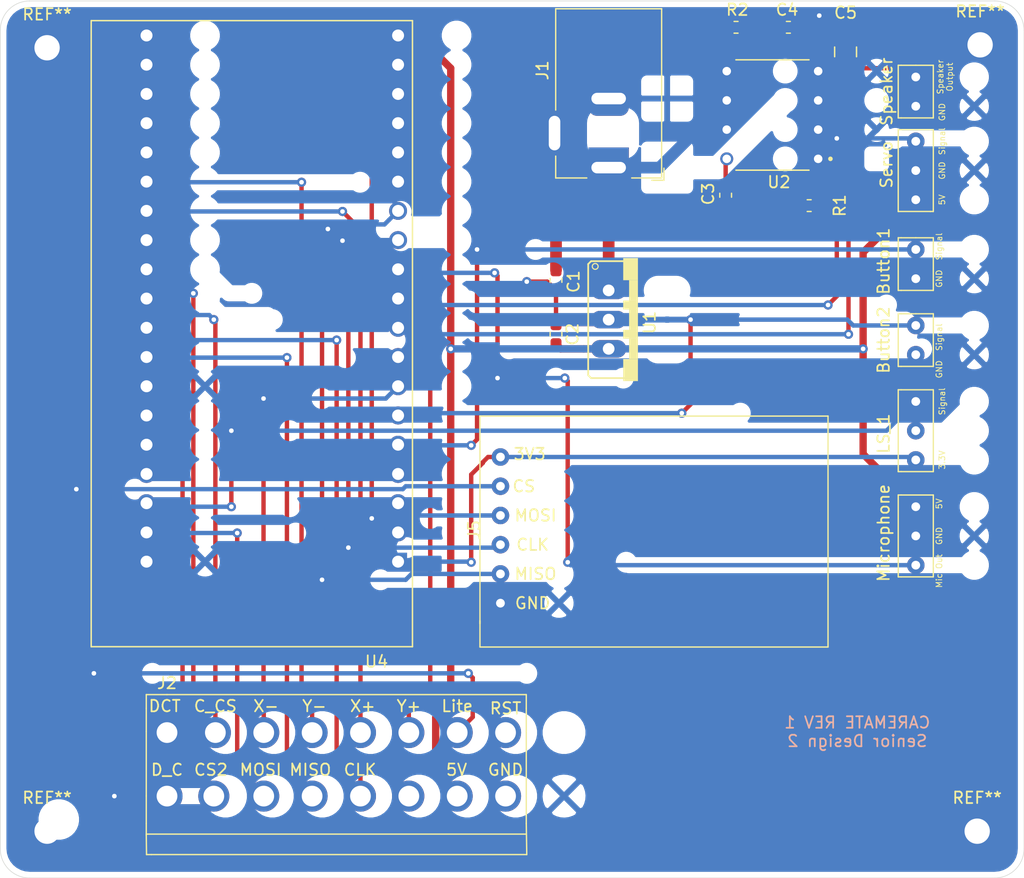
<source format=kicad_pcb>
(kicad_pcb (version 20171130) (host pcbnew "(5.1.4)-1")

  (general
    (thickness 1.6)
    (drawings 24)
    (tracks 212)
    (zones 0)
    (modules 23)
    (nets 50)
  )

  (page A4)
  (layers
    (0 F.Cu signal)
    (31 B.Cu signal)
    (32 B.Adhes user)
    (33 F.Adhes user)
    (34 B.Paste user)
    (35 F.Paste user)
    (36 B.SilkS user)
    (37 F.SilkS user)
    (38 B.Mask user)
    (39 F.Mask user)
    (40 Dwgs.User user)
    (41 Cmts.User user)
    (42 Eco1.User user)
    (43 Eco2.User user)
    (44 Edge.Cuts user)
    (45 Margin user)
    (46 B.CrtYd user hide)
    (47 F.CrtYd user)
    (48 B.Fab user)
    (49 F.Fab user hide)
  )

  (setup
    (last_trace_width 0.25)
    (user_trace_width 0.254)
    (user_trace_width 0.381)
    (user_trace_width 0.635)
    (user_trace_width 1.016)
    (trace_clearance 0.2)
    (zone_clearance 0.508)
    (zone_45_only no)
    (trace_min 0.2)
    (via_size 0.8)
    (via_drill 0.4)
    (via_min_size 0.4)
    (via_min_drill 0.3)
    (uvia_size 0.3)
    (uvia_drill 0.1)
    (uvias_allowed no)
    (uvia_min_size 0.2)
    (uvia_min_drill 0.1)
    (edge_width 0.05)
    (segment_width 0.2)
    (pcb_text_width 0.3)
    (pcb_text_size 1.5 1.5)
    (mod_edge_width 0.12)
    (mod_text_size 1 1)
    (mod_text_width 0.15)
    (pad_size 2.2 2.2)
    (pad_drill 2.2)
    (pad_to_mask_clearance 0.051)
    (solder_mask_min_width 0.25)
    (aux_axis_origin 0 0)
    (visible_elements 7FFFF7FF)
    (pcbplotparams
      (layerselection 0x010fc_ffffffff)
      (usegerberextensions false)
      (usegerberattributes false)
      (usegerberadvancedattributes false)
      (creategerberjobfile false)
      (excludeedgelayer true)
      (linewidth 0.100000)
      (plotframeref false)
      (viasonmask false)
      (mode 1)
      (useauxorigin false)
      (hpglpennumber 1)
      (hpglpenspeed 20)
      (hpglpendiameter 15.000000)
      (psnegative false)
      (psa4output false)
      (plotreference true)
      (plotvalue true)
      (plotinvisibletext false)
      (padsonsilk false)
      (subtractmaskfromsilk false)
      (outputformat 1)
      (mirror false)
      (drillshape 1)
      (scaleselection 1)
      (outputdirectory ""))
  )

  (net 0 "")
  (net 1 +9V)
  (net 2 GND)
  (net 3 +5V)
  (net 4 "Net-(C3-Pad2)")
  (net 5 "Net-(C3-Pad1)")
  (net 6 "Net-(C4-Pad2)")
  (net 7 Amp_Output)
  (net 8 "Net-(C5-Pad2)")
  (net 9 "Net-(J2-Pad3)")
  (net 10 clk2)
  (net 11 MISO2)
  (net 12 MOSI2)
  (net 13 CS2)
  (net 14 Lite)
  (net 15 Y+)
  (net 16 X+)
  (net 17 Y-)
  (net 18 X-)
  (net 19 Card_CS)
  (net 20 Card_Detect)
  (net 21 Mic_Out)
  (net 22 LS_1)
  (net 23 "Net-(J4-Pad2)")
  (net 24 3.3V)
  (net 25 CS1)
  (net 26 MOSI1)
  (net 27 clk1)
  (net 28 MISO1)
  (net 29 Servo_1)
  (net 30 "Net-(R1-Pad1)")
  (net 31 Unamplified_Signal)
  (net 32 "Net-(U2-Pad7)")
  (net 33 "Net-(U4-Pad2)")
  (net 34 "Net-(U4-Pad3)")
  (net 35 "Net-(U4-Pad4)")
  (net 36 "Net-(U4-Pad16)")
  (net 37 "Net-(U4-Pad17)")
  (net 38 "Net-(U4-Pad18)")
  (net 39 "Net-(U4-Pad36)")
  (net 40 "Net-(U4-Pad37)")
  (net 41 "Net-(U4-Pad38)")
  (net 42 "Net-(J1-PadMP)")
  (net 43 Button_2)
  (net 44 Button_1)
  (net 45 "Net-(J2-Pad9)")
  (net 46 D_C)
  (net 47 "Net-(U4-Pad24)")
  (net 48 "Net-(U4-Pad23)")
  (net 49 "Net-(U4-Pad14)")

  (net_class Default "This is the default net class."
    (clearance 0.2)
    (trace_width 0.25)
    (via_dia 0.8)
    (via_drill 0.4)
    (uvia_dia 0.3)
    (uvia_drill 0.1)
    (add_net +5V)
    (add_net +9V)
    (add_net 3.3V)
    (add_net Amp_Output)
    (add_net Button_1)
    (add_net Button_2)
    (add_net CS1)
    (add_net CS2)
    (add_net Card_CS)
    (add_net Card_Detect)
    (add_net D_C)
    (add_net GND)
    (add_net LS_1)
    (add_net Lite)
    (add_net MISO1)
    (add_net MISO2)
    (add_net MOSI1)
    (add_net MOSI2)
    (add_net Mic_Out)
    (add_net "Net-(C3-Pad1)")
    (add_net "Net-(C3-Pad2)")
    (add_net "Net-(C4-Pad2)")
    (add_net "Net-(C5-Pad2)")
    (add_net "Net-(J1-PadMP)")
    (add_net "Net-(J2-Pad3)")
    (add_net "Net-(J2-Pad9)")
    (add_net "Net-(J4-Pad2)")
    (add_net "Net-(R1-Pad1)")
    (add_net "Net-(U2-Pad7)")
    (add_net "Net-(U4-Pad14)")
    (add_net "Net-(U4-Pad16)")
    (add_net "Net-(U4-Pad17)")
    (add_net "Net-(U4-Pad18)")
    (add_net "Net-(U4-Pad2)")
    (add_net "Net-(U4-Pad23)")
    (add_net "Net-(U4-Pad24)")
    (add_net "Net-(U4-Pad3)")
    (add_net "Net-(U4-Pad36)")
    (add_net "Net-(U4-Pad37)")
    (add_net "Net-(U4-Pad38)")
    (add_net "Net-(U4-Pad4)")
    (add_net Servo_1)
    (add_net Unamplified_Signal)
    (add_net X+)
    (add_net X-)
    (add_net Y+)
    (add_net Y-)
    (add_net clk1)
    (add_net clk2)
  )

  (module MountingHole:MountingHole_2.2mm_M2_DIN965 (layer F.Cu) (tedit 56D1B4CB) (tstamp 618451AE)
    (at 52.324 29.464)
    (descr "Mounting Hole 2.2mm, no annular, M2, DIN965")
    (tags "mounting hole 2.2mm no annular m2 din965")
    (attr virtual)
    (fp_text reference REF** (at 0 -2.9) (layer F.SilkS)
      (effects (font (size 1 1) (thickness 0.15)))
    )
    (fp_text value MountingHole_2.2mm_M2_DIN965 (at 0 2.9) (layer F.Fab)
      (effects (font (size 1 1) (thickness 0.15)))
    )
    (fp_text user %R (at 0.3 0) (layer F.Fab)
      (effects (font (size 1 1) (thickness 0.15)))
    )
    (fp_circle (center 0 0) (end 1.9 0) (layer Cmts.User) (width 0.15))
    (fp_circle (center 0 0) (end 2.15 0) (layer F.CrtYd) (width 0.05))
    (pad 1 np_thru_hole circle (at 0 0) (size 2.2 2.2) (drill 2.2) (layers *.Cu *.Mask))
  )

  (module MountingHole:MountingHole_2.2mm_M2_DIN965 (layer F.Cu) (tedit 56D1B4CB) (tstamp 618451AE)
    (at 52.324 97.536)
    (descr "Mounting Hole 2.2mm, no annular, M2, DIN965")
    (tags "mounting hole 2.2mm no annular m2 din965")
    (attr virtual)
    (fp_text reference REF** (at 0 -2.9) (layer F.SilkS)
      (effects (font (size 1 1) (thickness 0.15)))
    )
    (fp_text value MountingHole_2.2mm_M2_DIN965 (at 0 2.9) (layer F.Fab)
      (effects (font (size 1 1) (thickness 0.15)))
    )
    (fp_text user %R (at 0.3 0) (layer F.Fab)
      (effects (font (size 1 1) (thickness 0.15)))
    )
    (fp_circle (center 0 0) (end 1.9 0) (layer Cmts.User) (width 0.15))
    (fp_circle (center 0 0) (end 2.15 0) (layer F.CrtYd) (width 0.05))
    (pad 1 np_thru_hole circle (at 0 0) (size 2.2 2.2) (drill 2.2) (layers *.Cu *.Mask))
  )

  (module MountingHole:MountingHole_2.2mm_M2_DIN965 (layer F.Cu) (tedit 56D1B4CB) (tstamp 6184517F)
    (at 133.35 29.21)
    (descr "Mounting Hole 2.2mm, no annular, M2, DIN965")
    (tags "mounting hole 2.2mm no annular m2 din965")
    (attr virtual)
    (fp_text reference REF** (at 0 -2.9) (layer F.SilkS)
      (effects (font (size 1 1) (thickness 0.15)))
    )
    (fp_text value MountingHole_2.2mm_M2_DIN965 (at 0 2.9) (layer F.Fab)
      (effects (font (size 1 1) (thickness 0.15)))
    )
    (fp_text user %R (at 0.3 0) (layer F.Fab)
      (effects (font (size 1 1) (thickness 0.15)))
    )
    (fp_circle (center 0 0) (end 1.9 0) (layer Cmts.User) (width 0.15))
    (fp_circle (center 0 0) (end 2.15 0) (layer F.CrtYd) (width 0.05))
    (pad 1 np_thru_hole circle (at 0 0) (size 2.2 2.2) (drill 2.2) (layers *.Cu *.Mask))
  )

  (module MountingHole:MountingHole_2.2mm_M2_DIN965 (layer F.Cu) (tedit 56D1B4CB) (tstamp 61844EDC)
    (at 133.096 97.536)
    (descr "Mounting Hole 2.2mm, no annular, M2, DIN965")
    (tags "mounting hole 2.2mm no annular m2 din965")
    (attr virtual)
    (fp_text reference REF** (at 0 -2.9) (layer F.SilkS)
      (effects (font (size 1 1) (thickness 0.15)))
    )
    (fp_text value MountingHole_2.2mm_M2_DIN965 (at 0 2.9) (layer F.Fab)
      (effects (font (size 1 1) (thickness 0.15)))
    )
    (fp_circle (center 0 0) (end 2.15 0) (layer F.CrtYd) (width 0.05))
    (fp_circle (center 0 0) (end 1.9 0) (layer Cmts.User) (width 0.15))
    (fp_text user %R (at 0.3 0) (layer F.Fab)
      (effects (font (size 1 1) (thickness 0.15)))
    )
    (pad 1 np_thru_hole circle (at 0 0) (size 2.2 2.2) (drill 2.2) (layers *.Cu *.Mask))
  )

  (module ESP32:MODULE_ESP32-DEVKITC-32D (layer F.Cu) (tedit 617C4E8E) (tstamp 613FFAB4)
    (at 70.104 54.356 180)
    (path /608E3B8C)
    (fp_text reference U4 (at -10.829175 -28.446045) (layer F.SilkS)
      (effects (font (size 1.000386 1.000386) (thickness 0.15)))
    )
    (fp_text value ESP32-DEVKITC-32D (at 1.24136 28.294535) (layer F.Fab)
      (effects (font (size 1.001047 1.001047) (thickness 0.15)))
    )
    (fp_circle (center -14.6 -19.9) (end -14.46 -19.9) (layer F.Fab) (width 0.28))
    (fp_circle (center -14.6 -19.9) (end -14.46 -19.9) (layer F.Fab) (width 0.28))
    (fp_line (start -14.2 27.5) (end -14.2 -27.4) (layer F.CrtYd) (width 0.05))
    (fp_line (start 14.2 27.5) (end -14.2 27.5) (layer F.CrtYd) (width 0.05))
    (fp_line (start 14.2 -27.4) (end 14.2 27.5) (layer F.CrtYd) (width 0.05))
    (fp_line (start -14.2 -27.4) (end 14.2 -27.4) (layer F.CrtYd) (width 0.05))
    (fp_line (start 13.95 27.25) (end -13.95 27.25) (layer F.SilkS) (width 0.127))
    (fp_line (start 13.95 -27.15) (end 13.95 27.25) (layer F.SilkS) (width 0.127))
    (fp_line (start -13.95 -27.15) (end 13.95 -27.15) (layer F.SilkS) (width 0.127))
    (fp_line (start -13.95 27.25) (end -13.95 -27.15) (layer F.SilkS) (width 0.127))
    (fp_line (start -13.95 27.25) (end -13.95 -27.15) (layer F.Fab) (width 0.127))
    (fp_line (start 13.95 27.25) (end -13.95 27.25) (layer F.Fab) (width 0.127))
    (fp_line (start 13.95 -27.15) (end 13.95 27.25) (layer F.Fab) (width 0.127))
    (fp_line (start -13.95 -27.15) (end 13.95 -27.15) (layer F.Fab) (width 0.127))
    (pad 38 thru_hole circle (at 9.144 25.96 180) (size 1.56 1.56) (drill 1.04) (layers *.Cu *.Mask)
      (net 41 "Net-(U4-Pad38)"))
    (pad 37 thru_hole circle (at 9.144 23.42 180) (size 1.56 1.56) (drill 1.04) (layers *.Cu *.Mask)
      (net 40 "Net-(U4-Pad37)"))
    (pad 36 thru_hole circle (at 9.144 20.88 180) (size 1.56 1.56) (drill 1.04) (layers *.Cu *.Mask)
      (net 39 "Net-(U4-Pad36)"))
    (pad 35 thru_hole circle (at 9.144 18.34 180) (size 1.56 1.56) (drill 1.04) (layers *.Cu *.Mask)
      (net 25 CS1))
    (pad 34 thru_hole circle (at 9.144 15.8 180) (size 1.56 1.56) (drill 1.04) (layers *.Cu *.Mask)
      (net 14 Lite))
    (pad 33 thru_hole circle (at 9.144 13.26 180) (size 1.56 1.56) (drill 1.04) (layers *.Cu *.Mask)
      (net 17 Y-))
    (pad 32 thru_hole circle (at 9.144 10.72 180) (size 1.56 1.56) (drill 1.04) (layers *.Cu *.Mask)
      (net 16 X+))
    (pad 31 thru_hole circle (at 9.144 8.18 180) (size 1.56 1.56) (drill 1.04) (layers *.Cu *.Mask)
      (net 20 Card_Detect))
    (pad 30 thru_hole circle (at 9.144 5.64 180) (size 1.56 1.56) (drill 1.04) (layers *.Cu *.Mask)
      (net 13 CS2))
    (pad 29 thru_hole circle (at 9.144 3.1 180) (size 1.56 1.56) (drill 1.04) (layers *.Cu *.Mask)
      (net 19 Card_CS))
    (pad 28 thru_hole circle (at 9.144 0.56 180) (size 1.56 1.56) (drill 1.04) (layers *.Cu *.Mask)
      (net 10 clk2))
    (pad 27 thru_hole circle (at 9.144 -1.98 180) (size 1.56 1.56) (drill 1.04) (layers *.Cu *.Mask)
      (net 11 MISO2))
    (pad 26 thru_hole circle (at 9.144 -4.52 180) (size 1.56 1.56) (drill 1.04) (layers *.Cu *.Mask)
      (net 2 GND))
    (pad 25 thru_hole circle (at 9.144 -7.06 180) (size 1.56 1.56) (drill 1.04) (layers *.Cu *.Mask)
      (net 46 D_C))
    (pad 24 thru_hole circle (at 9.144 -9.6 180) (size 1.56 1.56) (drill 1.04) (layers *.Cu *.Mask)
      (net 47 "Net-(U4-Pad24)"))
    (pad 23 thru_hole circle (at 9.144 -12.14 180) (size 1.56 1.56) (drill 1.04) (layers *.Cu *.Mask)
      (net 48 "Net-(U4-Pad23)"))
    (pad 22 thru_hole circle (at 9.144 -14.68 180) (size 1.56 1.56) (drill 1.04) (layers *.Cu *.Mask)
      (net 22 LS_1))
    (pad 21 thru_hole circle (at 9.144 -17.22 180) (size 1.56 1.56) (drill 1.04) (layers *.Cu *.Mask)
      (net 12 MOSI2))
    (pad 20 thru_hole circle (at 9.144 -19.76 180) (size 1.56 1.56) (drill 1.04) (layers *.Cu *.Mask)
      (net 2 GND))
    (pad 18 thru_hole circle (at -12.7 23.42 180) (size 1.56 1.56) (drill 1.04) (layers *.Cu *.Mask)
      (net 38 "Net-(U4-Pad18)"))
    (pad 17 thru_hole circle (at -12.7 20.88 180) (size 1.56 1.56) (drill 1.04) (layers *.Cu *.Mask)
      (net 37 "Net-(U4-Pad17)"))
    (pad 16 thru_hole circle (at -12.7 18.34 180) (size 1.56 1.56) (drill 1.04) (layers *.Cu *.Mask)
      (net 36 "Net-(U4-Pad16)"))
    (pad 15 thru_hole circle (at -12.7 15.8 180) (size 1.56 1.56) (drill 1.04) (layers *.Cu *.Mask)
      (net 26 MOSI1))
    (pad 14 thru_hole circle (at -12.7 13.26 180) (size 1.56 1.56) (drill 1.04) (layers *.Cu *.Mask)
      (net 49 "Net-(U4-Pad14)"))
    (pad 13 thru_hole circle (at -12.7 10.72 180) (size 1.56 1.56) (drill 1.04) (layers *.Cu *.Mask)
      (net 28 MISO1))
    (pad 12 thru_hole circle (at -12.7 8.18 180) (size 1.56 1.56) (drill 1.04) (layers *.Cu *.Mask)
      (net 27 clk1))
    (pad 11 thru_hole circle (at -12.7 5.64 180) (size 1.56 1.56) (drill 1.04) (layers *.Cu *.Mask)
      (net 21 Mic_Out))
    (pad 10 thru_hole circle (at -12.7 3.1 180) (size 1.56 1.56) (drill 1.04) (layers *.Cu *.Mask)
      (net 29 Servo_1))
    (pad 9 thru_hole circle (at -12.7 0.56 180) (size 1.56 1.56) (drill 1.04) (layers *.Cu *.Mask)
      (net 31 Unamplified_Signal))
    (pad 8 thru_hole circle (at -12.7 -1.98 180) (size 1.56 1.56) (drill 1.04) (layers *.Cu *.Mask)
      (net 15 Y+))
    (pad 7 thru_hole circle (at -12.7 -4.52 180) (size 1.56 1.56) (drill 1.04) (layers *.Cu *.Mask)
      (net 18 X-))
    (pad 6 thru_hole circle (at -12.7 -7.06 180) (size 1.56 1.56) (drill 1.04) (layers *.Cu *.Mask)
      (net 43 Button_2))
    (pad 5 thru_hole circle (at -12.7 -9.6 180) (size 1.56 1.56) (drill 1.04) (layers *.Cu *.Mask)
      (net 44 Button_1))
    (pad 4 thru_hole circle (at -12.7 -12.14 180) (size 1.56 1.56) (drill 1.04) (layers *.Cu *.Mask)
      (net 35 "Net-(U4-Pad4)"))
    (pad 3 thru_hole circle (at -12.7 -14.68 180) (size 1.56 1.56) (drill 1.04) (layers *.Cu *.Mask)
      (net 34 "Net-(U4-Pad3)"))
    (pad 19 thru_hole circle (at -12.7 25.96 180) (size 1.56 1.56) (drill 1.04) (layers *.Cu *.Mask)
      (net 3 +5V))
    (pad 2 thru_hole circle (at -12.7 -17.22 180) (size 1.56 1.56) (drill 1.04) (layers *.Cu *.Mask)
      (net 33 "Net-(U4-Pad2)"))
    (pad 1 thru_hole rect (at -12.7 -19.76 180) (size 1.56 1.56) (drill 1.04) (layers *.Cu *.Mask)
      (net 24 3.3V))
  )

  (module "Additional Libraries:16PinConnector" (layer F.Cu) (tedit 617C5440) (tstamp 6143EF2D)
    (at 62.738 86.868)
    (path /6136A7B0)
    (fp_text reference J2 (at 0 -2.2) (layer F.SilkS)
      (effects (font (size 1 1) (thickness 0.15)))
    )
    (fp_text value Conn_01x16 (at 6.096 -2.286) (layer F.Fab)
      (effects (font (size 1 1) (thickness 0.15)))
    )
    (fp_line (start -1.778 12.7) (end -1.358 12.7) (layer F.SilkS) (width 0.12))
    (fp_line (start -1.8 11) (end -1.778 12.7) (layer F.SilkS) (width 0.12))
    (fp_line (start 31.2 10) (end 31.242 12.7) (layer F.SilkS) (width 0.12))
    (fp_text user DCT (at -0.2 -0.2) (layer F.SilkS)
      (effects (font (size 1 1) (thickness 0.15)))
    )
    (fp_text user C_CS (at 4.2 -0.2) (layer F.SilkS)
      (effects (font (size 1 1) (thickness 0.15)))
    )
    (fp_text user X- (at 8.6 -0.2) (layer F.SilkS)
      (effects (font (size 1 1) (thickness 0.15)))
    )
    (fp_text user Y- (at 12.8 -0.2) (layer F.SilkS)
      (effects (font (size 1 1) (thickness 0.15)))
    )
    (fp_text user X+ (at 17 -0.2) (layer F.SilkS)
      (effects (font (size 1 1) (thickness 0.15)))
    )
    (fp_text user Y+ (at 21 -0.2) (layer F.SilkS)
      (effects (font (size 1 1) (thickness 0.15)))
    )
    (fp_text user Lite (at 25.2 -0.2) (layer F.SilkS)
      (effects (font (size 1 1) (thickness 0.15)))
    )
    (fp_text user RST (at 29.4 0) (layer F.SilkS)
      (effects (font (size 1 1) (thickness 0.15)))
    )
    (fp_text user D_C (at 0 5.334) (layer F.SilkS)
      (effects (font (size 1 1) (thickness 0.15)))
    )
    (fp_text user CS2 (at 3.81 5.334) (layer F.SilkS)
      (effects (font (size 1 1) (thickness 0.15)))
    )
    (fp_text user MOSI (at 8.128 5.334) (layer F.SilkS)
      (effects (font (size 1 1) (thickness 0.15)))
    )
    (fp_text user MISO (at 12.446 5.334) (layer F.SilkS)
      (effects (font (size 1 1) (thickness 0.15)))
    )
    (fp_text user CLK (at 16.764 5.334) (layer F.SilkS)
      (effects (font (size 1 1) (thickness 0.15)))
    )
    (fp_text user 5V (at 25.146 5.334) (layer F.SilkS)
      (effects (font (size 1 1) (thickness 0.15)))
    )
    (fp_text user GND (at 29.4 5.334) (layer F.SilkS)
      (effects (font (size 1 1) (thickness 0.15)))
    )
    (fp_line (start 31.2 -1.2) (end 31.2 0) (layer F.SilkS) (width 0.12))
    (fp_line (start -1.8 -1.2) (end -1.8 0) (layer F.SilkS) (width 0.12))
    (fp_line (start -1.8 10) (end -1.8 11) (layer F.SilkS) (width 0.12))
    (fp_line (start 31.2 10) (end 31.2 7.6) (layer F.SilkS) (width 0.12))
    (fp_line (start -1.358 12.7) (end 31.242 12.7) (layer F.SilkS) (width 0.12))
    (fp_line (start -1.8 7.6) (end -1.8 10) (layer F.SilkS) (width 0.12))
    (fp_line (start -1.8 2) (end -1.8 7.6) (layer F.SilkS) (width 0.12))
    (fp_line (start 31.2 10.922) (end -1.8 10.922) (layer F.SilkS) (width 0.12))
    (fp_line (start 31.2 2) (end 31.2 7.6) (layer F.SilkS) (width 0.12))
    (fp_line (start 31.2 2) (end 31.2 0) (layer F.SilkS) (width 0.12))
    (fp_line (start 0 -1.2) (end 31.2 -1.2) (layer F.SilkS) (width 0.12))
    (fp_line (start -1.8 -1.2) (end 0 -1.2) (layer F.SilkS) (width 0.12))
    (fp_line (start -1.8 2) (end -1.8 0) (layer F.SilkS) (width 0.12))
    (pad 16 thru_hole circle (at 0 2.1 180) (size 2.7 2.7) (drill 1.8) (layers *.Cu *.Mask)
      (net 20 Card_Detect))
    (pad 15 thru_hole circle (at 4.2 2.1 180) (size 2.7 2.7) (drill 1.8) (layers *.Cu *.Mask)
      (net 19 Card_CS))
    (pad 14 thru_hole circle (at 8.4 2.1 180) (size 2.7 2.7) (drill 1.8) (layers *.Cu *.Mask)
      (net 18 X-))
    (pad 13 thru_hole circle (at 12.6 2.1 180) (size 2.7 2.7) (drill 1.8) (layers *.Cu *.Mask)
      (net 17 Y-))
    (pad 12 thru_hole circle (at 16.8 2.1 180) (size 2.7 2.7) (drill 1.8) (layers *.Cu *.Mask)
      (net 16 X+))
    (pad 11 thru_hole circle (at 21 2.1 180) (size 2.7 2.7) (drill 1.8) (layers *.Cu *.Mask)
      (net 15 Y+))
    (pad 10 thru_hole circle (at 25.2 2.1 180) (size 2.7 2.7) (drill 1.8) (layers *.Cu *.Mask)
      (net 14 Lite))
    (pad 9 thru_hole circle (at 29.4 2.1 180) (size 2.7 2.7) (drill 1.8) (layers *.Cu *.Mask)
      (net 45 "Net-(J2-Pad9)"))
    (pad 8 thru_hole circle (at 0 7.62 180) (size 2.7 2.7) (drill 1.8) (layers *.Cu *.Mask)
      (net 46 D_C))
    (pad 7 thru_hole circle (at 4.064 7.62 180) (size 2.7 2.7) (drill 1.8) (layers *.Cu *.Mask)
      (net 13 CS2))
    (pad 6 thru_hole circle (at 8.4 7.62 180) (size 2.7 2.7) (drill 1.8) (layers *.Cu *.Mask)
      (net 12 MOSI2))
    (pad 5 thru_hole circle (at 12.6 7.62 180) (size 2.7 2.7) (drill 1.8) (layers *.Cu *.Mask)
      (net 11 MISO2))
    (pad 4 thru_hole circle (at 16.8 7.62 180) (size 2.7 2.7) (drill 1.8) (layers *.Cu *.Mask)
      (net 10 clk2))
    (pad 3 thru_hole circle (at 21 7.62 180) (size 2.7 2.7) (drill 1.8) (layers *.Cu *.Mask)
      (net 9 "Net-(J2-Pad3)"))
    (pad 2 thru_hole circle (at 25.2 7.62 180) (size 2.7 2.7) (drill 1.8) (layers *.Cu *.Mask)
      (net 3 +5V))
    (pad 1 thru_hole circle (at 29.4 7.62 180) (size 2.7 2.7) (drill 1.8) (layers *.Cu *.Mask)
      (net 2 GND))
  )

  (module Capacitor_SMD:C_0603_1608Metric_Pad1.05x0.95mm_HandSolder (layer F.Cu) (tedit 5B301BBE) (tstamp 6143F0FE)
    (at 96.52 49.671 90)
    (descr "Capacitor SMD 0603 (1608 Metric), square (rectangular) end terminal, IPC_7351 nominal with elongated pad for handsoldering. (Body size source: http://www.tortai-tech.com/upload/download/2011102023233369053.pdf), generated with kicad-footprint-generator")
    (tags "capacitor handsolder")
    (path /612F1B7B)
    (attr smd)
    (fp_text reference C1 (at -0.113 1.524 90) (layer F.SilkS)
      (effects (font (size 1 1) (thickness 0.15)))
    )
    (fp_text value 0.33uF (at 0 1.43 90) (layer F.Fab)
      (effects (font (size 1 1) (thickness 0.15)))
    )
    (fp_text user %R (at 0 0 90) (layer F.Fab)
      (effects (font (size 0.4 0.4) (thickness 0.06)))
    )
    (fp_line (start 1.65 0.73) (end -1.65 0.73) (layer F.CrtYd) (width 0.05))
    (fp_line (start 1.65 -0.73) (end 1.65 0.73) (layer F.CrtYd) (width 0.05))
    (fp_line (start -1.65 -0.73) (end 1.65 -0.73) (layer F.CrtYd) (width 0.05))
    (fp_line (start -1.65 0.73) (end -1.65 -0.73) (layer F.CrtYd) (width 0.05))
    (fp_line (start -0.171267 0.51) (end 0.171267 0.51) (layer F.SilkS) (width 0.12))
    (fp_line (start -0.171267 -0.51) (end 0.171267 -0.51) (layer F.SilkS) (width 0.12))
    (fp_line (start 0.8 0.4) (end -0.8 0.4) (layer F.Fab) (width 0.1))
    (fp_line (start 0.8 -0.4) (end 0.8 0.4) (layer F.Fab) (width 0.1))
    (fp_line (start -0.8 -0.4) (end 0.8 -0.4) (layer F.Fab) (width 0.1))
    (fp_line (start -0.8 0.4) (end -0.8 -0.4) (layer F.Fab) (width 0.1))
    (pad 2 smd roundrect (at 0.875 0 90) (size 1.05 0.95) (layers F.Cu F.Paste F.Mask) (roundrect_rratio 0.25)
      (net 1 +9V))
    (pad 1 smd roundrect (at -0.875 0 90) (size 1.05 0.95) (layers F.Cu F.Paste F.Mask) (roundrect_rratio 0.25)
      (net 2 GND))
    (model ${KISYS3DMOD}/Capacitor_SMD.3dshapes/C_0603_1608Metric.wrl
      (at (xyz 0 0 0))
      (scale (xyz 1 1 1))
      (rotate (xyz 0 0 0))
    )
  )

  (module Capacitor_SMD:C_0603_1608Metric_Pad1.05x0.95mm_HandSolder (layer F.Cu) (tedit 5B301BBE) (tstamp 613FF8F4)
    (at 96.52 54.356 270)
    (descr "Capacitor SMD 0603 (1608 Metric), square (rectangular) end terminal, IPC_7351 nominal with elongated pad for handsoldering. (Body size source: http://www.tortai-tech.com/upload/download/2011102023233369053.pdf), generated with kicad-footprint-generator")
    (tags "capacitor handsolder")
    (path /612F455A)
    (attr smd)
    (fp_text reference C2 (at 0 -1.43 90) (layer F.SilkS)
      (effects (font (size 1 1) (thickness 0.15)))
    )
    (fp_text value 0.1uF (at 0 1.43 90) (layer F.Fab)
      (effects (font (size 1 1) (thickness 0.15)))
    )
    (fp_line (start -0.8 0.4) (end -0.8 -0.4) (layer F.Fab) (width 0.1))
    (fp_line (start -0.8 -0.4) (end 0.8 -0.4) (layer F.Fab) (width 0.1))
    (fp_line (start 0.8 -0.4) (end 0.8 0.4) (layer F.Fab) (width 0.1))
    (fp_line (start 0.8 0.4) (end -0.8 0.4) (layer F.Fab) (width 0.1))
    (fp_line (start -0.171267 -0.51) (end 0.171267 -0.51) (layer F.SilkS) (width 0.12))
    (fp_line (start -0.171267 0.51) (end 0.171267 0.51) (layer F.SilkS) (width 0.12))
    (fp_line (start -1.65 0.73) (end -1.65 -0.73) (layer F.CrtYd) (width 0.05))
    (fp_line (start -1.65 -0.73) (end 1.65 -0.73) (layer F.CrtYd) (width 0.05))
    (fp_line (start 1.65 -0.73) (end 1.65 0.73) (layer F.CrtYd) (width 0.05))
    (fp_line (start 1.65 0.73) (end -1.65 0.73) (layer F.CrtYd) (width 0.05))
    (fp_text user %R (at 0 0 90) (layer F.Fab)
      (effects (font (size 0.4 0.4) (thickness 0.06)))
    )
    (pad 1 smd roundrect (at -0.875 0 270) (size 1.05 0.95) (layers F.Cu F.Paste F.Mask) (roundrect_rratio 0.25)
      (net 2 GND))
    (pad 2 smd roundrect (at 0.875 0 270) (size 1.05 0.95) (layers F.Cu F.Paste F.Mask) (roundrect_rratio 0.25)
      (net 3 +5V))
    (model ${KISYS3DMOD}/Capacitor_SMD.3dshapes/C_0603_1608Metric.wrl
      (at (xyz 0 0 0))
      (scale (xyz 1 1 1))
      (rotate (xyz 0 0 0))
    )
  )

  (module Capacitor_SMD:C_0603_1608Metric_Pad1.05x0.95mm_HandSolder (layer F.Cu) (tedit 5B301BBE) (tstamp 613FF905)
    (at 111.252 42.277 270)
    (descr "Capacitor SMD 0603 (1608 Metric), square (rectangular) end terminal, IPC_7351 nominal with elongated pad for handsoldering. (Body size source: http://www.tortai-tech.com/upload/download/2011102023233369053.pdf), generated with kicad-footprint-generator")
    (tags "capacitor handsolder")
    (path /6093043B)
    (attr smd)
    (fp_text reference C3 (at -0.113 1.524 90) (layer F.SilkS)
      (effects (font (size 1 1) (thickness 0.15)))
    )
    (fp_text value 10uF (at 0 1.43 90) (layer F.Fab)
      (effects (font (size 1 1) (thickness 0.15)))
    )
    (fp_text user %R (at 0 0 90) (layer F.Fab)
      (effects (font (size 0.4 0.4) (thickness 0.06)))
    )
    (fp_line (start 1.65 0.73) (end -1.65 0.73) (layer F.CrtYd) (width 0.05))
    (fp_line (start 1.65 -0.73) (end 1.65 0.73) (layer F.CrtYd) (width 0.05))
    (fp_line (start -1.65 -0.73) (end 1.65 -0.73) (layer F.CrtYd) (width 0.05))
    (fp_line (start -1.65 0.73) (end -1.65 -0.73) (layer F.CrtYd) (width 0.05))
    (fp_line (start -0.171267 0.51) (end 0.171267 0.51) (layer F.SilkS) (width 0.12))
    (fp_line (start -0.171267 -0.51) (end 0.171267 -0.51) (layer F.SilkS) (width 0.12))
    (fp_line (start 0.8 0.4) (end -0.8 0.4) (layer F.Fab) (width 0.1))
    (fp_line (start 0.8 -0.4) (end 0.8 0.4) (layer F.Fab) (width 0.1))
    (fp_line (start -0.8 -0.4) (end 0.8 -0.4) (layer F.Fab) (width 0.1))
    (fp_line (start -0.8 0.4) (end -0.8 -0.4) (layer F.Fab) (width 0.1))
    (pad 2 smd roundrect (at 0.875 0 270) (size 1.05 0.95) (layers F.Cu F.Paste F.Mask) (roundrect_rratio 0.25)
      (net 4 "Net-(C3-Pad2)"))
    (pad 1 smd roundrect (at -0.875 0 270) (size 1.05 0.95) (layers F.Cu F.Paste F.Mask) (roundrect_rratio 0.25)
      (net 5 "Net-(C3-Pad1)"))
    (model ${KISYS3DMOD}/Capacitor_SMD.3dshapes/C_0603_1608Metric.wrl
      (at (xyz 0 0 0))
      (scale (xyz 1 1 1))
      (rotate (xyz 0 0 0))
    )
  )

  (module Capacitor_SMD:C_0603_1608Metric_Pad1.05x0.95mm_HandSolder (layer F.Cu) (tedit 5B301BBE) (tstamp 613FF916)
    (at 116.699 27.686 180)
    (descr "Capacitor SMD 0603 (1608 Metric), square (rectangular) end terminal, IPC_7351 nominal with elongated pad for handsoldering. (Body size source: http://www.tortai-tech.com/upload/download/2011102023233369053.pdf), generated with kicad-footprint-generator")
    (tags "capacitor handsolder")
    (path /612F1084)
    (attr smd)
    (fp_text reference C4 (at 0.113 1.524 180) (layer F.SilkS)
      (effects (font (size 1 1) (thickness 0.15)))
    )
    (fp_text value .05uF (at 0 1.43) (layer F.Fab)
      (effects (font (size 1 1) (thickness 0.15)))
    )
    (fp_line (start -0.8 0.4) (end -0.8 -0.4) (layer F.Fab) (width 0.1))
    (fp_line (start -0.8 -0.4) (end 0.8 -0.4) (layer F.Fab) (width 0.1))
    (fp_line (start 0.8 -0.4) (end 0.8 0.4) (layer F.Fab) (width 0.1))
    (fp_line (start 0.8 0.4) (end -0.8 0.4) (layer F.Fab) (width 0.1))
    (fp_line (start -0.171267 -0.51) (end 0.171267 -0.51) (layer F.SilkS) (width 0.12))
    (fp_line (start -0.171267 0.51) (end 0.171267 0.51) (layer F.SilkS) (width 0.12))
    (fp_line (start -1.65 0.73) (end -1.65 -0.73) (layer F.CrtYd) (width 0.05))
    (fp_line (start -1.65 -0.73) (end 1.65 -0.73) (layer F.CrtYd) (width 0.05))
    (fp_line (start 1.65 -0.73) (end 1.65 0.73) (layer F.CrtYd) (width 0.05))
    (fp_line (start 1.65 0.73) (end -1.65 0.73) (layer F.CrtYd) (width 0.05))
    (fp_text user %R (at 0 0) (layer F.Fab)
      (effects (font (size 0.4 0.4) (thickness 0.06)))
    )
    (pad 1 smd roundrect (at -0.875 0 180) (size 1.05 0.95) (layers F.Cu F.Paste F.Mask) (roundrect_rratio 0.25)
      (net 2 GND))
    (pad 2 smd roundrect (at 0.875 0 180) (size 1.05 0.95) (layers F.Cu F.Paste F.Mask) (roundrect_rratio 0.25)
      (net 6 "Net-(C4-Pad2)"))
    (model ${KISYS3DMOD}/Capacitor_SMD.3dshapes/C_0603_1608Metric.wrl
      (at (xyz 0 0 0))
      (scale (xyz 1 1 1))
      (rotate (xyz 0 0 0))
    )
  )

  (module "Additional Libraries:CAPC3216X190N" (layer F.Cu) (tedit 613FA688) (tstamp 6143F4DE)
    (at 121.666 29.821 90)
    (path /6093223C)
    (fp_text reference C5 (at 3.405 0 180) (layer F.SilkS)
      (effects (font (size 1.016 1.016) (thickness 0.1524)))
    )
    (fp_text value 250uF (at 0.89 1.55 90) (layer F.Fab)
      (effects (font (size 0.393701 0.393701) (thickness 0.15)))
    )
    (fp_line (start 1.75 0.95) (end -1.75 0.95) (layer F.Fab) (width 0.127))
    (fp_line (start 1.75 -0.95) (end -1.75 -0.95) (layer F.Fab) (width 0.127))
    (fp_line (start 1.75 0.95) (end 1.75 -0.95) (layer F.Fab) (width 0.127))
    (fp_line (start -1.75 0.95) (end -1.75 -0.95) (layer F.Fab) (width 0.127))
    (fp_line (start -0.42 -0.95) (end 0.42 -0.95) (layer F.SilkS) (width 0.127))
    (fp_line (start -0.42 0.95) (end 0.42 0.95) (layer F.SilkS) (width 0.127))
    (fp_line (start -2.355 1.205) (end 2.355 1.205) (layer F.CrtYd) (width 0.05))
    (fp_line (start -2.355 -1.205) (end 2.355 -1.205) (layer F.CrtYd) (width 0.05))
    (fp_line (start -2.355 1.205) (end -2.355 -1.205) (layer F.CrtYd) (width 0.05))
    (fp_line (start 2.355 1.205) (end 2.355 -1.205) (layer F.CrtYd) (width 0.05))
    (pad 1 smd rect (at -1.421 0 90) (size 1.37 1.91) (layers F.Cu F.Paste F.Mask)
      (net 7 Amp_Output))
    (pad 2 smd rect (at 1.421 0 90) (size 1.37 1.91) (layers F.Cu F.Paste F.Mask)
      (net 8 "Net-(C5-Pad2)"))
  )

  (module Connector_BarrelJack:BarrelJack_Horizontal (layer F.Cu) (tedit 6142BA91) (tstamp 613FF949)
    (at 101.092 39.878 270)
    (descr "DC Barrel Jack")
    (tags "Power Jack")
    (path /6095F103)
    (fp_text reference J1 (at -8.45 5.75 90) (layer F.SilkS)
      (effects (font (size 1 1) (thickness 0.15)))
    )
    (fp_text value Barrel_Jack_MountingPin (at -6.2 -5.5 90) (layer F.Fab)
      (effects (font (size 1 1) (thickness 0.15)))
    )
    (fp_text user %R (at -3 -2.95 90) (layer F.Fab)
      (effects (font (size 1 1) (thickness 0.15)))
    )
    (fp_line (start -0.003213 -4.505425) (end 0.8 -3.75) (layer F.Fab) (width 0.1))
    (fp_line (start 1.1 -3.75) (end 1.1 -4.8) (layer F.SilkS) (width 0.12))
    (fp_line (start 0.05 -4.8) (end 1.1 -4.8) (layer F.SilkS) (width 0.12))
    (fp_line (start 1 -4.5) (end 1 -4.75) (layer F.CrtYd) (width 0.05))
    (fp_line (start 1 -4.75) (end -14 -4.75) (layer F.CrtYd) (width 0.05))
    (fp_line (start 1 -4.5) (end 1 -2) (layer F.CrtYd) (width 0.05))
    (fp_line (start 1 -2) (end 2 -2) (layer F.CrtYd) (width 0.05))
    (fp_line (start 2 -2) (end 2 2) (layer F.CrtYd) (width 0.05))
    (fp_line (start 2 2) (end 1 2) (layer F.CrtYd) (width 0.05))
    (fp_line (start 1 2) (end 1 4.75) (layer F.CrtYd) (width 0.05))
    (fp_line (start 1 4.75) (end -1 4.75) (layer F.CrtYd) (width 0.05))
    (fp_line (start -1 4.75) (end -1 6.75) (layer F.CrtYd) (width 0.05))
    (fp_line (start -1 6.75) (end -5 6.75) (layer F.CrtYd) (width 0.05))
    (fp_line (start -5 6.75) (end -5 4.75) (layer F.CrtYd) (width 0.05))
    (fp_line (start -5 4.75) (end -14 4.75) (layer F.CrtYd) (width 0.05))
    (fp_line (start -14 4.75) (end -14 -4.75) (layer F.CrtYd) (width 0.05))
    (fp_line (start -5 4.6) (end -13.8 4.6) (layer F.SilkS) (width 0.12))
    (fp_line (start -13.8 4.6) (end -13.8 -4.6) (layer F.SilkS) (width 0.12))
    (fp_line (start 0.9 1.9) (end 0.9 4.6) (layer F.SilkS) (width 0.12))
    (fp_line (start 0.9 4.6) (end -1 4.6) (layer F.SilkS) (width 0.12))
    (fp_line (start -13.8 -4.6) (end 0.9 -4.6) (layer F.SilkS) (width 0.12))
    (fp_line (start 0.9 -4.6) (end 0.9 -2) (layer F.SilkS) (width 0.12))
    (fp_line (start -10.2 -4.5) (end -10.2 4.5) (layer F.Fab) (width 0.1))
    (fp_line (start -13.7 -4.5) (end -13.7 4.5) (layer F.Fab) (width 0.1))
    (fp_line (start -13.7 4.5) (end 0.8 4.5) (layer F.Fab) (width 0.1))
    (fp_line (start 0.8 4.5) (end 0.8 -3.75) (layer F.Fab) (width 0.1))
    (fp_line (start 0 -4.5) (end -13.7 -4.5) (layer F.Fab) (width 0.1))
    (pad 1 thru_hole rect (at 0 0 270) (size 3.5 3.5) (drill oval 1 3) (layers *.Cu *.Mask)
      (net 1 +9V))
    (pad 2 thru_hole roundrect (at -6 0 270) (size 3 3.5) (drill oval 1 3) (layers *.Cu *.Mask) (roundrect_rratio 0.25)
      (net 2 GND))
    (pad MP thru_hole roundrect (at -3 4.7 270) (size 3.500001 3.500001) (drill oval 2.999999 1) (layers *.Cu *.Mask) (roundrect_rratio 0.25)
      (net 42 "Net-(J1-PadMP)"))
    (model ${KISYS3DMOD}/Connector_BarrelJack.3dshapes/BarrelJack_Horizontal.wrl
      (at (xyz 0 0 0))
      (scale (xyz 1 1 1))
      (rotate (xyz 0 0 0))
    )
  )

  (module "Additional Libraries:SD_Card_Reader" (layer F.Cu) (tedit 613FA137) (tstamp 613FF9B7)
    (at 91.694 71.374 90)
    (path /613FC93E)
    (fp_text reference J5 (at 0 -2.286 90) (layer F.SilkS)
      (effects (font (size 1 1) (thickness 0.15)))
    )
    (fp_text value Conn_01x06 (at 0 -3.81 90) (layer F.Fab)
      (effects (font (size 1 1) (thickness 0.15)))
    )
    (fp_line (start -8.128 -1.778) (end 7.874 -1.778) (layer F.SilkS) (width 0.12))
    (fp_line (start 9.906 -1.778) (end 7.874 -1.778) (layer F.SilkS) (width 0.12))
    (fp_line (start -10.16 -1.778) (end -7.874 -1.778) (layer F.SilkS) (width 0.12))
    (fp_line (start 9.906 -1.778) (end 9.906 28.448) (layer F.SilkS) (width 0.12))
    (fp_line (start 9.906 28.448) (end -10.16 28.448) (layer F.SilkS) (width 0.12))
    (fp_line (start -10.16 28.448) (end -10.16 -1.778) (layer F.SilkS) (width 0.12))
    (fp_text user 3V3 (at 6.604 2.54) (layer F.SilkS)
      (effects (font (size 1 1) (thickness 0.15)))
    )
    (fp_text user CS (at 3.81 2.032) (layer F.SilkS)
      (effects (font (size 1 1) (thickness 0.15)))
    )
    (fp_text user MOSI (at 1.27 3.048) (layer F.SilkS)
      (effects (font (size 1 1) (thickness 0.15)))
    )
    (fp_text user CLK (at -1.27 2.794) (layer F.SilkS)
      (effects (font (size 1 1) (thickness 0.15)))
    )
    (fp_text user MISO (at -3.81 3.048) (layer F.SilkS)
      (effects (font (size 1 1) (thickness 0.15)))
    )
    (fp_text user GND (at -6.35 2.794) (layer F.SilkS)
      (effects (font (size 1 1) (thickness 0.15)))
    )
    (pad 1 thru_hole circle (at 6.35 0 90) (size 1.524 1.524) (drill 0.762) (layers *.Cu *.Mask)
      (net 24 3.3V))
    (pad 2 thru_hole circle (at 3.81 0 90) (size 1.524 1.524) (drill 0.762) (layers *.Cu *.Mask)
      (net 25 CS1))
    (pad 3 thru_hole circle (at 1.27 0 90) (size 1.524 1.524) (drill 0.762) (layers *.Cu *.Mask)
      (net 26 MOSI1))
    (pad 4 thru_hole circle (at -1.27 0 90) (size 1.524 1.524) (drill 0.762) (layers *.Cu *.Mask)
      (net 27 clk1))
    (pad 5 thru_hole circle (at -3.81 0 90) (size 1.524 1.524) (drill 0.762) (layers *.Cu *.Mask)
      (net 28 MISO1))
    (pad 6 thru_hole circle (at -6.35 0 90) (size 1.524 1.524) (drill 0.762) (layers *.Cu *.Mask)
      (net 2 GND))
  )

  (module Resistor_SMD:R_0603_1608Metric_Pad1.05x0.95mm_HandSolder (layer F.Cu) (tedit 5B301BBD) (tstamp 613FFA02)
    (at 118.505 43.18 180)
    (descr "Resistor SMD 0603 (1608 Metric), square (rectangular) end terminal, IPC_7351 nominal with elongated pad for handsoldering. (Body size source: http://www.tortai-tech.com/upload/download/2011102023233369053.pdf), generated with kicad-footprint-generator")
    (tags "resistor handsolder")
    (path /6092CABE)
    (attr smd)
    (fp_text reference R1 (at -2.653 0 90) (layer F.SilkS)
      (effects (font (size 1 1) (thickness 0.15)))
    )
    (fp_text value 1.2k (at 0 1.43) (layer F.Fab)
      (effects (font (size 1 1) (thickness 0.15)))
    )
    (fp_line (start -0.8 0.4) (end -0.8 -0.4) (layer F.Fab) (width 0.1))
    (fp_line (start -0.8 -0.4) (end 0.8 -0.4) (layer F.Fab) (width 0.1))
    (fp_line (start 0.8 -0.4) (end 0.8 0.4) (layer F.Fab) (width 0.1))
    (fp_line (start 0.8 0.4) (end -0.8 0.4) (layer F.Fab) (width 0.1))
    (fp_line (start -0.171267 -0.51) (end 0.171267 -0.51) (layer F.SilkS) (width 0.12))
    (fp_line (start -0.171267 0.51) (end 0.171267 0.51) (layer F.SilkS) (width 0.12))
    (fp_line (start -1.65 0.73) (end -1.65 -0.73) (layer F.CrtYd) (width 0.05))
    (fp_line (start -1.65 -0.73) (end 1.65 -0.73) (layer F.CrtYd) (width 0.05))
    (fp_line (start 1.65 -0.73) (end 1.65 0.73) (layer F.CrtYd) (width 0.05))
    (fp_line (start 1.65 0.73) (end -1.65 0.73) (layer F.CrtYd) (width 0.05))
    (fp_text user %R (at 0 0) (layer F.Fab)
      (effects (font (size 0.4 0.4) (thickness 0.06)))
    )
    (pad 1 smd roundrect (at -0.875 0 180) (size 1.05 0.95) (layers F.Cu F.Paste F.Mask) (roundrect_rratio 0.25)
      (net 30 "Net-(R1-Pad1)"))
    (pad 2 smd roundrect (at 0.875 0 180) (size 1.05 0.95) (layers F.Cu F.Paste F.Mask) (roundrect_rratio 0.25)
      (net 4 "Net-(C3-Pad2)"))
    (model ${KISYS3DMOD}/Resistor_SMD.3dshapes/R_0603_1608Metric.wrl
      (at (xyz 0 0 0))
      (scale (xyz 1 1 1))
      (rotate (xyz 0 0 0))
    )
  )

  (module Resistor_SMD:R_0603_1608Metric_Pad1.05x0.95mm_HandSolder (layer F.Cu) (tedit 5B301BBD) (tstamp 613FFA13)
    (at 112.155 27.686)
    (descr "Resistor SMD 0603 (1608 Metric), square (rectangular) end terminal, IPC_7351 nominal with elongated pad for handsoldering. (Body size source: http://www.tortai-tech.com/upload/download/2011102023233369053.pdf), generated with kicad-footprint-generator")
    (tags "resistor handsolder")
    (path /60933702)
    (attr smd)
    (fp_text reference R2 (at 0.113 -1.524 180) (layer F.SilkS)
      (effects (font (size 1 1) (thickness 0.15)))
    )
    (fp_text value 10 (at 0 1.43) (layer F.Fab)
      (effects (font (size 1 1) (thickness 0.15)))
    )
    (fp_text user %R (at 0 0) (layer F.Fab)
      (effects (font (size 0.4 0.4) (thickness 0.06)))
    )
    (fp_line (start 1.65 0.73) (end -1.65 0.73) (layer F.CrtYd) (width 0.05))
    (fp_line (start 1.65 -0.73) (end 1.65 0.73) (layer F.CrtYd) (width 0.05))
    (fp_line (start -1.65 -0.73) (end 1.65 -0.73) (layer F.CrtYd) (width 0.05))
    (fp_line (start -1.65 0.73) (end -1.65 -0.73) (layer F.CrtYd) (width 0.05))
    (fp_line (start -0.171267 0.51) (end 0.171267 0.51) (layer F.SilkS) (width 0.12))
    (fp_line (start -0.171267 -0.51) (end 0.171267 -0.51) (layer F.SilkS) (width 0.12))
    (fp_line (start 0.8 0.4) (end -0.8 0.4) (layer F.Fab) (width 0.1))
    (fp_line (start 0.8 -0.4) (end 0.8 0.4) (layer F.Fab) (width 0.1))
    (fp_line (start -0.8 -0.4) (end 0.8 -0.4) (layer F.Fab) (width 0.1))
    (fp_line (start -0.8 0.4) (end -0.8 -0.4) (layer F.Fab) (width 0.1))
    (pad 2 smd roundrect (at 0.875 0) (size 1.05 0.95) (layers F.Cu F.Paste F.Mask) (roundrect_rratio 0.25)
      (net 6 "Net-(C4-Pad2)"))
    (pad 1 smd roundrect (at -0.875 0) (size 1.05 0.95) (layers F.Cu F.Paste F.Mask) (roundrect_rratio 0.25)
      (net 8 "Net-(C5-Pad2)"))
    (model ${KISYS3DMOD}/Resistor_SMD.3dshapes/R_0603_1608Metric.wrl
      (at (xyz 0 0 0))
      (scale (xyz 1 1 1))
      (rotate (xyz 0 0 0))
    )
  )

  (module "Additional Libraries:L7805" (layer F.Cu) (tedit 613FB095) (tstamp 613FFA2D)
    (at 103.632 53.086 270)
    (descr "<b>VOLTAGE REGULATOR</b>")
    (path /612EA107)
    (fp_text reference U1 (at 0.254 -1.016 90) (layer F.SilkS)
      (effects (font (size 1.001882 1.001882) (thickness 0.15)))
    )
    (fp_text value L7805 (at -1.905325 6.986175 90) (layer F.Fab)
      (effects (font (size 1.000165 1.000165) (thickness 0.15)))
    )
    (fp_line (start 4.826 4.318) (end 5.08 4.064) (layer F.SilkS) (width 0.1524))
    (fp_line (start 4.826 4.318) (end -4.826 4.318) (layer F.SilkS) (width 0.1524))
    (fp_line (start -5.08 4.064) (end -4.826 4.318) (layer F.SilkS) (width 0.1524))
    (fp_line (start 5.08 1.143) (end 5.08 4.064) (layer F.SilkS) (width 0.1524))
    (fp_line (start -5.08 4.064) (end -5.08 1.143) (layer F.SilkS) (width 0.1524))
    (fp_circle (center -4.6228 3.7084) (end -4.3688 3.7084) (layer F.SilkS) (width 0.1))
    (fp_text user - (at -0.635343 3.81206 90) (layer F.Fab)
      (effects (font (size 1.000543 1.000543) (thickness 0.15)))
    )
    (fp_text user I (at -3.17902 3.81483 90) (layer F.Fab)
      (effects (font (size 1.001268 1.001268) (thickness 0.15)))
    )
    (fp_text user O (at 1.90647 3.81294 90) (layer F.Fab)
      (effects (font (size 1.000772 1.000772) (thickness 0.15)))
    )
    (fp_poly (pts (xy -5.33578 0) (xy -3.429 0) (xy -3.429 1.27042) (xy -5.33578 1.27042)) (layer F.SilkS) (width 0.01))
    (fp_poly (pts (xy -3.43431 0) (xy -1.651 0) (xy -1.651 0.763181) (xy -3.43431 0.763181)) (layer F.SilkS) (width 0.01))
    (fp_poly (pts (xy -1.65378 0) (xy -0.889 0) (xy -0.889 1.27214) (xy -1.65378 1.27214)) (layer F.SilkS) (width 0.01))
    (fp_poly (pts (xy -0.890568 0) (xy 0.889 0) (xy 0.889 0.763344) (xy -0.890568 0.763344)) (layer F.SilkS) (width 0.01))
    (fp_poly (pts (xy 0.889389 0) (xy 1.651 0) (xy 1.651 1.27056) (xy 0.889389 1.27056)) (layer F.SilkS) (width 0.01))
    (fp_poly (pts (xy 1.65359 0) (xy 3.429 0) (xy 3.429 0.763194) (xy 1.65359 0.763194)) (layer F.SilkS) (width 0.01))
    (fp_poly (pts (xy 3.43315 0) (xy 5.334 0) (xy 5.334 1.27154) (xy 3.43315 1.27154)) (layer F.SilkS) (width 0.01))
    (fp_poly (pts (xy -3.43578 0.762) (xy -1.651 0.762) (xy -1.651 1.27251) (xy -3.43578 1.27251)) (layer F.Fab) (width 0.01))
    (fp_poly (pts (xy -0.889317 0.762) (xy 0.889 0.762) (xy 0.889 1.27045) (xy -0.889317 1.27045)) (layer F.Fab) (width 0.01))
    (fp_poly (pts (xy 1.65254 0.762) (xy 3.429 0.762) (xy 3.429 1.27119) (xy 1.65254 1.27119)) (layer F.Fab) (width 0.01))
    (pad 1 thru_hole oval (at -2.54 2.54 270) (size 1.524 3.048) (drill 1.016) (layers *.Cu *.Mask)
      (net 1 +9V))
    (pad 2 thru_hole oval (at 0 2.54 270) (size 1.524 3.048) (drill 1.016) (layers *.Cu *.Mask)
      (net 2 GND))
    (pad 3 thru_hole oval (at 2.54 2.54 270) (size 1.524 3.048) (drill 1.016) (layers *.Cu *.Mask)
      (net 3 +5V))
  )

  (module "Additional Libraries:LM386N" (layer F.Cu) (tedit 613F91D5) (tstamp 613FFA45)
    (at 115.316 35.306 180)
    (path /609233F7)
    (fp_text reference U2 (at -0.565 -5.835) (layer F.SilkS)
      (effects (font (size 1 1) (thickness 0.15)))
    )
    (fp_text value LM386 (at 10.865 5.835) (layer F.Fab)
      (effects (font (size 1 1) (thickness 0.15)))
    )
    (fp_circle (center -5.035 -3.81) (end -4.935 -3.81) (layer F.SilkS) (width 0.2))
    (fp_circle (center -5.035 -3.81) (end -4.935 -3.81) (layer F.Fab) (width 0.2))
    (fp_line (start -3.175 -4.795) (end 3.175 -4.795) (layer F.Fab) (width 0.127))
    (fp_line (start -3.175 4.795) (end 3.175 4.795) (layer F.Fab) (width 0.127))
    (fp_line (start -3.175 -4.795) (end 3.175 -4.795) (layer F.SilkS) (width 0.127))
    (fp_line (start -3.175 4.795) (end 3.175 4.795) (layer F.SilkS) (width 0.127))
    (fp_line (start -3.175 -4.795) (end -3.175 4.795) (layer F.Fab) (width 0.127))
    (fp_line (start 3.175 -4.795) (end 3.175 4.795) (layer F.Fab) (width 0.127))
    (fp_line (start 4.785 -5.045) (end -4.785 -5.045) (layer F.CrtYd) (width 0.05))
    (fp_line (start 4.785 5.045) (end -4.785 5.045) (layer F.CrtYd) (width 0.05))
    (fp_line (start 4.785 -5.045) (end 4.785 5.045) (layer F.CrtYd) (width 0.05))
    (fp_line (start -4.785 -5.045) (end -4.785 5.045) (layer F.CrtYd) (width 0.05))
    (pad 1 thru_hole rect (at -3.97 -3.81 180) (size 1.13 1.13) (drill 0.74) (layers *.Cu *.Mask)
      (net 30 "Net-(R1-Pad1)"))
    (pad 2 thru_hole circle (at -3.97 -1.27 180) (size 1.13 1.13) (drill 0.74) (layers *.Cu *.Mask)
      (net 2 GND))
    (pad 3 thru_hole circle (at -3.97 1.27 180) (size 1.13 1.13) (drill 0.74) (layers *.Cu *.Mask)
      (net 31 Unamplified_Signal))
    (pad 4 thru_hole circle (at -3.97 3.81 180) (size 1.13 1.13) (drill 0.74) (layers *.Cu *.Mask)
      (net 2 GND))
    (pad 5 thru_hole circle (at 3.97 3.81 180) (size 1.13 1.13) (drill 0.74) (layers *.Cu *.Mask)
      (net 8 "Net-(C5-Pad2)"))
    (pad 6 thru_hole circle (at 3.97 1.27 180) (size 1.13 1.13) (drill 0.74) (layers *.Cu *.Mask)
      (net 1 +9V))
    (pad 7 thru_hole circle (at 3.97 -1.27 180) (size 1.13 1.13) (drill 0.74) (layers *.Cu *.Mask)
      (net 32 "Net-(U2-Pad7)"))
    (pad 8 thru_hole circle (at 3.97 -3.81 180) (size 1.13 1.13) (drill 0.74) (layers *.Cu *.Mask)
      (net 5 "Net-(C3-Pad1)"))
  )

  (module "Additional Libraries:Easy_3Pin" (layer F.Cu) (tedit 617C555B) (tstamp 617CBF69)
    (at 128.016 67.31)
    (path /61316F6A)
    (fp_text reference Microphone (at -3.048 4.318 90) (layer F.SilkS)
      (effects (font (size 1 1) (thickness 0.15)))
    )
    (fp_text value Conn_01x03 (at 0 -2.286) (layer F.Fab)
      (effects (font (size 1 1) (thickness 0.15)))
    )
    (fp_line (start 1.27 1.016) (end 1.27 8.128) (layer F.SilkS) (width 0.12))
    (fp_line (start 1.27 8.128) (end -1.524 8.128) (layer F.SilkS) (width 0.12))
    (fp_line (start -1.778 8.128) (end -1.778 1.016) (layer F.SilkS) (width 0.12))
    (fp_line (start -1.524 1.016) (end 1.27 1.016) (layer F.SilkS) (width 0.12))
    (fp_line (start -1.524 1.016) (end -1.778 1.016) (layer F.SilkS) (width 0.12))
    (fp_line (start -1.524 8.128) (end -1.778 8.128) (layer F.SilkS) (width 0.12))
    (pad 1 thru_hole circle (at -0.254 2.032) (size 1.524 1.524) (drill 0.762) (layers *.Cu *.Mask)
      (net 3 +5V))
    (pad 2 thru_hole circle (at -0.254 4.572) (size 1.524 1.524) (drill 0.762) (layers *.Cu *.Mask)
      (net 2 GND))
    (pad 3 thru_hole circle (at -0.254 7.112) (size 1.524 1.524) (drill 0.762) (layers *.Cu *.Mask)
      (net 21 Mic_Out))
  )

  (module "Additional Libraries:Easy_3Pin" (layer F.Cu) (tedit 617C555B) (tstamp 618436AF)
    (at 128.016 58.166)
    (path /61400C2E)
    (fp_text reference LS_1 (at -3.048 4.826 90) (layer F.SilkS)
      (effects (font (size 1 1) (thickness 0.15)))
    )
    (fp_text value Conn_01x03 (at 0 -2.286) (layer F.Fab)
      (effects (font (size 1 1) (thickness 0.15)))
    )
    (fp_line (start 1.27 1.016) (end 1.27 8.128) (layer F.SilkS) (width 0.12))
    (fp_line (start 1.27 8.128) (end -1.524 8.128) (layer F.SilkS) (width 0.12))
    (fp_line (start -1.778 8.128) (end -1.778 1.016) (layer F.SilkS) (width 0.12))
    (fp_line (start -1.524 1.016) (end 1.27 1.016) (layer F.SilkS) (width 0.12))
    (fp_line (start -1.524 1.016) (end -1.778 1.016) (layer F.SilkS) (width 0.12))
    (fp_line (start -1.524 8.128) (end -1.778 8.128) (layer F.SilkS) (width 0.12))
    (pad 1 thru_hole circle (at -0.254 2.032) (size 1.524 1.524) (drill 0.762) (layers *.Cu *.Mask)
      (net 22 LS_1))
    (pad 2 thru_hole circle (at -0.254 4.572) (size 1.524 1.524) (drill 0.762) (layers *.Cu *.Mask)
      (net 23 "Net-(J4-Pad2)"))
    (pad 3 thru_hole circle (at -0.254 7.112) (size 1.524 1.524) (drill 0.762) (layers *.Cu *.Mask)
      (net 24 3.3V))
  )

  (module "Additional Libraries:Easy_3Pin" (layer F.Cu) (tedit 617C555B) (tstamp 617CBF8D)
    (at 127.508 44.704 180)
    (path /609663E8)
    (fp_text reference Servo (at 2.286 5.08 90) (layer F.SilkS)
      (effects (font (size 1 1) (thickness 0.15)))
    )
    (fp_text value Conn_01x03 (at 0 -2.286) (layer F.Fab)
      (effects (font (size 1 1) (thickness 0.15)))
    )
    (fp_line (start -1.524 8.128) (end -1.778 8.128) (layer F.SilkS) (width 0.12))
    (fp_line (start -1.524 1.016) (end -1.778 1.016) (layer F.SilkS) (width 0.12))
    (fp_line (start -1.524 1.016) (end 1.27 1.016) (layer F.SilkS) (width 0.12))
    (fp_line (start -1.778 8.128) (end -1.778 1.016) (layer F.SilkS) (width 0.12))
    (fp_line (start 1.27 8.128) (end -1.524 8.128) (layer F.SilkS) (width 0.12))
    (fp_line (start 1.27 1.016) (end 1.27 8.128) (layer F.SilkS) (width 0.12))
    (pad 3 thru_hole circle (at -0.254 7.112 180) (size 1.524 1.524) (drill 0.762) (layers *.Cu *.Mask)
      (net 29 Servo_1))
    (pad 2 thru_hole circle (at -0.254 4.572 180) (size 1.524 1.524) (drill 0.762) (layers *.Cu *.Mask)
      (net 2 GND))
    (pad 1 thru_hole circle (at -0.254 2.032 180) (size 1.524 1.524) (drill 0.762) (layers *.Cu *.Mask)
      (net 3 +5V))
  )

  (module "Additional Libraries:Easy_2Pin" (layer F.Cu) (tedit 617C559E) (tstamp 617CBF99)
    (at 128.524 29.718)
    (path /609A58DA)
    (fp_text reference Speaker (at -3.302 3.556 90) (layer F.SilkS)
      (effects (font (size 1 1) (thickness 0.15)))
    )
    (fp_text value Conn_01x02 (at 0 -0.5) (layer F.Fab)
      (effects (font (size 1 1) (thickness 0.15)))
    )
    (fp_line (start -0.762 1.27) (end 0.762 1.27) (layer F.SilkS) (width 0.12))
    (fp_line (start 0.762 1.27) (end 0.762 5.842) (layer F.SilkS) (width 0.12))
    (fp_line (start 0.762 5.842) (end -2.032 5.842) (layer F.SilkS) (width 0.12))
    (fp_line (start -2.286 5.842) (end -2.286 1.27) (layer F.SilkS) (width 0.12))
    (fp_line (start -2.032 1.27) (end -0.762 1.27) (layer F.SilkS) (width 0.12))
    (fp_line (start -2.032 1.27) (end -2.286 1.27) (layer F.SilkS) (width 0.12))
    (fp_line (start -2.286 5.842) (end -2.032 5.842) (layer F.SilkS) (width 0.12))
    (pad 1 thru_hole circle (at -0.762 2.286) (size 1.524 1.524) (drill 0.762) (layers *.Cu *.Mask)
      (net 7 Amp_Output))
    (pad 2 thru_hole circle (at -0.762 4.826) (size 1.524 1.524) (drill 0.762) (layers *.Cu *.Mask)
      (net 2 GND))
  )

  (module "Additional Libraries:Easy_2Pin" (layer F.Cu) (tedit 617C559E) (tstamp 617CC3D7)
    (at 128.524 51.308)
    (path /617F5383)
    (fp_text reference Button2 (at -3.556 3.556 90) (layer F.SilkS)
      (effects (font (size 1 1) (thickness 0.15)))
    )
    (fp_text value Molex_SL_02 (at 0 -0.5) (layer F.Fab)
      (effects (font (size 1 1) (thickness 0.15)))
    )
    (fp_line (start -2.286 5.842) (end -2.032 5.842) (layer F.SilkS) (width 0.12))
    (fp_line (start -2.032 1.27) (end -2.286 1.27) (layer F.SilkS) (width 0.12))
    (fp_line (start -2.032 1.27) (end -0.762 1.27) (layer F.SilkS) (width 0.12))
    (fp_line (start -2.286 5.842) (end -2.286 1.27) (layer F.SilkS) (width 0.12))
    (fp_line (start 0.762 5.842) (end -2.032 5.842) (layer F.SilkS) (width 0.12))
    (fp_line (start 0.762 1.27) (end 0.762 5.842) (layer F.SilkS) (width 0.12))
    (fp_line (start -0.762 1.27) (end 0.762 1.27) (layer F.SilkS) (width 0.12))
    (pad 2 thru_hole circle (at -0.762 4.826) (size 1.524 1.524) (drill 0.762) (layers *.Cu *.Mask)
      (net 2 GND))
    (pad 1 thru_hole circle (at -0.762 2.286) (size 1.524 1.524) (drill 0.762) (layers *.Cu *.Mask)
      (net 43 Button_2))
  )

  (module "Additional Libraries:Easy_2Pin" (layer F.Cu) (tedit 617C559E) (tstamp 617CC3E4)
    (at 128.524 44.704)
    (path /617F418F)
    (fp_text reference Button1 (at -3.556 3.302 90) (layer F.SilkS)
      (effects (font (size 1 1) (thickness 0.15)))
    )
    (fp_text value Molex_SL_02 (at 0 -0.5) (layer F.Fab)
      (effects (font (size 1 1) (thickness 0.15)))
    )
    (fp_line (start -0.762 1.27) (end 0.762 1.27) (layer F.SilkS) (width 0.12))
    (fp_line (start 0.762 1.27) (end 0.762 5.842) (layer F.SilkS) (width 0.12))
    (fp_line (start 0.762 5.842) (end -2.032 5.842) (layer F.SilkS) (width 0.12))
    (fp_line (start -2.286 5.842) (end -2.286 1.27) (layer F.SilkS) (width 0.12))
    (fp_line (start -2.032 1.27) (end -0.762 1.27) (layer F.SilkS) (width 0.12))
    (fp_line (start -2.032 1.27) (end -2.286 1.27) (layer F.SilkS) (width 0.12))
    (fp_line (start -2.286 5.842) (end -2.032 5.842) (layer F.SilkS) (width 0.12))
    (pad 1 thru_hole circle (at -0.762 2.286) (size 1.524 1.524) (drill 0.762) (layers *.Cu *.Mask)
      (net 44 Button_1))
    (pad 2 thru_hole circle (at -0.762 4.826) (size 1.524 1.524) (drill 0.762) (layers *.Cu *.Mask)
      (net 2 GND))
  )

  (gr_text 5V (at 130.048 42.672 90) (layer F.SilkS) (tstamp 61843F95)
    (effects (font (size 0.508 0.508) (thickness 0.0762)))
  )
  (gr_text Signal (at 130.048 37.592 90) (layer F.SilkS) (tstamp 61843F92)
    (effects (font (size 0.508 0.508) (thickness 0.0762)))
  )
  (gr_text GND (at 129.794 71.882 90) (layer F.SilkS) (tstamp 61843D32)
    (effects (font (size 0.508 0.508) (thickness 0.0762)))
  )
  (gr_text 5V (at 129.794 69.088 90) (layer F.SilkS)
    (effects (font (size 0.508 0.508) (thickness 0.0762)))
  )
  (gr_text "Mic Out" (at 129.794 74.93 90) (layer F.SilkS)
    (effects (font (size 0.508 0.508) (thickness 0.0762)))
  )
  (gr_text GND (at 129.794 49.53 90) (layer F.SilkS) (tstamp 617CC950)
    (effects (font (size 0.508 0.508) (thickness 0.0762)))
  )
  (gr_text GND (at 129.794 57.404 90) (layer F.SilkS) (tstamp 617CC950)
    (effects (font (size 0.508 0.508) (thickness 0.0762)))
  )
  (gr_text GND (at 130.048 40.132 90) (layer F.SilkS) (tstamp 61843D35)
    (effects (font (size 0.508 0.508) (thickness 0.0762)))
  )
  (gr_text GND (at 130.048 35.052 90) (layer F.SilkS)
    (effects (font (size 0.508 0.508) (thickness 0.0762)))
  )
  (gr_text "Speaker\nOutput" (at 130.302 32.004 90) (layer F.SilkS)
    (effects (font (size 0.508 0.508) (thickness 0.0762)))
  )
  (gr_text Signal (at 130.048 60.198 90) (layer F.SilkS) (tstamp 617CC94B)
    (effects (font (size 0.508 0.508) (thickness 0.0762)))
  )
  (gr_text 3.3V (at 130.048 65.278 90) (layer F.SilkS)
    (effects (font (size 0.508 0.508) (thickness 0.0762)))
  )
  (gr_text Signal (at 129.794 54.61 90) (layer F.SilkS) (tstamp 617CC53E)
    (effects (font (size 0.508 0.508) (thickness 0.0762)))
  )
  (gr_text Signal (at 129.794 46.736 90) (layer F.SilkS)
    (effects (font (size 0.508 0.508) (thickness 0.0762)))
  )
  (gr_arc (start 134.62 27.94) (end 137.16 27.94) (angle -90) (layer Edge.Cuts) (width 0.05))
  (gr_arc (start 50.8 27.94) (end 50.8 25.4) (angle -90) (layer Edge.Cuts) (width 0.05))
  (gr_arc (start 50.8 99.06) (end 48.26 99.06) (angle -90) (layer Edge.Cuts) (width 0.05))
  (gr_arc (start 134.62 99.06) (end 134.62 101.6) (angle -90) (layer Edge.Cuts) (width 0.05))
  (gr_text "CAREMATE REV 1\nSenior Design 2\n" (at 122.682 88.9) (layer B.SilkS)
    (effects (font (size 1 1) (thickness 0.15)) (justify mirror))
  )
  (gr_line (start 50.8 25.4) (end 50.8 25.4) (layer Edge.Cuts) (width 0.05) (tstamp 6143EC18))
  (gr_line (start 48.26 27.94) (end 48.26 99.06) (layer Edge.Cuts) (width 0.05) (tstamp 6142BB10))
  (gr_line (start 134.62 25.4) (end 50.8 25.4) (layer Edge.Cuts) (width 0.05))
  (gr_line (start 137.16 99.06) (end 137.16 27.94) (layer Edge.Cuts) (width 0.05))
  (gr_line (start 50.8 101.6) (end 134.62 101.6) (layer Edge.Cuts) (width 0.05))

  (segment (start 101.092 39.878) (end 101.092 50.546) (width 1.016) (layer F.Cu) (net 1))
  (segment (start 98.326 39.878) (end 101.092 39.878) (width 1.016) (layer F.Cu) (net 1))
  (segment (start 96.52 41.684) (end 98.326 39.878) (width 1.016) (layer F.Cu) (net 1))
  (segment (start 96.52 48.796) (end 96.52 41.684) (width 1.016) (layer F.Cu) (net 1))
  (segment (start 105.504 39.878) (end 111.346 34.036) (width 1.016) (layer B.Cu) (net 1))
  (segment (start 101.092 39.878) (end 105.504 39.878) (width 1.016) (layer B.Cu) (net 1))
  (segment (start 96.52 50.546) (end 96.52 53.481) (width 0.381) (layer F.Cu) (net 2))
  (segment (start 100.697 53.481) (end 101.092 53.086) (width 0.381) (layer F.Cu) (net 2))
  (segment (start 96.52 53.481) (end 100.697 53.481) (width 0.381) (layer F.Cu) (net 2))
  (via (at 93.98 49.784) (size 0.8) (drill 0.4) (layers F.Cu B.Cu) (net 2))
  (segment (start 95.758 49.784) (end 96.52 50.546) (width 0.381) (layer F.Cu) (net 2))
  (segment (start 93.98 49.784) (end 95.758 49.784) (width 0.381) (layer F.Cu) (net 2))
  (via (at 119.38 26.67) (size 0.8) (drill 0.4) (layers F.Cu B.Cu) (net 2))
  (segment (start 118.364 27.686) (end 119.38 26.67) (width 0.381) (layer F.Cu) (net 2))
  (segment (start 117.574 27.686) (end 118.364 27.686) (width 0.381) (layer F.Cu) (net 2))
  (via (at 123.19 55.626) (size 0.8) (drill 0.4) (layers F.Cu B.Cu) (net 3))
  (segment (start 101.092 55.626) (end 123.19 55.626) (width 0.635) (layer B.Cu) (net 3))
  (segment (start 123.19 55.626) (end 123.19 47.244) (width 0.635) (layer F.Cu) (net 3))
  (segment (start 123.19 47.244) (end 127.762 42.672) (width 0.635) (layer F.Cu) (net 3))
  (segment (start 123.19 64.77) (end 127.762 69.342) (width 0.635) (layer F.Cu) (net 3))
  (segment (start 123.19 55.626) (end 123.19 64.77) (width 0.635) (layer F.Cu) (net 3))
  (segment (start 96.915 55.626) (end 96.52 55.231) (width 0.635) (layer F.Cu) (net 3))
  (segment (start 101.092 55.626) (end 96.915 55.626) (width 0.635) (layer F.Cu) (net 3))
  (segment (start 101.092 55.626) (end 98.933 55.626) (width 0.635) (layer B.Cu) (net 3))
  (segment (start 98.933 55.626) (end 87.376 55.626) (width 0.635) (layer B.Cu) (net 3))
  (via (at 87.376 55.626) (size 0.8) (drill 0.4) (layers F.Cu B.Cu) (net 3))
  (segment (start 87.376 55.626) (end 87.376 31.242) (width 0.635) (layer F.Cu) (net 3))
  (segment (start 84.53 28.396) (end 82.804 28.396) (width 0.635) (layer F.Cu) (net 3))
  (segment (start 87.376 31.242) (end 84.53 28.396) (width 0.635) (layer F.Cu) (net 3))
  (segment (start 86.588001 93.138001) (end 87.938 94.488) (width 0.635) (layer F.Cu) (net 3))
  (segment (start 86.070499 92.620499) (end 86.588001 93.138001) (width 0.635) (layer F.Cu) (net 3))
  (segment (start 86.070499 87.665501) (end 86.070499 92.620499) (width 0.635) (layer F.Cu) (net 3))
  (segment (start 87.376 86.36) (end 86.070499 87.665501) (width 0.635) (layer F.Cu) (net 3))
  (segment (start 87.376 55.626) (end 87.376 86.36) (width 0.635) (layer F.Cu) (net 3))
  (segment (start 117.602 43.152) (end 117.63 43.18) (width 0.381) (layer F.Cu) (net 4))
  (segment (start 111.252 43.152) (end 117.602 43.152) (width 0.381) (layer F.Cu) (net 4))
  (segment (start 111.252 39.21) (end 111.346 39.116) (width 0.381) (layer F.Cu) (net 5))
  (segment (start 111.252 41.402) (end 111.252 39.21) (width 0.381) (layer F.Cu) (net 5))
  (segment (start 113.03 27.686) (end 115.824 27.686) (width 0.381) (layer F.Cu) (net 6))
  (segment (start 127.000001 31.242001) (end 127.762 32.004) (width 0.381) (layer F.Cu) (net 7))
  (segment (start 121.666 31.242) (end 127.000001 31.242001) (width 0.381) (layer F.Cu) (net 7))
  (segment (start 111.346 27.752) (end 111.28 27.686) (width 0.381) (layer F.Cu) (net 8))
  (segment (start 120.33 28.4) (end 121.666 28.4) (width 0.381) (layer F.Cu) (net 8))
  (segment (start 119.68 29.05) (end 120.33 28.4) (width 0.381) (layer F.Cu) (net 8))
  (segment (start 111.346 29.05) (end 119.68 29.05) (width 0.381) (layer F.Cu) (net 8))
  (segment (start 111.346 29.05) (end 111.346 27.752) (width 0.381) (layer F.Cu) (net 8))
  (segment (start 111.346 31.496) (end 111.346 29.05) (width 0.381) (layer F.Cu) (net 8))
  (segment (start 79.538 92.578812) (end 77.47 90.510812) (width 0.381) (layer F.Cu) (net 10))
  (segment (start 79.538 94.488) (end 79.538 92.578812) (width 0.381) (layer F.Cu) (net 10))
  (segment (start 77.47 90.510812) (end 77.47 54.864) (width 0.381) (layer F.Cu) (net 10))
  (via (at 77.47 54.864) (size 0.8) (drill 0.4) (layers F.Cu B.Cu) (net 10))
  (segment (start 62.028 54.864) (end 60.96 53.796) (width 0.381) (layer B.Cu) (net 10))
  (segment (start 77.47 54.864) (end 62.028 54.864) (width 0.381) (layer B.Cu) (net 10))
  (via (at 73.152 56.388) (size 0.8) (drill 0.4) (layers F.Cu B.Cu) (net 11))
  (segment (start 75.338 94.488) (end 73.152 92.302) (width 0.381) (layer F.Cu) (net 11))
  (segment (start 73.152 92.302) (end 73.152 56.388) (width 0.381) (layer F.Cu) (net 11))
  (segment (start 61.012 56.388) (end 60.96 56.336) (width 0.381) (layer B.Cu) (net 11))
  (segment (start 73.152 56.388) (end 61.012 56.388) (width 0.381) (layer B.Cu) (net 11))
  (via (at 68.834 71.628) (size 0.8) (drill 0.4) (layers F.Cu B.Cu) (net 12))
  (segment (start 71.138 94.488) (end 68.834 92.184) (width 0.381) (layer F.Cu) (net 12))
  (segment (start 68.834 92.184) (end 68.834 71.628) (width 0.381) (layer F.Cu) (net 12))
  (segment (start 61.012 71.628) (end 60.96 71.576) (width 0.381) (layer B.Cu) (net 12))
  (segment (start 68.834 71.628) (end 61.012 71.628) (width 0.381) (layer B.Cu) (net 12))
  (via (at 65.024 50.8) (size 0.8) (drill 0.4) (layers F.Cu B.Cu) (net 13))
  (segment (start 65.024 89.629942) (end 65.024 50.8) (width 0.381) (layer F.Cu) (net 13))
  (segment (start 66.802 94.488) (end 65.024 92.71) (width 0.381) (layer F.Cu) (net 13))
  (segment (start 65.024 92.71) (end 65.024 89.629942) (width 0.381) (layer F.Cu) (net 13))
  (segment (start 63.044 50.8) (end 60.96 48.716) (width 0.381) (layer B.Cu) (net 13))
  (segment (start 65.024 50.8) (end 63.044 50.8) (width 0.381) (layer B.Cu) (net 13))
  (via (at 88.9 83.82) (size 0.8) (drill 0.4) (layers F.Cu B.Cu) (net 14))
  (segment (start 89.287999 84.207999) (end 88.9 83.82) (width 0.381) (layer F.Cu) (net 14))
  (segment (start 87.938 88.968) (end 89.287999 87.618001) (width 0.381) (layer F.Cu) (net 14))
  (segment (start 89.287999 87.618001) (end 89.287999 84.207999) (width 0.381) (layer F.Cu) (net 14))
  (via (at 56.388 83.82) (size 0.8) (drill 0.4) (layers F.Cu B.Cu) (net 14))
  (segment (start 88.9 83.82) (end 56.388 83.82) (width 0.381) (layer B.Cu) (net 14))
  (segment (start 56.388 43.128) (end 60.96 38.556) (width 0.381) (layer F.Cu) (net 14))
  (segment (start 56.388 83.82) (end 56.388 43.128) (width 0.381) (layer F.Cu) (net 14))
  (segment (start 84.53 56.336) (end 82.804 56.336) (width 0.381) (layer F.Cu) (net 15))
  (segment (start 85.598 57.404) (end 84.53 56.336) (width 0.381) (layer F.Cu) (net 15))
  (segment (start 85.598 85.198812) (end 85.598 57.404) (width 0.381) (layer F.Cu) (net 15))
  (segment (start 83.738 88.968) (end 83.738 87.058812) (width 0.381) (layer F.Cu) (net 15))
  (segment (start 83.738 87.058812) (end 85.598 85.198812) (width 0.381) (layer F.Cu) (net 15))
  (segment (start 79.538 88.968) (end 79.538 45.248) (width 0.381) (layer F.Cu) (net 16))
  (segment (start 79.538 45.248) (end 77.978 43.688) (width 0.381) (layer F.Cu) (net 16))
  (via (at 77.978 43.688) (size 0.8) (drill 0.4) (layers F.Cu B.Cu) (net 16))
  (segment (start 61.012 43.688) (end 60.96 43.636) (width 0.381) (layer B.Cu) (net 16))
  (segment (start 77.978 43.688) (end 61.012 43.688) (width 0.381) (layer B.Cu) (net 16))
  (segment (start 75.338 87.058812) (end 74.422 86.142812) (width 0.381) (layer F.Cu) (net 17))
  (segment (start 75.338 88.968) (end 75.338 87.058812) (width 0.381) (layer F.Cu) (net 17))
  (segment (start 74.422 86.142812) (end 74.422 41.148) (width 0.381) (layer F.Cu) (net 17))
  (via (at 74.422 41.148) (size 0.8) (drill 0.4) (layers F.Cu B.Cu) (net 17))
  (segment (start 61.012 41.148) (end 60.96 41.096) (width 0.381) (layer B.Cu) (net 17))
  (segment (start 74.422 41.148) (end 61.012 41.148) (width 0.381) (layer B.Cu) (net 17))
  (segment (start 71.138 87.058812) (end 71.12 87.040812) (width 0.381) (layer F.Cu) (net 18))
  (segment (start 71.138 88.968) (end 71.138 87.058812) (width 0.381) (layer F.Cu) (net 18))
  (via (at 71.12 59.944) (size 0.8) (drill 0.4) (layers F.Cu B.Cu) (net 18))
  (segment (start 71.12 87.040812) (end 71.12 59.944) (width 0.381) (layer F.Cu) (net 18))
  (segment (start 81.736 59.944) (end 82.804 58.876) (width 0.381) (layer B.Cu) (net 18))
  (segment (start 71.12 59.944) (end 81.736 59.944) (width 0.381) (layer B.Cu) (net 18))
  (via (at 66.802 53.086) (size 0.8) (drill 0.4) (layers F.Cu B.Cu) (net 19))
  (segment (start 66.938 88.968) (end 66.938 53.222) (width 0.381) (layer F.Cu) (net 19))
  (segment (start 66.938 53.222) (end 66.802 53.086) (width 0.381) (layer F.Cu) (net 19))
  (segment (start 61.739999 52.035999) (end 60.96 51.256) (width 0.381) (layer B.Cu) (net 19))
  (segment (start 62.390001 52.686001) (end 61.739999 52.035999) (width 0.381) (layer B.Cu) (net 19))
  (segment (start 66.402001 52.686001) (end 62.390001 52.686001) (width 0.381) (layer B.Cu) (net 19))
  (segment (start 66.802 53.086) (end 66.402001 52.686001) (width 0.381) (layer B.Cu) (net 19))
  (segment (start 61.739999 46.955999) (end 60.96 46.176) (width 0.381) (layer F.Cu) (net 20))
  (segment (start 64.087999 49.303999) (end 61.739999 46.955999) (width 0.381) (layer F.Cu) (net 20))
  (segment (start 64.087999 87.618001) (end 64.087999 49.303999) (width 0.381) (layer F.Cu) (net 20))
  (segment (start 62.738 88.968) (end 64.087999 87.618001) (width 0.381) (layer F.Cu) (net 20))
  (via (at 97.536 74.168) (size 0.8) (drill 0.4) (layers F.Cu B.Cu) (net 21))
  (segment (start 127.762 74.422) (end 97.79 74.422) (width 0.381) (layer B.Cu) (net 21))
  (segment (start 97.79 74.422) (end 97.536 74.168) (width 0.381) (layer B.Cu) (net 21))
  (segment (start 97.536 74.168) (end 97.536 58.42) (width 0.381) (layer F.Cu) (net 21))
  (segment (start 97.536 58.42) (end 97.282 58.166) (width 0.381) (layer F.Cu) (net 21))
  (via (at 97.282 58.166) (size 0.8) (drill 0.4) (layers F.Cu B.Cu) (net 21))
  (via (at 91.44 58.166) (size 0.8) (drill 0.4) (layers F.Cu B.Cu) (net 21))
  (segment (start 97.282 58.166) (end 91.44 58.166) (width 0.381) (layer B.Cu) (net 21))
  (via (at 91.186 49.022) (size 0.8) (drill 0.4) (layers F.Cu B.Cu) (net 21))
  (segment (start 91.44 58.166) (end 91.44 49.276) (width 0.381) (layer F.Cu) (net 21))
  (segment (start 91.44 49.276) (end 91.186 49.022) (width 0.381) (layer F.Cu) (net 21))
  (segment (start 83.11 49.022) (end 82.804 48.716) (width 0.381) (layer B.Cu) (net 21))
  (segment (start 91.186 49.022) (end 83.11 49.022) (width 0.381) (layer B.Cu) (net 21))
  (via (at 68.326 62.738) (size 0.8) (drill 0.4) (layers F.Cu B.Cu) (net 22))
  (segment (start 79.763672 62.738) (end 68.326 62.738) (width 0.381) (layer B.Cu) (net 22))
  (segment (start 127.762 60.198) (end 125.222 62.738) (width 0.381) (layer B.Cu) (net 22))
  (segment (start 125.222 62.738) (end 79.763672 62.738) (width 0.381) (layer B.Cu) (net 22))
  (via (at 68.326 69.342) (size 0.8) (drill 0.4) (layers F.Cu B.Cu) (net 22))
  (segment (start 68.326 62.738) (end 68.326 69.342) (width 0.381) (layer F.Cu) (net 22))
  (segment (start 61.266 69.342) (end 60.96 69.036) (width 0.381) (layer B.Cu) (net 22))
  (segment (start 68.326 69.342) (end 61.266 69.342) (width 0.381) (layer B.Cu) (net 22))
  (via (at 89.154 74.168) (size 0.8) (drill 0.4) (layers F.Cu B.Cu) (net 24))
  (segment (start 82.804 74.116) (end 89.102 74.116) (width 0.381) (layer B.Cu) (net 24))
  (segment (start 89.102 74.116) (end 89.154 74.168) (width 0.381) (layer B.Cu) (net 24))
  (segment (start 90.61637 65.024) (end 91.694 65.024) (width 0.381) (layer F.Cu) (net 24))
  (segment (start 90.17 65.47037) (end 90.61637 65.024) (width 0.381) (layer F.Cu) (net 24))
  (segment (start 90.17 65.532) (end 90.17 65.47037) (width 0.381) (layer F.Cu) (net 24))
  (segment (start 89.154 66.548) (end 90.17 65.532) (width 0.381) (layer F.Cu) (net 24))
  (segment (start 89.154 74.168) (end 89.154 66.548) (width 0.381) (layer F.Cu) (net 24))
  (segment (start 127.508 65.024) (end 127.762 65.278) (width 0.381) (layer B.Cu) (net 24))
  (segment (start 91.694 65.024) (end 127.508 65.024) (width 0.381) (layer B.Cu) (net 24))
  (via (at 54.864 67.818) (size 0.8) (drill 0.4) (layers F.Cu B.Cu) (net 25))
  (segment (start 83.214342 67.818) (end 54.864 67.818) (width 0.381) (layer B.Cu) (net 25))
  (segment (start 91.694 67.564) (end 83.468342 67.564) (width 0.381) (layer B.Cu) (net 25))
  (segment (start 83.468342 67.564) (end 83.214342 67.818) (width 0.381) (layer B.Cu) (net 25))
  (segment (start 54.864 42.112) (end 60.96 36.016) (width 0.381) (layer F.Cu) (net 25))
  (segment (start 54.864 67.818) (end 54.864 42.112) (width 0.381) (layer F.Cu) (net 25))
  (via (at 80.518 70.358) (size 0.8) (drill 0.4) (layers F.Cu B.Cu) (net 26))
  (segment (start 83.214342 70.358) (end 80.518 70.358) (width 0.381) (layer B.Cu) (net 26))
  (segment (start 91.694 70.104) (end 83.468342 70.104) (width 0.381) (layer B.Cu) (net 26))
  (segment (start 83.468342 70.104) (end 83.214342 70.358) (width 0.381) (layer B.Cu) (net 26))
  (segment (start 82.602 38.556) (end 82.804 38.556) (width 0.381) (layer F.Cu) (net 26))
  (segment (start 80.518 70.358) (end 80.518 40.64) (width 0.381) (layer F.Cu) (net 26))
  (segment (start 80.518 40.64) (end 82.602 38.556) (width 0.381) (layer F.Cu) (net 26))
  (via (at 77.978 46.228) (size 0.8) (drill 0.4) (layers F.Cu B.Cu) (net 27))
  (segment (start 82.804 46.176) (end 78.03 46.176) (width 0.381) (layer B.Cu) (net 27))
  (segment (start 78.03 46.176) (end 77.978 46.228) (width 0.381) (layer B.Cu) (net 27))
  (via (at 78.486 72.898) (size 0.8) (drill 0.4) (layers F.Cu B.Cu) (net 27))
  (segment (start 77.978 46.228) (end 78.486 46.736) (width 0.381) (layer F.Cu) (net 27))
  (segment (start 78.486 46.736) (end 78.486 72.898) (width 0.381) (layer F.Cu) (net 27))
  (segment (start 91.44 72.898) (end 91.694 72.644) (width 0.381) (layer B.Cu) (net 27))
  (segment (start 78.486 72.898) (end 91.44 72.898) (width 0.381) (layer B.Cu) (net 27))
  (via (at 76.2 75.692) (size 0.8) (drill 0.4) (layers F.Cu B.Cu) (net 28))
  (segment (start 83.466501 75.692) (end 76.2 75.692) (width 0.381) (layer B.Cu) (net 28))
  (segment (start 91.694 75.184) (end 83.974501 75.184) (width 0.381) (layer B.Cu) (net 28))
  (segment (start 83.974501 75.184) (end 83.466501 75.692) (width 0.381) (layer B.Cu) (net 28))
  (via (at 76.708 45.212) (size 0.8) (drill 0.4) (layers F.Cu B.Cu) (net 28))
  (segment (start 76.2 75.692) (end 76.2 45.72) (width 0.381) (layer F.Cu) (net 28))
  (segment (start 76.2 45.72) (end 76.708 45.212) (width 0.381) (layer F.Cu) (net 28))
  (segment (start 82.024001 44.415999) (end 82.804 43.636) (width 0.381) (layer B.Cu) (net 28))
  (segment (start 81.627999 44.812001) (end 82.024001 44.415999) (width 0.381) (layer B.Cu) (net 28))
  (segment (start 77.107999 44.812001) (end 81.627999 44.812001) (width 0.381) (layer B.Cu) (net 28))
  (segment (start 76.708 45.212) (end 77.107999 44.812001) (width 0.381) (layer B.Cu) (net 28))
  (via (at 120.142 51.816) (size 0.8) (drill 0.4) (layers F.Cu B.Cu) (net 29))
  (segment (start 84.467086 51.816) (end 120.142 51.816) (width 0.381) (layer B.Cu) (net 29))
  (segment (start 82.804 51.256) (end 83.907086 51.256) (width 0.381) (layer B.Cu) (net 29))
  (segment (start 83.907086 51.256) (end 84.467086 51.816) (width 0.381) (layer B.Cu) (net 29))
  (via (at 120.904 37.338) (size 0.8) (drill 0.4) (layers F.Cu B.Cu) (net 29))
  (segment (start 120.142 51.816) (end 120.904 51.054) (width 0.381) (layer F.Cu) (net 29))
  (segment (start 120.904 51.054) (end 120.904 37.338) (width 0.381) (layer F.Cu) (net 29))
  (segment (start 127.508 37.338) (end 127.762 37.592) (width 0.381) (layer B.Cu) (net 29))
  (segment (start 120.904 37.338) (end 127.508 37.338) (width 0.381) (layer B.Cu) (net 29))
  (segment (start 119.38 39.21) (end 119.286 39.116) (width 0.381) (layer F.Cu) (net 30))
  (segment (start 119.38 43.18) (end 119.38 39.21) (width 0.381) (layer F.Cu) (net 30))
  (via (at 121.92 54.356) (size 0.8) (drill 0.4) (layers F.Cu B.Cu) (net 31))
  (segment (start 84.467086 54.356) (end 121.92 54.356) (width 0.381) (layer B.Cu) (net 31))
  (segment (start 82.804 53.796) (end 83.907086 53.796) (width 0.381) (layer B.Cu) (net 31))
  (segment (start 83.907086 53.796) (end 84.467086 54.356) (width 0.381) (layer B.Cu) (net 31))
  (segment (start 120.142 34.036) (end 119.286 34.036) (width 0.381) (layer F.Cu) (net 31))
  (segment (start 121.92 54.356) (end 121.92 35.814) (width 0.381) (layer F.Cu) (net 31))
  (segment (start 121.92 35.814) (end 120.142 34.036) (width 0.381) (layer F.Cu) (net 31))
  (via (at 108.204 53.086) (size 0.8) (drill 0.4) (layers F.Cu B.Cu) (net 43))
  (segment (start 121.819942 53.086) (end 108.204 53.086) (width 0.381) (layer B.Cu) (net 43))
  (segment (start 127.762 53.594) (end 122.327942 53.594) (width 0.381) (layer B.Cu) (net 43))
  (segment (start 122.327942 53.594) (end 121.819942 53.086) (width 0.381) (layer B.Cu) (net 43))
  (via (at 107.442 61.214) (size 0.8) (drill 0.4) (layers F.Cu B.Cu) (net 43))
  (segment (start 108.204 53.086) (end 108.204 60.452) (width 0.381) (layer F.Cu) (net 43))
  (segment (start 108.204 60.452) (end 107.442 61.214) (width 0.381) (layer F.Cu) (net 43))
  (segment (start 83.006 61.214) (end 82.804 61.416) (width 0.381) (layer B.Cu) (net 43))
  (segment (start 107.442 61.214) (end 83.006 61.214) (width 0.381) (layer B.Cu) (net 43))
  (via (at 89.662 46.99) (size 0.8) (drill 0.4) (layers F.Cu B.Cu) (net 44))
  (segment (start 127.762 46.99) (end 89.662 46.99) (width 0.381) (layer B.Cu) (net 44))
  (via (at 89.154 64.008) (size 0.8) (drill 0.4) (layers F.Cu B.Cu) (net 44))
  (segment (start 89.662 46.99) (end 89.662 63.5) (width 0.381) (layer F.Cu) (net 44))
  (segment (start 89.662 63.5) (end 89.154 64.008) (width 0.381) (layer F.Cu) (net 44))
  (segment (start 82.856 64.008) (end 82.804 63.956) (width 0.381) (layer B.Cu) (net 44))
  (segment (start 89.154 64.008) (end 82.856 64.008) (width 0.381) (layer B.Cu) (net 44))
  (segment (start 62.738 94.488) (end 60.828812 94.488) (width 0.381) (layer B.Cu) (net 46))
  (segment (start 60.828812 94.488) (end 58.166 94.488) (width 0.381) (layer B.Cu) (net 46))
  (via (at 58.166 94.488) (size 0.8) (drill 0.4) (layers F.Cu B.Cu) (net 46))
  (segment (start 58.166 64.21) (end 60.96 61.416) (width 0.381) (layer F.Cu) (net 46))
  (segment (start 58.166 94.488) (end 58.166 64.21) (width 0.381) (layer F.Cu) (net 46))

  (zone (net 2) (net_name GND) (layer B.Cu) (tstamp 0) (hatch edge 0.508)
    (connect_pads (clearance 0.508))
    (min_thickness 0.254)
    (fill yes (arc_segments 32) (thermal_gap 0.508) (thermal_bridge_width 0.508))
    (polygon
      (pts
        (xy 137.16 101.6) (xy 137.16 25.4) (xy 48.26 25.4) (xy 48.26 101.6)
      )
    )
    (filled_polygon
      (pts
        (xy 134.984545 26.098909) (xy 135.335208 26.20478) (xy 135.658625 26.376744) (xy 135.942484 26.608254) (xy 136.175965 26.890486)
        (xy 136.350183 27.212695) (xy 136.458502 27.562614) (xy 136.500001 27.957452) (xy 136.5 99.027721) (xy 136.461091 99.424545)
        (xy 136.35522 99.775206) (xy 136.183257 100.098623) (xy 135.951748 100.382482) (xy 135.669514 100.615965) (xy 135.347304 100.790184)
        (xy 134.997385 100.898502) (xy 134.602557 100.94) (xy 50.832279 100.94) (xy 50.435455 100.901091) (xy 50.084794 100.79522)
        (xy 49.761377 100.623257) (xy 49.477518 100.391748) (xy 49.244035 100.109514) (xy 49.069816 99.787304) (xy 48.961498 99.437385)
        (xy 48.92 99.042557) (xy 48.92 96.334344) (xy 51.455 96.334344) (xy 51.455 96.705656) (xy 51.527439 97.069834)
        (xy 51.669534 97.412882) (xy 51.875825 97.721618) (xy 52.138382 97.984175) (xy 52.447118 98.190466) (xy 52.790166 98.332561)
        (xy 53.154344 98.405) (xy 53.525656 98.405) (xy 53.889834 98.332561) (xy 54.232882 98.190466) (xy 54.541618 97.984175)
        (xy 54.804175 97.721618) (xy 55.010466 97.412882) (xy 55.152561 97.069834) (xy 55.225 96.705656) (xy 55.225 96.334344)
        (xy 55.152561 95.970166) (xy 55.010466 95.627118) (xy 54.804175 95.318382) (xy 54.541618 95.055825) (xy 54.232882 94.849534)
        (xy 53.889834 94.707439) (xy 53.525656 94.635) (xy 53.154344 94.635) (xy 52.790166 94.707439) (xy 52.447118 94.849534)
        (xy 52.138382 95.055825) (xy 51.875825 95.318382) (xy 51.669534 95.627118) (xy 51.527439 95.970166) (xy 51.455 96.334344)
        (xy 48.92 96.334344) (xy 48.92 94.386061) (xy 62.211 94.386061) (xy 62.211 94.589939) (xy 62.250774 94.789898)
        (xy 62.328795 94.978256) (xy 62.442063 95.147774) (xy 62.586226 95.291937) (xy 62.755744 95.405205) (xy 62.944102 95.483226)
        (xy 63.144061 95.523) (xy 63.347939 95.523) (xy 63.547898 95.483226) (xy 63.736256 95.405205) (xy 63.873503 95.3135)
        (xy 66.011384 95.3135) (xy 66.058915 95.42825) (xy 66.276149 95.753364) (xy 66.552636 96.029851) (xy 66.87775 96.247085)
        (xy 67.238997 96.396718) (xy 67.622495 96.473) (xy 68.013505 96.473) (xy 68.397003 96.396718) (xy 68.75825 96.247085)
        (xy 69.083364 96.029851) (xy 69.359851 95.753364) (xy 69.577085 95.42825) (xy 69.726718 95.067003) (xy 69.803 94.683505)
        (xy 69.803 94.292495) (xy 69.897 94.292495) (xy 69.897 94.683505) (xy 69.973282 95.067003) (xy 70.122915 95.42825)
        (xy 70.340149 95.753364) (xy 70.616636 96.029851) (xy 70.94175 96.247085) (xy 71.302997 96.396718) (xy 71.686495 96.473)
        (xy 72.077505 96.473) (xy 72.461003 96.396718) (xy 72.82225 96.247085) (xy 73.147364 96.029851) (xy 73.423851 95.753364)
        (xy 73.641085 95.42825) (xy 73.790718 95.067003) (xy 73.867 94.683505) (xy 73.867 94.292495) (xy 74.233 94.292495)
        (xy 74.233 94.683505) (xy 74.309282 95.067003) (xy 74.458915 95.42825) (xy 74.676149 95.753364) (xy 74.952636 96.029851)
        (xy 75.27775 96.247085) (xy 75.638997 96.396718) (xy 76.022495 96.473) (xy 76.413505 96.473) (xy 76.797003 96.396718)
        (xy 77.15825 96.247085) (xy 77.483364 96.029851) (xy 77.759851 95.753364) (xy 77.977085 95.42825) (xy 78.126718 95.067003)
        (xy 78.203 94.683505) (xy 78.203 94.292495) (xy 78.433 94.292495) (xy 78.433 94.683505) (xy 78.509282 95.067003)
        (xy 78.658915 95.42825) (xy 78.876149 95.753364) (xy 79.152636 96.029851) (xy 79.47775 96.247085) (xy 79.838997 96.396718)
        (xy 80.222495 96.473) (xy 80.613505 96.473) (xy 80.997003 96.396718) (xy 81.35825 96.247085) (xy 81.683364 96.029851)
        (xy 81.959851 95.753364) (xy 82.177085 95.42825) (xy 82.326718 95.067003) (xy 82.403 94.683505) (xy 82.403 94.292495)
        (xy 82.633 94.292495) (xy 82.633 94.683505) (xy 82.709282 95.067003) (xy 82.858915 95.42825) (xy 83.076149 95.753364)
        (xy 83.352636 96.029851) (xy 83.67775 96.247085) (xy 84.038997 96.396718) (xy 84.422495 96.473) (xy 84.813505 96.473)
        (xy 85.197003 96.396718) (xy 85.55825 96.247085) (xy 85.883364 96.029851) (xy 86.159851 95.753364) (xy 86.377085 95.42825)
        (xy 86.526718 95.067003) (xy 86.603 94.683505) (xy 86.603 94.292495) (xy 86.833 94.292495) (xy 86.833 94.683505)
        (xy 86.909282 95.067003) (xy 87.058915 95.42825) (xy 87.276149 95.753364) (xy 87.552636 96.029851) (xy 87.87775 96.247085)
        (xy 88.238997 96.396718) (xy 88.622495 96.473) (xy 89.013505 96.473) (xy 89.397003 96.396718) (xy 89.75825 96.247085)
        (xy 90.083364 96.029851) (xy 90.359851 95.753364) (xy 90.577085 95.42825) (xy 90.726718 95.067003) (xy 90.803 94.683505)
        (xy 90.803 94.292495) (xy 91.033 94.292495) (xy 91.033 94.683505) (xy 91.109282 95.067003) (xy 91.258915 95.42825)
        (xy 91.476149 95.753364) (xy 91.752636 96.029851) (xy 92.07775 96.247085) (xy 92.438997 96.396718) (xy 92.822495 96.473)
        (xy 93.213505 96.473) (xy 93.597003 96.396718) (xy 93.95825 96.247085) (xy 94.283364 96.029851) (xy 94.440377 95.872838)
        (xy 96.012767 95.872838) (xy 96.150724 96.173044) (xy 96.499967 96.348882) (xy 96.876804 96.453207) (xy 97.266753 96.482009)
        (xy 97.654828 96.434184) (xy 98.026116 96.311568) (xy 98.285276 96.173044) (xy 98.423233 95.872838) (xy 97.218 94.667605)
        (xy 96.012767 95.872838) (xy 94.440377 95.872838) (xy 94.559851 95.753364) (xy 94.777085 95.42825) (xy 94.926718 95.067003)
        (xy 95.003 94.683505) (xy 95.003 94.536753) (xy 95.223991 94.536753) (xy 95.271816 94.924828) (xy 95.394432 95.296116)
        (xy 95.532956 95.555276) (xy 95.833162 95.693233) (xy 97.038395 94.488) (xy 97.397605 94.488) (xy 98.602838 95.693233)
        (xy 98.903044 95.555276) (xy 99.078882 95.206033) (xy 99.183207 94.829196) (xy 99.212009 94.439247) (xy 99.164184 94.051172)
        (xy 99.041568 93.679884) (xy 98.903044 93.420724) (xy 98.602838 93.282767) (xy 97.397605 94.488) (xy 97.038395 94.488)
        (xy 95.833162 93.282767) (xy 95.532956 93.420724) (xy 95.357118 93.769967) (xy 95.252793 94.146804) (xy 95.223991 94.536753)
        (xy 95.003 94.536753) (xy 95.003 94.292495) (xy 94.926718 93.908997) (xy 94.777085 93.54775) (xy 94.559851 93.222636)
        (xy 94.440377 93.103162) (xy 96.012767 93.103162) (xy 97.218 94.308395) (xy 98.423233 93.103162) (xy 98.285276 92.802956)
        (xy 97.936033 92.627118) (xy 97.559196 92.522793) (xy 97.169247 92.493991) (xy 96.781172 92.541816) (xy 96.409884 92.664432)
        (xy 96.150724 92.802956) (xy 96.012767 93.103162) (xy 94.440377 93.103162) (xy 94.283364 92.946149) (xy 93.95825 92.728915)
        (xy 93.597003 92.579282) (xy 93.213505 92.503) (xy 92.822495 92.503) (xy 92.438997 92.579282) (xy 92.07775 92.728915)
        (xy 91.752636 92.946149) (xy 91.476149 93.222636) (xy 91.258915 93.54775) (xy 91.109282 93.908997) (xy 91.033 94.292495)
        (xy 90.803 94.292495) (xy 90.726718 93.908997) (xy 90.577085 93.54775) (xy 90.359851 93.222636) (xy 90.083364 92.946149)
        (xy 89.75825 92.728915) (xy 89.397003 92.579282) (xy 89.013505 92.503) (xy 88.622495 92.503) (xy 88.238997 92.579282)
        (xy 87.87775 92.728915) (xy 87.552636 92.946149) (xy 87.276149 93.222636) (xy 87.058915 93.54775) (xy 86.909282 93.908997)
        (xy 86.833 94.292495) (xy 86.603 94.292495) (xy 86.526718 93.908997) (xy 86.377085 93.54775) (xy 86.159851 93.222636)
        (xy 85.883364 92.946149) (xy 85.55825 92.728915) (xy 85.197003 92.579282) (xy 84.813505 92.503) (xy 84.422495 92.503)
        (xy 84.038997 92.579282) (xy 83.67775 92.728915) (xy 83.352636 92.946149) (xy 83.076149 93.222636) (xy 82.858915 93.54775)
        (xy 82.709282 93.908997) (xy 82.633 94.292495) (xy 82.403 94.292495) (xy 82.326718 93.908997) (xy 82.177085 93.54775)
        (xy 81.959851 93.222636) (xy 81.683364 92.946149) (xy 81.35825 92.728915) (xy 80.997003 92.579282) (xy 80.613505 92.503)
        (xy 80.222495 92.503) (xy 79.838997 92.579282) (xy 79.47775 92.728915) (xy 79.152636 92.946149) (xy 78.876149 93.222636)
        (xy 78.658915 93.54775) (xy 78.509282 93.908997) (xy 78.433 94.292495) (xy 78.203 94.292495) (xy 78.126718 93.908997)
        (xy 77.977085 93.54775) (xy 77.759851 93.222636) (xy 77.483364 92.946149) (xy 77.15825 92.728915) (xy 76.797003 92.579282)
        (xy 76.413505 92.503) (xy 76.022495 92.503) (xy 75.638997 92.579282) (xy 75.27775 92.728915) (xy 74.952636 92.946149)
        (xy 74.676149 93.222636) (xy 74.458915 93.54775) (xy 74.309282 93.908997) (xy 74.233 94.292495) (xy 73.867 94.292495)
        (xy 73.790718 93.908997) (xy 73.641085 93.54775) (xy 73.423851 93.222636) (xy 73.147364 92.946149) (xy 72.82225 92.728915)
        (xy 72.461003 92.579282) (xy 72.077505 92.503) (xy 71.686495 92.503) (xy 71.302997 92.579282) (xy 70.94175 92.728915)
        (xy 70.616636 92.946149) (xy 70.340149 93.222636) (xy 70.122915 93.54775) (xy 69.973282 93.908997) (xy 69.897 94.292495)
        (xy 69.803 94.292495) (xy 69.726718 93.908997) (xy 69.577085 93.54775) (xy 69.359851 93.222636) (xy 69.083364 92.946149)
        (xy 68.75825 92.728915) (xy 68.397003 92.579282) (xy 68.013505 92.503) (xy 67.622495 92.503) (xy 67.238997 92.579282)
        (xy 66.87775 92.728915) (xy 66.552636 92.946149) (xy 66.276149 93.222636) (xy 66.058915 93.54775) (xy 66.011384 93.6625)
        (xy 63.873503 93.6625) (xy 63.736256 93.570795) (xy 63.547898 93.492774) (xy 63.347939 93.453) (xy 63.144061 93.453)
        (xy 62.944102 93.492774) (xy 62.755744 93.570795) (xy 62.586226 93.684063) (xy 62.442063 93.828226) (xy 62.328795 93.997744)
        (xy 62.250774 94.186102) (xy 62.211 94.386061) (xy 48.92 94.386061) (xy 48.92 88.772495) (xy 65.833 88.772495)
        (xy 65.833 89.163505) (xy 65.909282 89.547003) (xy 66.058915 89.90825) (xy 66.276149 90.233364) (xy 66.552636 90.509851)
        (xy 66.87775 90.727085) (xy 67.238997 90.876718) (xy 67.622495 90.953) (xy 68.013505 90.953) (xy 68.397003 90.876718)
        (xy 68.75825 90.727085) (xy 69.083364 90.509851) (xy 69.359851 90.233364) (xy 69.577085 89.90825) (xy 69.726718 89.547003)
        (xy 69.803 89.163505) (xy 69.803 88.772495) (xy 70.033 88.772495) (xy 70.033 89.163505) (xy 70.109282 89.547003)
        (xy 70.258915 89.90825) (xy 70.476149 90.233364) (xy 70.752636 90.509851) (xy 71.07775 90.727085) (xy 71.438997 90.876718)
        (xy 71.822495 90.953) (xy 72.213505 90.953) (xy 72.597003 90.876718) (xy 72.95825 90.727085) (xy 73.283364 90.509851)
        (xy 73.559851 90.233364) (xy 73.777085 89.90825) (xy 73.926718 89.547003) (xy 74.003 89.163505) (xy 74.003 88.772495)
        (xy 74.233 88.772495) (xy 74.233 89.163505) (xy 74.309282 89.547003) (xy 74.458915 89.90825) (xy 74.676149 90.233364)
        (xy 74.952636 90.509851) (xy 75.27775 90.727085) (xy 75.638997 90.876718) (xy 76.022495 90.953) (xy 76.413505 90.953)
        (xy 76.797003 90.876718) (xy 77.15825 90.727085) (xy 77.483364 90.509851) (xy 77.759851 90.233364) (xy 77.977085 89.90825)
        (xy 78.126718 89.547003) (xy 78.203 89.163505) (xy 78.203 88.772495) (xy 78.433 88.772495) (xy 78.433 89.163505)
        (xy 78.509282 89.547003) (xy 78.658915 89.90825) (xy 78.876149 90.233364) (xy 79.152636 90.509851) (xy 79.47775 90.727085)
        (xy 79.838997 90.876718) (xy 80.222495 90.953) (xy 80.613505 90.953) (xy 80.997003 90.876718) (xy 81.35825 90.727085)
        (xy 81.683364 90.509851) (xy 81.959851 90.233364) (xy 82.177085 89.90825) (xy 82.326718 89.547003) (xy 82.403 89.163505)
        (xy 82.403 88.772495) (xy 82.633 88.772495) (xy 82.633 89.163505) (xy 82.709282 89.547003) (xy 82.858915 89.90825)
        (xy 83.076149 90.233364) (xy 83.352636 90.509851) (xy 83.67775 90.727085) (xy 84.038997 90.876718) (xy 84.422495 90.953)
        (xy 84.813505 90.953) (xy 85.197003 90.876718) (xy 85.55825 90.727085) (xy 85.883364 90.509851) (xy 86.159851 90.233364)
        (xy 86.377085 89.90825) (xy 86.526718 89.547003) (xy 86.603 89.163505) (xy 86.603 88.772495) (xy 86.833 88.772495)
        (xy 86.833 89.163505) (xy 86.909282 89.547003) (xy 87.058915 89.90825) (xy 87.276149 90.233364) (xy 87.552636 90.509851)
        (xy 87.87775 90.727085) (xy 88.238997 90.876718) (xy 88.622495 90.953) (xy 89.013505 90.953) (xy 89.397003 90.876718)
        (xy 89.75825 90.727085) (xy 90.083364 90.509851) (xy 90.359851 90.233364) (xy 90.577085 89.90825) (xy 90.726718 89.547003)
        (xy 90.803 89.163505) (xy 90.803 88.772495) (xy 91.033 88.772495) (xy 91.033 89.163505) (xy 91.109282 89.547003)
        (xy 91.258915 89.90825) (xy 91.476149 90.233364) (xy 91.752636 90.509851) (xy 92.07775 90.727085) (xy 92.438997 90.876718)
        (xy 92.822495 90.953) (xy 93.213505 90.953) (xy 93.597003 90.876718) (xy 93.95825 90.727085) (xy 94.283364 90.509851)
        (xy 94.559851 90.233364) (xy 94.777085 89.90825) (xy 94.926718 89.547003) (xy 95.003 89.163505) (xy 95.003 88.772495)
        (xy 95.233 88.772495) (xy 95.233 89.163505) (xy 95.309282 89.547003) (xy 95.458915 89.90825) (xy 95.676149 90.233364)
        (xy 95.952636 90.509851) (xy 96.27775 90.727085) (xy 96.638997 90.876718) (xy 97.022495 90.953) (xy 97.413505 90.953)
        (xy 97.797003 90.876718) (xy 98.15825 90.727085) (xy 98.483364 90.509851) (xy 98.759851 90.233364) (xy 98.977085 89.90825)
        (xy 99.126718 89.547003) (xy 99.203 89.163505) (xy 99.203 88.772495) (xy 99.126718 88.388997) (xy 98.977085 88.02775)
        (xy 98.759851 87.702636) (xy 98.483364 87.426149) (xy 98.15825 87.208915) (xy 97.797003 87.059282) (xy 97.413505 86.983)
        (xy 97.022495 86.983) (xy 96.638997 87.059282) (xy 96.27775 87.208915) (xy 95.952636 87.426149) (xy 95.676149 87.702636)
        (xy 95.458915 88.02775) (xy 95.309282 88.388997) (xy 95.233 88.772495) (xy 95.003 88.772495) (xy 94.926718 88.388997)
        (xy 94.777085 88.02775) (xy 94.559851 87.702636) (xy 94.283364 87.426149) (xy 93.95825 87.208915) (xy 93.597003 87.059282)
        (xy 93.213505 86.983) (xy 92.822495 86.983) (xy 92.438997 87.059282) (xy 92.07775 87.208915) (xy 91.752636 87.426149)
        (xy 91.476149 87.702636) (xy 91.258915 88.02775) (xy 91.109282 88.388997) (xy 91.033 88.772495) (xy 90.803 88.772495)
        (xy 90.726718 88.388997) (xy 90.577085 88.02775) (xy 90.359851 87.702636) (xy 90.083364 87.426149) (xy 89.75825 87.208915)
        (xy 89.397003 87.059282) (xy 89.013505 86.983) (xy 88.622495 86.983) (xy 88.238997 87.059282) (xy 87.87775 87.208915)
        (xy 87.552636 87.426149) (xy 87.276149 87.702636) (xy 87.058915 88.02775) (xy 86.909282 88.388997) (xy 86.833 88.772495)
        (xy 86.603 88.772495) (xy 86.526718 88.388997) (xy 86.377085 88.02775) (xy 86.159851 87.702636) (xy 85.883364 87.426149)
        (xy 85.55825 87.208915) (xy 85.197003 87.059282) (xy 84.813505 86.983) (xy 84.422495 86.983) (xy 84.038997 87.059282)
        (xy 83.67775 87.208915) (xy 83.352636 87.426149) (xy 83.076149 87.702636) (xy 82.858915 88.02775) (xy 82.709282 88.388997)
        (xy 82.633 88.772495) (xy 82.403 88.772495) (xy 82.326718 88.388997) (xy 82.177085 88.02775) (xy 81.959851 87.702636)
        (xy 81.683364 87.426149) (xy 81.35825 87.208915) (xy 80.997003 87.059282) (xy 80.613505 86.983) (xy 80.222495 86.983)
        (xy 79.838997 87.059282) (xy 79.47775 87.208915) (xy 79.152636 87.426149) (xy 78.876149 87.702636) (xy 78.658915 88.02775)
        (xy 78.509282 88.388997) (xy 78.433 88.772495) (xy 78.203 88.772495) (xy 78.126718 88.388997) (xy 77.977085 88.02775)
        (xy 77.759851 87.702636) (xy 77.483364 87.426149) (xy 77.15825 87.208915) (xy 76.797003 87.059282) (xy 76.413505 86.983)
        (xy 76.022495 86.983) (xy 75.638997 87.059282) (xy 75.27775 87.208915) (xy 74.952636 87.426149) (xy 74.676149 87.702636)
        (xy 74.458915 88.02775) (xy 74.309282 88.388997) (xy 74.233 88.772495) (xy 74.003 88.772495) (xy 73.926718 88.388997)
        (xy 73.777085 88.02775) (xy 73.559851 87.702636) (xy 73.283364 87.426149) (xy 72.95825 87.208915) (xy 72.597003 87.059282)
        (xy 72.213505 86.983) (xy 71.822495 86.983) (xy 71.438997 87.059282) (xy 71.07775 87.208915) (xy 70.752636 87.426149)
        (xy 70.476149 87.702636) (xy 70.258915 88.02775) (xy 70.109282 88.388997) (xy 70.033 88.772495) (xy 69.803 88.772495)
        (xy 69.726718 88.388997) (xy 69.577085 88.02775) (xy 69.359851 87.702636) (xy 69.083364 87.426149) (xy 68.75825 87.208915)
        (xy 68.397003 87.059282) (xy 68.013505 86.983) (xy 67.622495 86.983) (xy 67.238997 87.059282) (xy 66.87775 87.208915)
        (xy 66.552636 87.426149) (xy 66.276149 87.702636) (xy 66.058915 88.02775) (xy 65.909282 88.388997) (xy 65.833 88.772495)
        (xy 48.92 88.772495) (xy 48.92 83.718061) (xy 60.433 83.718061) (xy 60.433 83.921939) (xy 60.472774 84.121898)
        (xy 60.550795 84.310256) (xy 60.664063 84.479774) (xy 60.808226 84.623937) (xy 60.977744 84.737205) (xy 61.166102 84.815226)
        (xy 61.366061 84.855) (xy 61.569939 84.855) (xy 61.769898 84.815226) (xy 61.958256 84.737205) (xy 62.095503 84.6455)
        (xy 93.352497 84.6455) (xy 93.489744 84.737205) (xy 93.678102 84.815226) (xy 93.878061 84.855) (xy 94.081939 84.855)
        (xy 94.281898 84.815226) (xy 94.470256 84.737205) (xy 94.639774 84.623937) (xy 94.783937 84.479774) (xy 94.897205 84.310256)
        (xy 94.975226 84.121898) (xy 95.015 83.921939) (xy 95.015 83.718061) (xy 94.975226 83.518102) (xy 94.897205 83.329744)
        (xy 94.783937 83.160226) (xy 94.639774 83.016063) (xy 94.470256 82.902795) (xy 94.281898 82.824774) (xy 94.081939 82.785)
        (xy 93.878061 82.785) (xy 93.678102 82.824774) (xy 93.489744 82.902795) (xy 93.352497 82.9945) (xy 62.095503 82.9945)
        (xy 61.958256 82.902795) (xy 61.769898 82.824774) (xy 61.569939 82.785) (xy 61.366061 82.785) (xy 61.166102 82.824774)
        (xy 60.977744 82.902795) (xy 60.808226 83.016063) (xy 60.664063 83.160226) (xy 60.550795 83.329744) (xy 60.472774 83.518102)
        (xy 60.433 83.718061) (xy 48.92 83.718061) (xy 48.92 78.689565) (xy 95.98804 78.689565) (xy 96.05502 78.929656)
        (xy 96.304048 79.046756) (xy 96.571135 79.113023) (xy 96.846017 79.12591) (xy 97.118133 79.084922) (xy 97.377023 78.991636)
        (xy 97.49298 78.929656) (xy 97.55996 78.689565) (xy 96.774 77.903605) (xy 95.98804 78.689565) (xy 48.92 78.689565)
        (xy 48.92 77.796017) (xy 95.37209 77.796017) (xy 95.413078 78.068133) (xy 95.506364 78.327023) (xy 95.568344 78.44298)
        (xy 95.808435 78.50996) (xy 96.594395 77.724) (xy 96.953605 77.724) (xy 97.739565 78.50996) (xy 97.979656 78.44298)
        (xy 98.096756 78.193952) (xy 98.163023 77.926865) (xy 98.17591 77.651983) (xy 98.134922 77.379867) (xy 98.041636 77.120977)
        (xy 97.979656 77.00502) (xy 97.739565 76.93804) (xy 96.953605 77.724) (xy 96.594395 77.724) (xy 95.808435 76.93804)
        (xy 95.568344 77.00502) (xy 95.451244 77.254048) (xy 95.384977 77.521135) (xy 95.37209 77.796017) (xy 48.92 77.796017)
        (xy 48.92 75.094421) (xy 65.241184 75.094421) (xy 65.310345 75.336349) (xy 65.562443 75.455248) (xy 65.832894 75.522681)
        (xy 66.111303 75.536057) (xy 66.386972 75.49486) (xy 66.649308 75.400675) (xy 66.769655 75.336349) (xy 66.838816 75.094421)
        (xy 66.04 74.295605) (xy 65.241184 75.094421) (xy 48.92 75.094421) (xy 48.92 74.187303) (xy 64.619943 74.187303)
        (xy 64.66114 74.462972) (xy 64.755325 74.725308) (xy 64.819651 74.845655) (xy 65.061579 74.914816) (xy 65.860395 74.116)
        (xy 66.219605 74.116) (xy 67.018421 74.914816) (xy 67.260349 74.845655) (xy 67.379248 74.593557) (xy 67.446681 74.323106)
        (xy 67.460057 74.044697) (xy 67.41886 73.769028) (xy 67.324675 73.506692) (xy 67.260349 73.386345) (xy 67.018421 73.317184)
        (xy 66.219605 74.116) (xy 65.860395 74.116) (xy 65.061579 73.317184) (xy 64.819651 73.386345) (xy 64.700752 73.638443)
        (xy 64.633319 73.908894) (xy 64.619943 74.187303) (xy 48.92 74.187303) (xy 48.92 67.716061) (xy 58.909 67.716061)
        (xy 58.909 67.919939) (xy 58.948774 68.119898) (xy 59.026795 68.308256) (xy 59.140063 68.477774) (xy 59.284226 68.621937)
        (xy 59.453744 68.735205) (xy 59.642102 68.813226) (xy 59.842061 68.853) (xy 60.045939 68.853) (xy 60.245898 68.813226)
        (xy 60.434256 68.735205) (xy 60.571503 68.6435) (xy 64.675351 68.6435) (xy 64.625 68.896635) (xy 64.625 69.175365)
        (xy 64.679377 69.44874) (xy 64.786043 69.706254) (xy 64.940897 69.93801) (xy 65.13799 70.135103) (xy 65.369746 70.289957)
        (xy 65.408477 70.306) (xy 65.369746 70.322043) (xy 65.13799 70.476897) (xy 64.940897 70.67399) (xy 64.786043 70.905746)
        (xy 64.679377 71.16326) (xy 64.625 71.436635) (xy 64.625 71.715365) (xy 64.679377 71.98874) (xy 64.786043 72.246254)
        (xy 64.940897 72.47801) (xy 65.13799 72.675103) (xy 65.369746 72.829957) (xy 65.405525 72.844777) (xy 65.310345 72.895651)
        (xy 65.241184 73.137579) (xy 66.04 73.936395) (xy 66.838816 73.137579) (xy 66.769655 72.895651) (xy 66.667721 72.847575)
        (xy 66.710254 72.829957) (xy 66.94201 72.675103) (xy 67.139103 72.47801) (xy 67.15548 72.4535) (xy 73.286497 72.4535)
        (xy 73.423744 72.545205) (xy 73.612102 72.623226) (xy 73.812061 72.663) (xy 74.015939 72.663) (xy 74.215898 72.623226)
        (xy 74.404256 72.545205) (xy 74.573774 72.431937) (xy 74.717937 72.287774) (xy 74.831205 72.118256) (xy 74.909226 71.929898)
        (xy 74.949 71.729939) (xy 74.949 71.526061) (xy 74.909226 71.326102) (xy 74.831205 71.137744) (xy 74.717937 70.968226)
        (xy 74.573774 70.824063) (xy 74.404256 70.710795) (xy 74.215898 70.632774) (xy 74.015939 70.593) (xy 73.812061 70.593)
        (xy 73.612102 70.632774) (xy 73.423744 70.710795) (xy 73.286497 70.8025) (xy 67.22497 70.8025) (xy 67.139103 70.67399)
        (xy 66.94201 70.476897) (xy 66.710254 70.322043) (xy 66.671523 70.306) (xy 66.710254 70.289957) (xy 66.893524 70.1675)
        (xy 72.778497 70.1675) (xy 72.915744 70.259205) (xy 73.104102 70.337226) (xy 73.304061 70.377) (xy 73.507939 70.377)
        (xy 73.707898 70.337226) (xy 73.896256 70.259205) (xy 74.065774 70.145937) (xy 74.209937 70.001774) (xy 74.323205 69.832256)
        (xy 74.401226 69.643898) (xy 74.441 69.443939) (xy 74.441 69.240061) (xy 74.401226 69.040102) (xy 74.323205 68.851744)
        (xy 74.209937 68.682226) (xy 74.171211 68.6435) (xy 86.519351 68.6435) (xy 86.469 68.896635) (xy 86.469 69.175365)
        (xy 86.523377 69.44874) (xy 86.558072 69.5325) (xy 86.225503 69.5325) (xy 86.088256 69.440795) (xy 85.899898 69.362774)
        (xy 85.699939 69.323) (xy 85.496061 69.323) (xy 85.296102 69.362774) (xy 85.107744 69.440795) (xy 84.938226 69.554063)
        (xy 84.794063 69.698226) (xy 84.680795 69.867744) (xy 84.602774 70.056102) (xy 84.563 70.256061) (xy 84.563 70.459939)
        (xy 84.602774 70.659898) (xy 84.680795 70.848256) (xy 84.794063 71.017774) (xy 84.938226 71.161937) (xy 85.107744 71.275205)
        (xy 85.296102 71.353226) (xy 85.496061 71.393) (xy 85.699939 71.393) (xy 85.899898 71.353226) (xy 86.088256 71.275205)
        (xy 86.225503 71.1835) (xy 86.519351 71.1835) (xy 86.469 71.436635) (xy 86.469 71.715365) (xy 86.523377 71.98874)
        (xy 86.558072 72.0725) (xy 84.193503 72.0725) (xy 84.056256 71.980795) (xy 83.867898 71.902774) (xy 83.667939 71.863)
        (xy 83.464061 71.863) (xy 83.264102 71.902774) (xy 83.075744 71.980795) (xy 82.906226 72.094063) (xy 82.762063 72.238226)
        (xy 82.648795 72.407744) (xy 82.570774 72.596102) (xy 82.531 72.796061) (xy 82.531 72.999939) (xy 82.570774 73.199898)
        (xy 82.648795 73.388256) (xy 82.762063 73.557774) (xy 82.906226 73.701937) (xy 83.075744 73.815205) (xy 83.264102 73.893226)
        (xy 83.464061 73.933) (xy 83.667939 73.933) (xy 83.867898 73.893226) (xy 84.056256 73.815205) (xy 84.193503 73.7235)
        (xy 86.465928 73.7235) (xy 86.465928 74.8665) (xy 81.907503 74.8665) (xy 81.770256 74.774795) (xy 81.581898 74.696774)
        (xy 81.381939 74.657) (xy 81.178061 74.657) (xy 80.978102 74.696774) (xy 80.789744 74.774795) (xy 80.620226 74.888063)
        (xy 80.476063 75.032226) (xy 80.362795 75.201744) (xy 80.284774 75.390102) (xy 80.245 75.590061) (xy 80.245 75.793939)
        (xy 80.284774 75.993898) (xy 80.362795 76.182256) (xy 80.476063 76.351774) (xy 80.620226 76.495937) (xy 80.789744 76.609205)
        (xy 80.978102 76.687226) (xy 81.178061 76.727) (xy 81.381939 76.727) (xy 81.581898 76.687226) (xy 81.770256 76.609205)
        (xy 81.907503 76.5175) (xy 88.505951 76.5175) (xy 88.546501 76.521494) (xy 88.587051 76.5175) (xy 88.587054 76.5175)
        (xy 88.708327 76.505556) (xy 88.863935 76.458353) (xy 89.007343 76.381699) (xy 89.133042 76.278541) (xy 89.158899 76.247034)
        (xy 89.396433 76.0095) (xy 95.645425 76.0095) (xy 95.68888 76.074535) (xy 95.883465 76.26912) (xy 96.112273 76.422005)
        (xy 96.183943 76.451692) (xy 96.170977 76.456364) (xy 96.05502 76.518344) (xy 95.98804 76.758435) (xy 96.774 77.544395)
        (xy 97.55996 76.758435) (xy 97.49298 76.518344) (xy 97.35724 76.454515) (xy 97.435727 76.422005) (xy 97.664535 76.26912)
        (xy 97.85912 76.074535) (xy 98.012005 75.845727) (xy 98.117314 75.59149) (xy 98.171 75.321592) (xy 98.171 75.046408)
        (xy 98.117314 74.77651) (xy 98.012005 74.522273) (xy 97.85912 74.293465) (xy 97.664535 74.09888) (xy 97.615419 74.066061)
        (xy 101.581 74.066061) (xy 101.581 74.269939) (xy 101.620774 74.469898) (xy 101.698795 74.658256) (xy 101.812063 74.827774)
        (xy 101.956226 74.971937) (xy 102.125744 75.085205) (xy 102.314102 75.163226) (xy 102.514061 75.203) (xy 102.600851 75.203)
        (xy 102.708174 75.235556) (xy 102.829447 75.2475) (xy 102.829449 75.2475) (xy 102.869999 75.251494) (xy 102.91055 75.2475)
        (xy 131.713425 75.2475) (xy 131.75688 75.312535) (xy 131.951465 75.50712) (xy 132.180273 75.660005) (xy 132.43451 75.765314)
        (xy 132.704408 75.819) (xy 132.979592 75.819) (xy 133.24949 75.765314) (xy 133.503727 75.660005) (xy 133.732535 75.50712)
        (xy 133.92712 75.312535) (xy 134.080005 75.083727) (xy 134.185314 74.82949) (xy 134.239 74.559592) (xy 134.239 74.284408)
        (xy 134.185314 74.01451) (xy 134.080005 73.760273) (xy 133.92712 73.531465) (xy 133.732535 73.33688) (xy 133.503727 73.183995)
        (xy 133.432057 73.154308) (xy 133.445023 73.149636) (xy 133.56098 73.087656) (xy 133.62796 72.847565) (xy 132.842 72.061605)
        (xy 132.05604 72.847565) (xy 132.12302 73.087656) (xy 132.25876 73.151485) (xy 132.180273 73.183995) (xy 131.951465 73.33688)
        (xy 131.75688 73.531465) (xy 131.713425 73.5965) (xy 103.47892 73.5965) (xy 103.419937 73.508226) (xy 103.275774 73.364063)
        (xy 103.106256 73.250795) (xy 102.917898 73.172774) (xy 102.717939 73.133) (xy 102.514061 73.133) (xy 102.314102 73.172774)
        (xy 102.125744 73.250795) (xy 101.956226 73.364063) (xy 101.812063 73.508226) (xy 101.698795 73.677744) (xy 101.620774 73.866102)
        (xy 101.581 74.066061) (xy 97.615419 74.066061) (xy 97.435727 73.945995) (xy 97.358485 73.914) (xy 97.435727 73.882005)
        (xy 97.664535 73.72912) (xy 97.85912 73.534535) (xy 98.012005 73.305727) (xy 98.117314 73.05149) (xy 98.171 72.781592)
        (xy 98.171 72.506408) (xy 98.117314 72.23651) (xy 98.012005 71.982273) (xy 97.993125 71.954017) (xy 131.44009 71.954017)
        (xy 131.481078 72.226133) (xy 131.574364 72.485023) (xy 131.636344 72.60098) (xy 131.876435 72.66796) (xy 132.662395 71.882)
        (xy 133.021605 71.882) (xy 133.807565 72.66796) (xy 134.047656 72.60098) (xy 134.164756 72.351952) (xy 134.231023 72.084865)
        (xy 134.24391 71.809983) (xy 134.202922 71.537867) (xy 134.109636 71.278977) (xy 134.047656 71.16302) (xy 133.807565 71.09604)
        (xy 133.021605 71.882) (xy 132.662395 71.882) (xy 131.876435 71.09604) (xy 131.636344 71.16302) (xy 131.519244 71.412048)
        (xy 131.452977 71.679135) (xy 131.44009 71.954017) (xy 97.993125 71.954017) (xy 97.85912 71.753465) (xy 97.664535 71.55888)
        (xy 97.435727 71.405995) (xy 97.358485 71.374) (xy 97.435727 71.342005) (xy 97.664535 71.18912) (xy 97.85912 70.994535)
        (xy 98.012005 70.765727) (xy 98.117314 70.51149) (xy 98.171 70.241592) (xy 98.171 69.966408) (xy 98.117314 69.69651)
        (xy 98.012005 69.442273) (xy 97.85912 69.213465) (xy 97.850063 69.204408) (xy 131.445 69.204408) (xy 131.445 69.479592)
        (xy 131.498686 69.74949) (xy 131.603995 70.003727) (xy 131.75688 70.232535) (xy 131.951465 70.42712) (xy 132.180273 70.580005)
        (xy 132.251943 70.609692) (xy 132.238977 70.614364) (xy 132.12302 70.676344) (xy 132.05604 70.916435) (xy 132.842 71.702395)
        (xy 133.62796 70.916435) (xy 133.56098 70.676344) (xy 133.42524 70.612515) (xy 133.503727 70.580005) (xy 133.732535 70.42712)
        (xy 133.92712 70.232535) (xy 134.080005 70.003727) (xy 134.185314 69.74949) (xy 134.239 69.479592) (xy 134.239 69.204408)
        (xy 134.185314 68.93451) (xy 134.080005 68.680273) (xy 133.92712 68.451465) (xy 133.732535 68.25688) (xy 133.503727 68.103995)
        (xy 133.24949 67.998686) (xy 132.979592 67.945) (xy 132.704408 67.945) (xy 132.43451 67.998686) (xy 132.180273 68.103995)
        (xy 131.951465 68.25688) (xy 131.75688 68.451465) (xy 131.603995 68.680273) (xy 131.498686 68.93451) (xy 131.445 69.204408)
        (xy 97.850063 69.204408) (xy 97.664535 69.01888) (xy 97.435727 68.865995) (xy 97.358485 68.834) (xy 97.435727 68.802005)
        (xy 97.664535 68.64912) (xy 97.85912 68.454535) (xy 98.012005 68.225727) (xy 98.117314 67.97149) (xy 98.171 67.701592)
        (xy 98.171 67.426408) (xy 98.117314 67.15651) (xy 98.012005 66.902273) (xy 97.85912 66.673465) (xy 97.664535 66.47888)
        (xy 97.435727 66.325995) (xy 97.358485 66.294) (xy 97.435727 66.262005) (xy 97.664535 66.10912) (xy 97.85912 65.914535)
        (xy 97.902575 65.8495) (xy 131.566622 65.8495) (xy 131.603995 65.939727) (xy 131.75688 66.168535) (xy 131.951465 66.36312)
        (xy 132.180273 66.516005) (xy 132.43451 66.621314) (xy 132.704408 66.675) (xy 132.979592 66.675) (xy 133.24949 66.621314)
        (xy 133.503727 66.516005) (xy 133.732535 66.36312) (xy 133.92712 66.168535) (xy 134.080005 65.939727) (xy 134.185314 65.68549)
        (xy 134.239 65.415592) (xy 134.239 65.140408) (xy 134.185314 64.87051) (xy 134.080005 64.616273) (xy 133.92712 64.387465)
        (xy 133.732535 64.19288) (xy 133.503727 64.039995) (xy 133.426485 64.008) (xy 133.503727 63.976005) (xy 133.732535 63.82312)
        (xy 133.92712 63.628535) (xy 134.080005 63.399727) (xy 134.185314 63.14549) (xy 134.239 62.875592) (xy 134.239 62.600408)
        (xy 134.185314 62.33051) (xy 134.080005 62.076273) (xy 133.92712 61.847465) (xy 133.732535 61.65288) (xy 133.503727 61.499995)
        (xy 133.426485 61.468) (xy 133.503727 61.436005) (xy 133.732535 61.28312) (xy 133.92712 61.088535) (xy 134.080005 60.859727)
        (xy 134.185314 60.60549) (xy 134.239 60.335592) (xy 134.239 60.060408) (xy 134.185314 59.79051) (xy 134.080005 59.536273)
        (xy 133.92712 59.307465) (xy 133.732535 59.11288) (xy 133.503727 58.959995) (xy 133.24949 58.854686) (xy 132.979592 58.801)
        (xy 132.704408 58.801) (xy 132.43451 58.854686) (xy 132.180273 58.959995) (xy 131.951465 59.11288) (xy 131.75688 59.307465)
        (xy 131.603995 59.536273) (xy 131.498686 59.79051) (xy 131.445 60.060408) (xy 131.445 60.335592) (xy 131.46026 60.412308)
        (xy 129.960068 61.9125) (xy 113.287211 61.9125) (xy 113.325937 61.873774) (xy 113.439205 61.704256) (xy 113.517226 61.515898)
        (xy 113.557 61.315939) (xy 113.557 61.112061) (xy 113.517226 60.912102) (xy 113.439205 60.723744) (xy 113.325937 60.554226)
        (xy 113.181774 60.410063) (xy 113.012256 60.296795) (xy 112.823898 60.218774) (xy 112.623939 60.179) (xy 112.420061 60.179)
        (xy 112.220102 60.218774) (xy 112.031744 60.296795) (xy 111.894497 60.3885) (xy 88.857613 60.3885) (xy 88.78601 60.316897)
        (xy 88.554254 60.162043) (xy 88.515523 60.146) (xy 88.554254 60.129957) (xy 88.78601 59.975103) (xy 88.983103 59.77801)
        (xy 89.137957 59.546254) (xy 89.244623 59.28874) (xy 89.299 59.015365) (xy 89.299 58.736635) (xy 89.244623 58.46326)
        (xy 89.137957 58.205746) (xy 89.043287 58.064061) (xy 95.485 58.064061) (xy 95.485 58.267939) (xy 95.524774 58.467898)
        (xy 95.602795 58.656256) (xy 95.716063 58.825774) (xy 95.860226 58.969937) (xy 96.029744 59.083205) (xy 96.218102 59.161226)
        (xy 96.418061 59.201) (xy 96.621939 59.201) (xy 96.821898 59.161226) (xy 97.010256 59.083205) (xy 97.147503 58.9915)
        (xy 101.734497 58.9915) (xy 101.871744 59.083205) (xy 102.060102 59.161226) (xy 102.260061 59.201) (xy 102.463939 59.201)
        (xy 102.663898 59.161226) (xy 102.852256 59.083205) (xy 103.021774 58.969937) (xy 103.165937 58.825774) (xy 103.279205 58.656256)
        (xy 103.357226 58.467898) (xy 103.397 58.267939) (xy 103.397 58.064061) (xy 103.357226 57.864102) (xy 103.279205 57.675744)
        (xy 103.165937 57.506226) (xy 103.021774 57.362063) (xy 102.852256 57.248795) (xy 102.663898 57.170774) (xy 102.463939 57.131)
        (xy 102.260061 57.131) (xy 102.060102 57.170774) (xy 101.871744 57.248795) (xy 101.734497 57.3405) (xy 97.147503 57.3405)
        (xy 97.010256 57.248795) (xy 96.821898 57.170774) (xy 96.621939 57.131) (xy 96.418061 57.131) (xy 96.218102 57.170774)
        (xy 96.029744 57.248795) (xy 95.860226 57.362063) (xy 95.716063 57.506226) (xy 95.602795 57.675744) (xy 95.524774 57.864102)
        (xy 95.485 58.064061) (xy 89.043287 58.064061) (xy 88.983103 57.97399) (xy 88.78601 57.776897) (xy 88.554254 57.622043)
        (xy 88.515523 57.606) (xy 88.554254 57.589957) (xy 88.78601 57.435103) (xy 88.983103 57.23801) (xy 89.075608 57.099565)
        (xy 132.05604 57.099565) (xy 132.12302 57.339656) (xy 132.372048 57.456756) (xy 132.639135 57.523023) (xy 132.914017 57.53591)
        (xy 133.186133 57.494922) (xy 133.445023 57.401636) (xy 133.56098 57.339656) (xy 133.62796 57.099565) (xy 132.842 56.313605)
        (xy 132.05604 57.099565) (xy 89.075608 57.099565) (xy 89.137957 57.006254) (xy 89.244623 56.74874) (xy 89.299 56.475365)
        (xy 89.299 56.196635) (xy 89.244623 55.92326) (xy 89.137957 55.665746) (xy 88.983103 55.43399) (xy 88.78601 55.236897)
        (xy 88.554254 55.082043) (xy 88.515523 55.066) (xy 88.554254 55.049957) (xy 88.78601 54.895103) (xy 88.852383 54.82873)
        (xy 88.934696 54.911044) (xy 88.960545 54.942541) (xy 88.992041 54.968389) (xy 88.992044 54.968392) (xy 89.086243 55.045699)
        (xy 89.177092 55.094259) (xy 89.229652 55.122353) (xy 89.38526 55.169556) (xy 89.506533 55.1815) (xy 89.506535 55.1815)
        (xy 89.547086 55.185494) (xy 89.587636 55.1815) (xy 91.519842 55.1815) (xy 91.460774 55.324102) (xy 91.421 55.524061)
        (xy 91.421 55.727939) (xy 91.460774 55.927898) (xy 91.538795 56.116256) (xy 91.652063 56.285774) (xy 91.796226 56.429937)
        (xy 91.965744 56.543205) (xy 92.154102 56.621226) (xy 92.354061 56.661) (xy 92.557939 56.661) (xy 92.757898 56.621226)
        (xy 92.861047 56.5785) (xy 104.384476 56.5785) (xy 104.417392 56.618608) (xy 104.630113 56.793183) (xy 104.872805 56.922904)
        (xy 105.13614 57.002786) (xy 105.341375 57.023) (xy 107.002625 57.023) (xy 107.20786 57.002786) (xy 107.471195 56.922904)
        (xy 107.713887 56.793183) (xy 107.926608 56.618608) (xy 107.959524 56.5785) (xy 127.864953 56.5785) (xy 127.968102 56.621226)
        (xy 128.168061 56.661) (xy 128.371939 56.661) (xy 128.571898 56.621226) (xy 128.760256 56.543205) (xy 128.929774 56.429937)
        (xy 129.073937 56.285774) (xy 129.127228 56.206017) (xy 131.44009 56.206017) (xy 131.481078 56.478133) (xy 131.574364 56.737023)
        (xy 131.636344 56.85298) (xy 131.876435 56.91996) (xy 132.662395 56.134) (xy 133.021605 56.134) (xy 133.807565 56.91996)
        (xy 134.047656 56.85298) (xy 134.164756 56.603952) (xy 134.231023 56.336865) (xy 134.24391 56.061983) (xy 134.202922 55.789867)
        (xy 134.109636 55.530977) (xy 134.047656 55.41502) (xy 133.807565 55.34804) (xy 133.021605 56.134) (xy 132.662395 56.134)
        (xy 131.876435 55.34804) (xy 131.636344 55.41502) (xy 131.519244 55.664048) (xy 131.452977 55.931135) (xy 131.44009 56.206017)
        (xy 129.127228 56.206017) (xy 129.187205 56.116256) (xy 129.265226 55.927898) (xy 129.305 55.727939) (xy 129.305 55.524061)
        (xy 129.265226 55.324102) (xy 129.187205 55.135744) (xy 129.073937 54.966226) (xy 128.929774 54.822063) (xy 128.760256 54.708795)
        (xy 128.571898 54.630774) (xy 128.371939 54.591) (xy 128.168061 54.591) (xy 128.001961 54.624039) (xy 128.035 54.457939)
        (xy 128.035 54.4195) (xy 131.713425 54.4195) (xy 131.75688 54.484535) (xy 131.951465 54.67912) (xy 132.180273 54.832005)
        (xy 132.251943 54.861692) (xy 132.238977 54.866364) (xy 132.12302 54.928344) (xy 132.05604 55.168435) (xy 132.842 55.954395)
        (xy 133.62796 55.168435) (xy 133.56098 54.928344) (xy 133.42524 54.864515) (xy 133.503727 54.832005) (xy 133.732535 54.67912)
        (xy 133.92712 54.484535) (xy 134.080005 54.255727) (xy 134.185314 54.00149) (xy 134.239 53.731592) (xy 134.239 53.456408)
        (xy 134.185314 53.18651) (xy 134.080005 52.932273) (xy 133.92712 52.703465) (xy 133.732535 52.50888) (xy 133.503727 52.355995)
        (xy 133.24949 52.250686) (xy 132.979592 52.197) (xy 132.704408 52.197) (xy 132.43451 52.250686) (xy 132.180273 52.355995)
        (xy 131.951465 52.50888) (xy 131.75688 52.703465) (xy 131.713425 52.7685) (xy 127.749874 52.7685) (xy 127.51234 52.530966)
        (xy 127.486483 52.499459) (xy 127.360784 52.396301) (xy 127.217376 52.319647) (xy 127.061768 52.272444) (xy 126.940495 52.2605)
        (xy 126.940492 52.2605) (xy 126.899942 52.256506) (xy 126.859392 52.2605) (xy 126.158158 52.2605) (xy 126.217226 52.117898)
        (xy 126.257 51.917939) (xy 126.257 51.714061) (xy 126.217226 51.514102) (xy 126.139205 51.325744) (xy 126.025937 51.156226)
        (xy 125.881774 51.012063) (xy 125.712256 50.898795) (xy 125.523898 50.820774) (xy 125.323939 50.781) (xy 125.120061 50.781)
        (xy 124.920102 50.820774) (xy 124.731744 50.898795) (xy 124.594497 50.9905) (xy 108.259023 50.9905) (xy 108.310786 50.81986)
        (xy 108.337759 50.546) (xy 108.332792 50.495565) (xy 132.05604 50.495565) (xy 132.12302 50.735656) (xy 132.372048 50.852756)
        (xy 132.639135 50.919023) (xy 132.914017 50.93191) (xy 133.186133 50.890922) (xy 133.445023 50.797636) (xy 133.56098 50.735656)
        (xy 133.62796 50.495565) (xy 132.842 49.709605) (xy 132.05604 50.495565) (xy 108.332792 50.495565) (xy 108.310786 50.27214)
        (xy 108.230904 50.008805) (xy 108.101183 49.766113) (xy 107.966514 49.602017) (xy 131.44009 49.602017) (xy 131.481078 49.874133)
        (xy 131.574364 50.133023) (xy 131.636344 50.24898) (xy 131.876435 50.31596) (xy 132.662395 49.53) (xy 133.021605 49.53)
        (xy 133.807565 50.31596) (xy 134.047656 50.24898) (xy 134.164756 49.999952) (xy 134.231023 49.732865) (xy 134.24391 49.457983)
        (xy 134.202922 49.185867) (xy 134.109636 48.926977) (xy 134.047656 48.81102) (xy 133.807565 48.74404) (xy 133.021605 49.53)
        (xy 132.662395 49.53) (xy 131.876435 48.74404) (xy 131.636344 48.81102) (xy 131.519244 49.060048) (xy 131.452977 49.327135)
        (xy 131.44009 49.602017) (xy 107.966514 49.602017) (xy 107.926608 49.553392) (xy 107.713887 49.378817) (xy 107.471195 49.249096)
        (xy 107.20786 49.169214) (xy 107.002625 49.149) (xy 105.341375 49.149) (xy 105.13614 49.169214) (xy 104.872805 49.249096)
        (xy 104.630113 49.378817) (xy 104.417392 49.553392) (xy 104.242817 49.766113) (xy 104.113096 50.008805) (xy 104.033214 50.27214)
        (xy 104.006241 50.546) (xy 104.033214 50.81986) (xy 104.084977 50.9905) (xy 89.889019 50.9905) (xy 89.599483 50.700965)
        (xy 89.573627 50.669459) (xy 89.447928 50.566301) (xy 89.30452 50.489647) (xy 89.148912 50.442444) (xy 89.034689 50.431194)
        (xy 88.983103 50.35399) (xy 88.78601 50.156897) (xy 88.554254 50.002043) (xy 88.515523 49.986) (xy 88.554254 49.969957)
        (xy 88.737524 49.8475) (xy 95.638497 49.8475) (xy 95.775744 49.939205) (xy 95.964102 50.017226) (xy 96.164061 50.057)
        (xy 96.367939 50.057) (xy 96.567898 50.017226) (xy 96.756256 49.939205) (xy 96.925774 49.825937) (xy 97.069937 49.681774)
        (xy 97.183205 49.512256) (xy 97.261226 49.323898) (xy 97.301 49.123939) (xy 97.301 48.920061) (xy 97.261226 48.720102)
        (xy 97.183205 48.531744) (xy 97.069937 48.362226) (xy 96.925774 48.218063) (xy 96.756256 48.104795) (xy 96.567898 48.026774)
        (xy 96.367939 47.987) (xy 96.164061 47.987) (xy 95.964102 48.026774) (xy 95.775744 48.104795) (xy 95.638497 48.1965)
        (xy 89.200401 48.1965) (xy 89.137957 48.045746) (xy 88.983103 47.81399) (xy 88.78601 47.616897) (xy 88.554254 47.462043)
        (xy 88.515523 47.446) (xy 88.554254 47.429957) (xy 88.78601 47.275103) (xy 88.983103 47.07801) (xy 89.110022 46.888061)
        (xy 93.707 46.888061) (xy 93.707 47.091939) (xy 93.746774 47.291898) (xy 93.824795 47.480256) (xy 93.938063 47.649774)
        (xy 94.082226 47.793937) (xy 94.251744 47.907205) (xy 94.440102 47.985226) (xy 94.640061 48.025) (xy 94.843939 48.025)
        (xy 95.043898 47.985226) (xy 95.232256 47.907205) (xy 95.369503 47.8155) (xy 131.713425 47.8155) (xy 131.75688 47.880535)
        (xy 131.951465 48.07512) (xy 132.180273 48.228005) (xy 132.251943 48.257692) (xy 132.238977 48.262364) (xy 132.12302 48.324344)
        (xy 132.05604 48.564435) (xy 132.842 49.350395) (xy 133.62796 48.564435) (xy 133.56098 48.324344) (xy 133.42524 48.260515)
        (xy 133.503727 48.228005) (xy 133.732535 48.07512) (xy 133.92712 47.880535) (xy 134.080005 47.651727) (xy 134.185314 47.39749)
        (xy 134.239 47.127592) (xy 134.239 46.852408) (xy 134.185314 46.58251) (xy 134.080005 46.328273) (xy 133.92712 46.099465)
        (xy 133.732535 45.90488) (xy 133.503727 45.751995) (xy 133.24949 45.646686) (xy 132.979592 45.593) (xy 132.704408 45.593)
        (xy 132.43451 45.646686) (xy 132.180273 45.751995) (xy 131.951465 45.90488) (xy 131.75688 46.099465) (xy 131.713425 46.1645)
        (xy 95.369503 46.1645) (xy 95.232256 46.072795) (xy 95.043898 45.994774) (xy 94.843939 45.955) (xy 94.640061 45.955)
        (xy 94.440102 45.994774) (xy 94.251744 46.072795) (xy 94.082226 46.186063) (xy 93.938063 46.330226) (xy 93.824795 46.499744)
        (xy 93.746774 46.688102) (xy 93.707 46.888061) (xy 89.110022 46.888061) (xy 89.137957 46.846254) (xy 89.244623 46.58874)
        (xy 89.299 46.315365) (xy 89.299 46.036635) (xy 89.244623 45.76326) (xy 89.137957 45.505746) (xy 88.983103 45.27399)
        (xy 88.78601 45.076897) (xy 88.554254 44.922043) (xy 88.515523 44.906) (xy 88.554254 44.889957) (xy 88.78601 44.735103)
        (xy 88.983103 44.53801) (xy 89.137957 44.306254) (xy 89.244623 44.04874) (xy 89.299 43.775365) (xy 89.299 43.496635)
        (xy 89.244623 43.22326) (xy 89.137957 42.965746) (xy 88.983103 42.73399) (xy 88.78601 42.536897) (xy 88.782285 42.534408)
        (xy 131.445 42.534408) (xy 131.445 42.809592) (xy 131.498686 43.07949) (xy 131.603995 43.333727) (xy 131.75688 43.562535)
        (xy 131.951465 43.75712) (xy 132.180273 43.910005) (xy 132.43451 44.015314) (xy 132.704408 44.069) (xy 132.979592 44.069)
        (xy 133.24949 44.015314) (xy 133.503727 43.910005) (xy 133.732535 43.75712) (xy 133.92712 43.562535) (xy 134.080005 43.333727)
        (xy 134.185314 43.07949) (xy 134.239 42.809592) (xy 134.239 42.534408) (xy 134.185314 42.26451) (xy 134.080005 42.010273)
        (xy 133.92712 41.781465) (xy 133.732535 41.58688) (xy 133.503727 41.433995) (xy 133.432057 41.404308) (xy 133.445023 41.399636)
        (xy 133.56098 41.337656) (xy 133.62796 41.097565) (xy 132.842 40.311605) (xy 132.05604 41.097565) (xy 132.12302 41.337656)
        (xy 132.25876 41.401485) (xy 132.180273 41.433995) (xy 131.951465 41.58688) (xy 131.75688 41.781465) (xy 131.603995 42.010273)
        (xy 131.498686 42.26451) (xy 131.445 42.534408) (xy 88.782285 42.534408) (xy 88.554254 42.382043) (xy 88.515523 42.366)
        (xy 88.554254 42.349957) (xy 88.78601 42.195103) (xy 88.983103 41.99801) (xy 89.137957 41.766254) (xy 89.244623 41.50874)
        (xy 89.299 41.235365) (xy 89.299 40.956635) (xy 89.244623 40.68326) (xy 89.137957 40.425746) (xy 88.983103 40.19399)
        (xy 88.78601 39.996897) (xy 88.554254 39.842043) (xy 88.515523 39.826) (xy 88.554254 39.809957) (xy 88.78601 39.655103)
        (xy 88.983103 39.45801) (xy 89.137957 39.226254) (xy 89.244623 38.96874) (xy 89.299 38.695365) (xy 89.299 38.416635)
        (xy 89.244623 38.14326) (xy 89.137957 37.885746) (xy 88.983103 37.65399) (xy 88.78601 37.456897) (xy 88.554254 37.302043)
        (xy 88.515523 37.286) (xy 88.554254 37.269957) (xy 88.78601 37.115103) (xy 88.983103 36.91801) (xy 89.137957 36.686254)
        (xy 89.244623 36.42874) (xy 89.299 36.155365) (xy 89.299 36.003) (xy 99.083928 36.003) (xy 99.083928 37.753)
        (xy 99.113001 38.048186) (xy 99.199104 38.332028) (xy 99.338927 38.593618) (xy 99.527097 38.822903) (xy 99.756382 39.011073)
        (xy 100.017972 39.150896) (xy 100.301814 39.236999) (xy 100.597 39.266072) (xy 102.347 39.266072) (xy 102.642186 39.236999)
        (xy 102.926028 39.150896) (xy 103.187618 39.011073) (xy 103.416903 38.822903) (xy 103.605073 38.593618) (xy 103.744896 38.332028)
        (xy 103.783928 38.203357) (xy 103.783928 41.628) (xy 103.796188 41.752482) (xy 103.832498 41.87218) (xy 103.891463 41.982494)
        (xy 103.970815 42.079185) (xy 104.067506 42.158537) (xy 104.17782 42.217502) (xy 104.297518 42.253812) (xy 104.422 42.266072)
        (xy 107.922 42.266072) (xy 108.046482 42.253812) (xy 108.16618 42.217502) (xy 108.276494 42.158537) (xy 108.373185 42.079185)
        (xy 108.452537 41.982494) (xy 108.511502 41.87218) (xy 108.547812 41.752482) (xy 108.560072 41.628) (xy 108.560072 41.021)
        (xy 110.527861 41.021) (xy 110.584 41.026529) (xy 110.640139 41.021) (xy 110.640146 41.021) (xy 110.808067 41.004461)
        (xy 111.023523 40.939103) (xy 111.222089 40.832968) (xy 111.396133 40.690133) (xy 111.431928 40.646518) (xy 113.080636 38.99781)
        (xy 115.226 38.99781) (xy 115.226 39.23419) (xy 115.272116 39.466027) (xy 115.362574 39.684413) (xy 115.493899 39.880955)
        (xy 115.661045 40.048101) (xy 115.857587 40.179426) (xy 116.075973 40.269884) (xy 116.30781 40.316) (xy 116.54419 40.316)
        (xy 116.776027 40.269884) (xy 116.994413 40.179426) (xy 117.190955 40.048101) (xy 117.358101 39.880955) (xy 117.489426 39.684413)
        (xy 117.579884 39.466027) (xy 117.626 39.23419) (xy 117.626 38.99781) (xy 117.579884 38.765973) (xy 117.49084 38.551)
        (xy 123.162928 38.551) (xy 123.162928 39.681) (xy 123.175188 39.805482) (xy 123.211498 39.92518) (xy 123.270463 40.035494)
        (xy 123.349815 40.132185) (xy 123.446506 40.211537) (xy 123.55682 40.270502) (xy 123.676518 40.306812) (xy 123.801 40.319072)
        (xy 124.931 40.319072) (xy 125.055482 40.306812) (xy 125.17518 40.270502) (xy 125.285494 40.211537) (xy 125.294657 40.204017)
        (xy 131.44009 40.204017) (xy 131.481078 40.476133) (xy 131.574364 40.735023) (xy 131.636344 40.85098) (xy 131.876435 40.91796)
        (xy 132.662395 40.132) (xy 133.021605 40.132) (xy 133.807565 40.91796) (xy 134.047656 40.85098) (xy 134.164756 40.601952)
        (xy 134.231023 40.334865) (xy 134.24391 40.059983) (xy 134.202922 39.787867) (xy 134.109636 39.528977) (xy 134.047656 39.41302)
        (xy 133.807565 39.34604) (xy 133.021605 40.132) (xy 132.662395 40.132) (xy 131.876435 39.34604) (xy 131.636344 39.41302)
        (xy 131.519244 39.662048) (xy 131.452977 39.929135) (xy 131.44009 40.204017) (xy 125.294657 40.204017) (xy 125.382185 40.132185)
        (xy 125.461537 40.035494) (xy 125.520502 39.92518) (xy 125.556812 39.805482) (xy 125.569072 39.681) (xy 125.569072 38.551)
        (xy 125.556812 38.426518) (xy 125.520502 38.30682) (xy 125.492451 38.254341) (xy 125.493744 38.255205) (xy 125.682102 38.333226)
        (xy 125.882061 38.373) (xy 126.085939 38.373) (xy 126.285898 38.333226) (xy 126.474256 38.255205) (xy 126.611503 38.1635)
        (xy 131.566622 38.1635) (xy 131.603995 38.253727) (xy 131.75688 38.482535) (xy 131.951465 38.67712) (xy 132.180273 38.830005)
        (xy 132.251943 38.859692) (xy 132.238977 38.864364) (xy 132.12302 38.926344) (xy 132.05604 39.166435) (xy 132.842 39.952395)
        (xy 133.62796 39.166435) (xy 133.56098 38.926344) (xy 133.42524 38.862515) (xy 133.503727 38.830005) (xy 133.732535 38.67712)
        (xy 133.92712 38.482535) (xy 134.080005 38.253727) (xy 134.185314 37.99949) (xy 134.239 37.729592) (xy 134.239 37.454408)
        (xy 134.185314 37.18451) (xy 134.080005 36.930273) (xy 133.92712 36.701465) (xy 133.732535 36.50688) (xy 133.503727 36.353995)
        (xy 133.24949 36.248686) (xy 132.979592 36.195) (xy 132.704408 36.195) (xy 132.43451 36.248686) (xy 132.180273 36.353995)
        (xy 131.951465 36.50688) (xy 131.945845 36.5125) (xy 126.611503 36.5125) (xy 126.474256 36.420795) (xy 126.285898 36.342774)
        (xy 126.085939 36.303) (xy 125.882061 36.303) (xy 125.682102 36.342774) (xy 125.552607 36.396413) (xy 125.530468 36.262983)
        (xy 125.447027 36.041821) (xy 125.41074 35.973933) (xy 125.190716 35.930889) (xy 124.545605 36.576) (xy 124.559748 36.590143)
        (xy 124.380143 36.769748) (xy 124.366 36.755605) (xy 123.720889 37.400716) (xy 123.763933 37.62074) (xy 123.97932 37.718123)
        (xy 124.209567 37.771615) (xy 124.445826 37.77916) (xy 124.679017 37.740468) (xy 124.900179 37.657027) (xy 124.968067 37.62074)
        (xy 124.976445 37.577915) (xy 124.988774 37.639898) (xy 125.066795 37.828256) (xy 125.150904 37.954134) (xy 125.055482 37.925188)
        (xy 124.931 37.912928) (xy 123.801 37.912928) (xy 123.676518 37.925188) (xy 123.55682 37.961498) (xy 123.446506 38.020463)
        (xy 123.349815 38.099815) (xy 123.270463 38.196506) (xy 123.211498 38.30682) (xy 123.175188 38.426518) (xy 123.162928 38.551)
        (xy 117.49084 38.551) (xy 117.489426 38.547587) (xy 117.358101 38.351045) (xy 117.190955 38.183899) (xy 116.994413 38.052574)
        (xy 116.776027 37.962116) (xy 116.54419 37.916) (xy 116.30781 37.916) (xy 116.075973 37.962116) (xy 115.857587 38.052574)
        (xy 115.661045 38.183899) (xy 115.493899 38.351045) (xy 115.362574 38.547587) (xy 115.272116 38.765973) (xy 115.226 38.99781)
        (xy 113.080636 38.99781) (xy 115.252257 36.826189) (xy 115.272116 36.926027) (xy 115.362574 37.144413) (xy 115.493899 37.340955)
        (xy 115.661045 37.508101) (xy 115.857587 37.639426) (xy 116.075973 37.729884) (xy 116.30781 37.776) (xy 116.54419 37.776)
        (xy 116.776027 37.729884) (xy 116.994413 37.639426) (xy 117.190955 37.508101) (xy 117.358101 37.340955) (xy 117.489426 37.144413)
        (xy 117.579884 36.926027) (xy 117.626 36.69419) (xy 117.626 36.655826) (xy 123.16284 36.655826) (xy 123.201532 36.889017)
        (xy 123.284973 37.110179) (xy 123.32126 37.178067) (xy 123.541284 37.221111) (xy 124.186395 36.576) (xy 123.541284 35.930889)
        (xy 123.32126 35.973933) (xy 123.223877 36.18932) (xy 123.170385 36.419567) (xy 123.16284 36.655826) (xy 117.626 36.655826)
        (xy 117.626 36.45781) (xy 117.579884 36.225973) (xy 117.489426 36.007587) (xy 117.358101 35.811045) (xy 117.29834 35.751284)
        (xy 123.720889 35.751284) (xy 124.366 36.396395) (xy 125.011111 35.751284) (xy 124.968067 35.53126) (xy 124.920084 35.509565)
        (xy 132.05604 35.509565) (xy 132.12302 35.749656) (xy 132.372048 35.866756) (xy 132.639135 35.933023) (xy 132.914017 35.94591)
        (xy 133.186133 35.904922) (xy 133.445023 35.811636) (xy 133.56098 35.749656) (xy 133.62796 35.509565) (xy 132.842 34.723605)
        (xy 132.05604 35.509565) (xy 124.920084 35.509565) (xy 124.75268 35.433877) (xy 124.522433 35.380385) (xy 124.286174 35.37284)
        (xy 124.052983 35.411532) (xy 123.831821 35.494973) (xy 123.763933 35.53126) (xy 123.720889 35.751284) (xy 117.29834 35.751284)
        (xy 117.190955 35.643899) (xy 116.994413 35.512574) (xy 116.776027 35.422116) (xy 116.676189 35.402257) (xy 116.968136 35.11031)
        (xy 116.994413 35.099426) (xy 117.190955 34.968101) (xy 117.358101 34.800955) (xy 117.489426 34.604413) (xy 117.579884 34.386027)
        (xy 117.626 34.15419) (xy 117.626 33.91781) (xy 123.166 33.91781) (xy 123.166 34.15419) (xy 123.212116 34.386027)
        (xy 123.302574 34.604413) (xy 123.433899 34.800955) (xy 123.601045 34.968101) (xy 123.797587 35.099426) (xy 124.015973 35.189884)
        (xy 124.24781 35.236) (xy 124.48419 35.236) (xy 124.716027 35.189884) (xy 124.934413 35.099426) (xy 125.130955 34.968101)
        (xy 125.298101 34.800955) (xy 125.421672 34.616017) (xy 131.44009 34.616017) (xy 131.481078 34.888133) (xy 131.574364 35.147023)
        (xy 131.636344 35.26298) (xy 131.876435 35.32996) (xy 132.662395 34.544) (xy 133.021605 34.544) (xy 133.807565 35.32996)
        (xy 134.047656 35.26298) (xy 134.164756 35.013952) (xy 134.231023 34.746865) (xy 134.24391 34.471983) (xy 134.202922 34.199867)
        (xy 134.109636 33.940977) (xy 134.047656 33.82502) (xy 133.807565 33.75804) (xy 133.021605 34.544) (xy 132.662395 34.544)
        (xy 131.876435 33.75804) (xy 131.636344 33.82502) (xy 131.519244 34.074048) (xy 131.452977 34.341135) (xy 131.44009 34.616017)
        (xy 125.421672 34.616017) (xy 125.429426 34.604413) (xy 125.519884 34.386027) (xy 125.566 34.15419) (xy 125.566 33.91781)
        (xy 125.519884 33.685973) (xy 125.429426 33.467587) (xy 125.298101 33.271045) (xy 125.130955 33.103899) (xy 124.934413 32.972574)
        (xy 124.716027 32.882116) (xy 124.48419 32.836) (xy 124.24781 32.836) (xy 124.015973 32.882116) (xy 123.797587 32.972574)
        (xy 123.601045 33.103899) (xy 123.433899 33.271045) (xy 123.302574 33.467587) (xy 123.212116 33.685973) (xy 123.166 33.91781)
        (xy 117.626 33.91781) (xy 117.579884 33.685973) (xy 117.489426 33.467587) (xy 117.358101 33.271045) (xy 117.190955 33.103899)
        (xy 116.994413 32.972574) (xy 116.776027 32.882116) (xy 116.54419 32.836) (xy 116.30781 32.836) (xy 116.075973 32.882116)
        (xy 115.857587 32.972574) (xy 115.661045 33.103899) (xy 115.493899 33.271045) (xy 115.362574 33.467587) (xy 115.35169 33.493864)
        (xy 110.110555 38.735) (xy 108.560072 38.735) (xy 108.560072 38.128) (xy 108.547812 38.003518) (xy 108.511502 37.88382)
        (xy 108.452537 37.773506) (xy 108.373185 37.676815) (xy 108.276494 37.597463) (xy 108.16618 37.538498) (xy 108.046482 37.502188)
        (xy 107.922 37.489928) (xy 104.422 37.489928) (xy 104.297518 37.502188) (xy 104.17782 37.538498) (xy 104.067506 37.597463)
        (xy 103.970815 37.676815) (xy 103.891463 37.773506) (xy 103.850506 37.850131) (xy 103.860072 37.753) (xy 103.860072 36.003)
        (xy 103.830999 35.707814) (xy 103.744896 35.423972) (xy 103.720324 35.378) (xy 103.783928 35.378) (xy 103.796188 35.502482)
        (xy 103.832498 35.62218) (xy 103.891463 35.732494) (xy 103.970815 35.829185) (xy 104.067506 35.908537) (xy 104.17782 35.967502)
        (xy 104.297518 36.003812) (xy 104.422 36.016072) (xy 105.88625 36.013) (xy 106.045 35.85425) (xy 106.045 34.005)
        (xy 106.299 34.005) (xy 106.299 35.85425) (xy 106.45775 36.013) (xy 107.922 36.016072) (xy 108.046482 36.003812)
        (xy 108.16618 35.967502) (xy 108.276494 35.908537) (xy 108.373185 35.829185) (xy 108.452537 35.732494) (xy 108.511502 35.62218)
        (xy 108.547812 35.502482) (xy 108.560072 35.378) (xy 108.557 34.16375) (xy 108.39825 34.005) (xy 106.299 34.005)
        (xy 106.045 34.005) (xy 103.94575 34.005) (xy 103.787 34.16375) (xy 103.783928 35.378) (xy 103.720324 35.378)
        (xy 103.605073 35.162382) (xy 103.416903 34.933097) (xy 103.187618 34.744927) (xy 102.926028 34.605104) (xy 102.642186 34.519001)
        (xy 102.347 34.489928) (xy 100.597 34.489928) (xy 100.301814 34.519001) (xy 100.017972 34.605104) (xy 99.756382 34.744927)
        (xy 99.527097 34.933097) (xy 99.338927 35.162382) (xy 99.199104 35.423972) (xy 99.113001 35.707814) (xy 99.083928 36.003)
        (xy 89.299 36.003) (xy 89.299 35.876635) (xy 89.244623 35.60326) (xy 89.137957 35.345746) (xy 88.983103 35.11399)
        (xy 88.78601 34.916897) (xy 88.554254 34.762043) (xy 88.515523 34.746) (xy 88.554254 34.729957) (xy 88.78601 34.575103)
        (xy 88.983103 34.37801) (xy 89.137957 34.146254) (xy 89.244623 33.88874) (xy 89.299 33.615365) (xy 89.299 33.336635)
        (xy 89.244623 33.06326) (xy 89.137957 32.805746) (xy 88.983103 32.57399) (xy 88.787113 32.378) (xy 103.783928 32.378)
        (xy 103.787 33.59225) (xy 103.94575 33.751) (xy 106.045 33.751) (xy 106.045 31.90175) (xy 106.299 31.90175)
        (xy 106.299 33.751) (xy 108.39825 33.751) (xy 108.557 33.59225) (xy 108.560072 32.378) (xy 108.547812 32.253518)
        (xy 108.511502 32.13382) (xy 108.452537 32.023506) (xy 108.373185 31.926815) (xy 108.276494 31.847463) (xy 108.16618 31.788498)
        (xy 108.046482 31.752188) (xy 107.922 31.739928) (xy 106.45775 31.743) (xy 106.299 31.90175) (xy 106.045 31.90175)
        (xy 105.88625 31.743) (xy 104.422 31.739928) (xy 104.297518 31.752188) (xy 104.17782 31.788498) (xy 104.067506 31.847463)
        (xy 103.970815 31.926815) (xy 103.891463 32.023506) (xy 103.832498 32.13382) (xy 103.796188 32.253518) (xy 103.783928 32.378)
        (xy 88.787113 32.378) (xy 88.78601 32.376897) (xy 88.554254 32.222043) (xy 88.515523 32.206) (xy 88.554254 32.189957)
        (xy 88.78601 32.035103) (xy 88.983103 31.83801) (xy 89.137957 31.606254) (xy 89.232581 31.37781) (xy 115.226 31.37781)
        (xy 115.226 31.61419) (xy 115.272116 31.846027) (xy 115.362574 32.064413) (xy 115.493899 32.260955) (xy 115.661045 32.428101)
        (xy 115.857587 32.559426) (xy 116.075973 32.649884) (xy 116.30781 32.696) (xy 116.54419 32.696) (xy 116.776027 32.649884)
        (xy 116.994413 32.559426) (xy 117.190955 32.428101) (xy 117.29834 32.320716) (xy 123.720889 32.320716) (xy 123.763933 32.54074)
        (xy 123.97932 32.638123) (xy 124.209567 32.691615) (xy 124.445826 32.69916) (xy 124.679017 32.660468) (xy 124.900179 32.577027)
        (xy 124.968067 32.54074) (xy 125.011111 32.320716) (xy 124.366 31.675605) (xy 123.720889 32.320716) (xy 117.29834 32.320716)
        (xy 117.358101 32.260955) (xy 117.489426 32.064413) (xy 117.579884 31.846027) (xy 117.626 31.61419) (xy 117.626 31.575826)
        (xy 123.16284 31.575826) (xy 123.201532 31.809017) (xy 123.284973 32.030179) (xy 123.32126 32.098067) (xy 123.541284 32.141111)
        (xy 124.186395 31.496) (xy 124.545605 31.496) (xy 125.190716 32.141111) (xy 125.41074 32.098067) (xy 125.508123 31.88268)
        (xy 125.511903 31.866408) (xy 131.445 31.866408) (xy 131.445 32.141592) (xy 131.498686 32.41149) (xy 131.603995 32.665727)
        (xy 131.75688 32.894535) (xy 131.951465 33.08912) (xy 132.180273 33.242005) (xy 132.251943 33.271692) (xy 132.238977 33.276364)
        (xy 132.12302 33.338344) (xy 132.05604 33.578435) (xy 132.842 34.364395) (xy 133.62796 33.578435) (xy 133.56098 33.338344)
        (xy 133.42524 33.274515) (xy 133.503727 33.242005) (xy 133.732535 33.08912) (xy 133.92712 32.894535) (xy 134.080005 32.665727)
        (xy 134.185314 32.41149) (xy 134.239 32.141592) (xy 134.239 31.866408) (xy 134.185314 31.59651) (xy 134.080005 31.342273)
        (xy 133.92712 31.113465) (xy 133.732535 30.91888) (xy 133.503727 30.765995) (xy 133.24949 30.660686) (xy 132.979592 30.607)
        (xy 132.704408 30.607) (xy 132.43451 30.660686) (xy 132.180273 30.765995) (xy 131.951465 30.91888) (xy 131.75688 31.113465)
        (xy 131.603995 31.342273) (xy 131.498686 31.59651) (xy 131.445 31.866408) (xy 125.511903 31.866408) (xy 125.561615 31.652433)
        (xy 125.56916 31.416174) (xy 125.530468 31.182983) (xy 125.447027 30.961821) (xy 125.41074 30.893933) (xy 125.190716 30.850889)
        (xy 124.545605 31.496) (xy 124.186395 31.496) (xy 123.541284 30.850889) (xy 123.32126 30.893933) (xy 123.223877 31.10932)
        (xy 123.170385 31.339567) (xy 123.16284 31.575826) (xy 117.626 31.575826) (xy 117.626 31.37781) (xy 117.579884 31.145973)
        (xy 117.489426 30.927587) (xy 117.358101 30.731045) (xy 117.29834 30.671284) (xy 123.720889 30.671284) (xy 124.366 31.316395)
        (xy 125.011111 30.671284) (xy 124.968067 30.45126) (xy 124.75268 30.353877) (xy 124.522433 30.300385) (xy 124.286174 30.29284)
        (xy 124.052983 30.331532) (xy 123.831821 30.414973) (xy 123.763933 30.45126) (xy 123.720889 30.671284) (xy 117.29834 30.671284)
        (xy 117.190955 30.563899) (xy 116.994413 30.432574) (xy 116.776027 30.342116) (xy 116.54419 30.296) (xy 116.30781 30.296)
        (xy 116.075973 30.342116) (xy 115.857587 30.432574) (xy 115.661045 30.563899) (xy 115.493899 30.731045) (xy 115.362574 30.927587)
        (xy 115.272116 31.145973) (xy 115.226 31.37781) (xy 89.232581 31.37781) (xy 89.244623 31.34874) (xy 89.299 31.075365)
        (xy 89.299 30.796635) (xy 89.244623 30.52326) (xy 89.137957 30.265746) (xy 88.983103 30.03399) (xy 88.78601 29.836897)
        (xy 88.554254 29.682043) (xy 88.515523 29.666) (xy 88.554254 29.649957) (xy 88.78601 29.495103) (xy 88.983103 29.29801)
        (xy 89.137957 29.066254) (xy 89.244623 28.80874) (xy 89.299 28.535365) (xy 89.299 28.256635) (xy 89.244623 27.98326)
        (xy 89.137957 27.725746) (xy 88.983103 27.49399) (xy 88.78601 27.296897) (xy 88.554254 27.142043) (xy 88.29674 27.035377)
        (xy 88.023365 26.981) (xy 87.744635 26.981) (xy 87.47126 27.035377) (xy 87.213746 27.142043) (xy 86.98199 27.296897)
        (xy 86.784897 27.49399) (xy 86.630043 27.725746) (xy 86.523377 27.98326) (xy 86.469 28.256635) (xy 86.469 28.535365)
        (xy 86.523377 28.80874) (xy 86.630043 29.066254) (xy 86.784897 29.29801) (xy 86.98199 29.495103) (xy 87.213746 29.649957)
        (xy 87.252477 29.666) (xy 87.213746 29.682043) (xy 86.98199 29.836897) (xy 86.784897 30.03399) (xy 86.630043 30.265746)
        (xy 86.523377 30.52326) (xy 86.469 30.796635) (xy 86.469 31.075365) (xy 86.523377 31.34874) (xy 86.630043 31.606254)
        (xy 86.784897 31.83801) (xy 86.98199 32.035103) (xy 87.213746 32.189957) (xy 87.252477 32.206) (xy 87.213746 32.222043)
        (xy 86.98199 32.376897) (xy 86.784897 32.57399) (xy 86.630043 32.805746) (xy 86.523377 33.06326) (xy 86.469 33.336635)
        (xy 86.469 33.615365) (xy 86.523377 33.88874) (xy 86.630043 34.146254) (xy 86.784897 34.37801) (xy 86.98199 34.575103)
        (xy 87.213746 34.729957) (xy 87.252477 34.746) (xy 87.213746 34.762043) (xy 86.98199 34.916897) (xy 86.784897 35.11399)
        (xy 86.630043 35.345746) (xy 86.523377 35.60326) (xy 86.469 35.876635) (xy 86.469 36.155365) (xy 86.523377 36.42874)
        (xy 86.630043 36.686254) (xy 86.784897 36.91801) (xy 86.98199 37.115103) (xy 87.213746 37.269957) (xy 87.252477 37.286)
        (xy 87.213746 37.302043) (xy 86.98199 37.456897) (xy 86.784897 37.65399) (xy 86.630043 37.885746) (xy 86.523377 38.14326)
        (xy 86.469 38.416635) (xy 86.469 38.695365) (xy 86.523377 38.96874) (xy 86.630043 39.226254) (xy 86.784897 39.45801)
        (xy 86.98199 39.655103) (xy 87.213746 39.809957) (xy 87.252477 39.826) (xy 87.213746 39.842043) (xy 86.98199 39.996897)
        (xy 86.784897 40.19399) (xy 86.630043 40.425746) (xy 86.523377 40.68326) (xy 86.469 40.956635) (xy 86.469 41.235365)
        (xy 86.523377 41.50874) (xy 86.630043 41.766254) (xy 86.784897 41.99801) (xy 86.98199 42.195103) (xy 87.213746 42.349957)
        (xy 87.252477 42.366) (xy 87.213746 42.382043) (xy 86.98199 42.536897) (xy 86.784897 42.73399) (xy 86.630043 42.965746)
        (xy 86.523377 43.22326) (xy 86.469 43.496635) (xy 86.469 43.775365) (xy 86.486952 43.865616) (xy 86.366067 43.986501)
        (xy 84.053902 43.986501) (xy 84.093 43.789939) (xy 84.093 43.586061) (xy 84.053226 43.386102) (xy 83.975205 43.197744)
        (xy 83.861937 43.028226) (xy 83.717774 42.884063) (xy 83.548256 42.770795) (xy 83.359898 42.692774) (xy 83.159939 42.653)
        (xy 82.956061 42.653) (xy 82.756102 42.692774) (xy 82.567744 42.770795) (xy 82.430497 42.8625) (xy 67.22497 42.8625)
        (xy 67.139103 42.73399) (xy 66.94201 42.536897) (xy 66.710254 42.382043) (xy 66.671523 42.366) (xy 66.710254 42.349957)
        (xy 66.94201 42.195103) (xy 67.139103 41.99801) (xy 67.15548 41.9735) (xy 78.874497 41.9735) (xy 79.011744 42.065205)
        (xy 79.200102 42.143226) (xy 79.400061 42.183) (xy 79.603939 42.183) (xy 79.803898 42.143226) (xy 79.992256 42.065205)
        (xy 80.161774 41.951937) (xy 80.305937 41.807774) (xy 80.419205 41.638256) (xy 80.497226 41.449898) (xy 80.537 41.249939)
        (xy 80.537 41.046061) (xy 80.497226 40.846102) (xy 80.419205 40.657744) (xy 80.305937 40.488226) (xy 80.161774 40.344063)
        (xy 79.992256 40.230795) (xy 79.803898 40.152774) (xy 79.603939 40.113) (xy 79.400061 40.113) (xy 79.200102 40.152774)
        (xy 79.011744 40.230795) (xy 78.874497 40.3225) (xy 67.22497 40.3225) (xy 67.139103 40.19399) (xy 66.94201 39.996897)
        (xy 66.710254 39.842043) (xy 66.671523 39.826) (xy 66.710254 39.809957) (xy 66.94201 39.655103) (xy 67.139103 39.45801)
        (xy 67.293957 39.226254) (xy 67.400623 38.96874) (xy 67.455 38.695365) (xy 67.455 38.416635) (xy 67.400623 38.14326)
        (xy 67.293957 37.885746) (xy 67.139103 37.65399) (xy 66.94201 37.456897) (xy 66.710254 37.302043) (xy 66.671523 37.286)
        (xy 66.710254 37.269957) (xy 66.94201 37.115103) (xy 67.139103 36.91801) (xy 67.293957 36.686254) (xy 67.400623 36.42874)
        (xy 67.455 36.155365) (xy 67.455 35.876635) (xy 67.400623 35.60326) (xy 67.293957 35.345746) (xy 67.139103 35.11399)
        (xy 66.94201 34.916897) (xy 66.710254 34.762043) (xy 66.671523 34.746) (xy 66.710254 34.729957) (xy 66.94201 34.575103)
        (xy 67.139103 34.37801) (xy 67.293957 34.146254) (xy 67.400623 33.88874) (xy 67.455 33.615365) (xy 67.455 33.336635)
        (xy 67.400623 33.06326) (xy 67.293957 32.805746) (xy 67.139103 32.57399) (xy 66.94201 32.376897) (xy 66.710254 32.222043)
        (xy 66.671523 32.206) (xy 66.710254 32.189957) (xy 66.94201 32.035103) (xy 67.139103 31.83801) (xy 67.293957 31.606254)
        (xy 67.400623 31.34874) (xy 67.455 31.075365) (xy 67.455 30.796635) (xy 67.400623 30.52326) (xy 67.293957 30.265746)
        (xy 67.139103 30.03399) (xy 66.94201 29.836897) (xy 66.710254 29.682043) (xy 66.671523 29.666) (xy 66.710254 29.649957)
        (xy 66.94201 29.495103) (xy 67.139103 29.29801) (xy 67.293957 29.066254) (xy 67.400623 28.80874) (xy 67.455 28.535365)
        (xy 67.455 28.256635) (xy 67.400623 27.98326) (xy 67.293957 27.725746) (xy 67.139103 27.49399) (xy 66.94201 27.296897)
        (xy 66.710254 27.142043) (xy 66.45274 27.035377) (xy 66.179365 26.981) (xy 65.900635 26.981) (xy 65.62726 27.035377)
        (xy 65.369746 27.142043) (xy 65.13799 27.296897) (xy 64.940897 27.49399) (xy 64.786043 27.725746) (xy 64.679377 27.98326)
        (xy 64.625 28.256635) (xy 64.625 28.535365) (xy 64.679377 28.80874) (xy 64.786043 29.066254) (xy 64.940897 29.29801)
        (xy 65.13799 29.495103) (xy 65.369746 29.649957) (xy 65.408477 29.666) (xy 65.369746 29.682043) (xy 65.13799 29.836897)
        (xy 64.940897 30.03399) (xy 64.786043 30.265746) (xy 64.679377 30.52326) (xy 64.625 30.796635) (xy 64.625 31.075365)
        (xy 64.679377 31.34874) (xy 64.786043 31.606254) (xy 64.940897 31.83801) (xy 65.13799 32.035103) (xy 65.369746 32.189957)
        (xy 65.408477 32.206) (xy 65.369746 32.222043) (xy 65.13799 32.376897) (xy 64.940897 32.57399) (xy 64.786043 32.805746)
        (xy 64.679377 33.06326) (xy 64.625 33.336635) (xy 64.625 33.615365) (xy 64.679377 33.88874) (xy 64.786043 34.146254)
        (xy 64.940897 34.37801) (xy 65.13799 34.575103) (xy 65.369746 34.729957) (xy 65.408477 34.746) (xy 65.369746 34.762043)
        (xy 65.13799 34.916897) (xy 64.940897 35.11399) (xy 64.786043 35.345746) (xy 64.679377 35.60326) (xy 64.625 35.876635)
        (xy 64.625 36.155365) (xy 64.679377 36.42874) (xy 64.786043 36.686254) (xy 64.940897 36.91801) (xy 65.13799 37.115103)
        (xy 65.369746 37.269957) (xy 65.408477 37.286) (xy 65.369746 37.302043) (xy 65.13799 37.456897) (xy 64.940897 37.65399)
        (xy 64.786043 37.885746) (xy 64.679377 38.14326) (xy 64.625 38.416635) (xy 64.625 38.695365) (xy 64.679377 38.96874)
        (xy 64.786043 39.226254) (xy 64.940897 39.45801) (xy 65.13799 39.655103) (xy 65.369746 39.809957) (xy 65.408477 39.826)
        (xy 65.369746 39.842043) (xy 65.13799 39.996897) (xy 64.940897 40.19399) (xy 64.786043 40.425746) (xy 64.679377 40.68326)
        (xy 64.625 40.956635) (xy 64.625 41.235365) (xy 64.679377 41.50874) (xy 64.786043 41.766254) (xy 64.940897 41.99801)
        (xy 65.13799 42.195103) (xy 65.369746 42.349957) (xy 65.408477 42.366) (xy 65.369746 42.382043) (xy 65.13799 42.536897)
        (xy 64.940897 42.73399) (xy 64.786043 42.965746) (xy 64.679377 43.22326) (xy 64.625 43.496635) (xy 64.625 43.775365)
        (xy 64.679377 44.04874) (xy 64.786043 44.306254) (xy 64.940897 44.53801) (xy 65.13799 44.735103) (xy 65.369746 44.889957)
        (xy 65.408477 44.906) (xy 65.369746 44.922043) (xy 65.13799 45.076897) (xy 64.940897 45.27399) (xy 64.786043 45.505746)
        (xy 64.679377 45.76326) (xy 64.625 46.036635) (xy 64.625 46.315365) (xy 64.679377 46.58874) (xy 64.786043 46.846254)
        (xy 64.940897 47.07801) (xy 65.13799 47.275103) (xy 65.369746 47.429957) (xy 65.408477 47.446) (xy 65.369746 47.462043)
        (xy 65.13799 47.616897) (xy 64.940897 47.81399) (xy 64.786043 48.045746) (xy 64.679377 48.30326) (xy 64.625 48.576635)
        (xy 64.625 48.855365) (xy 64.679377 49.12874) (xy 64.786043 49.386254) (xy 64.940897 49.61801) (xy 65.13799 49.815103)
        (xy 65.369746 49.969957) (xy 65.408477 49.986) (xy 65.369746 50.002043) (xy 65.13799 50.156897) (xy 64.940897 50.35399)
        (xy 64.786043 50.585746) (xy 64.679377 50.84326) (xy 64.625 51.116635) (xy 64.625 51.395365) (xy 64.679377 51.66874)
        (xy 64.786043 51.926254) (xy 64.940897 52.15801) (xy 65.13799 52.355103) (xy 65.369746 52.509957) (xy 65.408477 52.526)
        (xy 65.369746 52.542043) (xy 65.13799 52.696897) (xy 64.940897 52.89399) (xy 64.786043 53.125746) (xy 64.679377 53.38326)
        (xy 64.625 53.656635) (xy 64.625 53.935365) (xy 64.679377 54.20874) (xy 64.786043 54.466254) (xy 64.940897 54.69801)
        (xy 65.13799 54.895103) (xy 65.369746 55.049957) (xy 65.408477 55.066) (xy 65.369746 55.082043) (xy 65.13799 55.236897)
        (xy 64.940897 55.43399) (xy 64.786043 55.665746) (xy 64.679377 55.92326) (xy 64.625 56.196635) (xy 64.625 56.475365)
        (xy 64.679377 56.74874) (xy 64.786043 57.006254) (xy 64.940897 57.23801) (xy 65.13799 57.435103) (xy 65.369746 57.589957)
        (xy 65.405525 57.604777) (xy 65.310345 57.655651) (xy 65.241184 57.897579) (xy 66.04 58.696395) (xy 66.838816 57.897579)
        (xy 66.769655 57.655651) (xy 66.667721 57.607575) (xy 66.710254 57.589957) (xy 66.94201 57.435103) (xy 67.139103 57.23801)
        (xy 67.15548 57.2135) (xy 77.604497 57.2135) (xy 77.741744 57.305205) (xy 77.930102 57.383226) (xy 78.130061 57.423)
        (xy 78.333939 57.423) (xy 78.533898 57.383226) (xy 78.722256 57.305205) (xy 78.891774 57.191937) (xy 79.035937 57.047774)
        (xy 79.149205 56.878256) (xy 79.227226 56.689898) (xy 79.267 56.489939) (xy 79.267 56.286061) (xy 79.227226 56.086102)
        (xy 79.149205 55.897744) (xy 79.035937 55.728226) (xy 78.997211 55.6895) (xy 81.922497 55.6895) (xy 82.059744 55.781205)
        (xy 82.248102 55.859226) (xy 82.448061 55.899) (xy 82.651939 55.899) (xy 82.851898 55.859226) (xy 83.040256 55.781205)
        (xy 83.209774 55.667937) (xy 83.353937 55.523774) (xy 83.467205 55.354256) (xy 83.545226 55.165898) (xy 83.585 54.965939)
        (xy 83.585 54.762061) (xy 83.545226 54.562102) (xy 83.467205 54.373744) (xy 83.353937 54.204226) (xy 83.209774 54.060063)
        (xy 83.040256 53.946795) (xy 82.851898 53.868774) (xy 82.651939 53.829) (xy 82.448061 53.829) (xy 82.248102 53.868774)
        (xy 82.059744 53.946795) (xy 81.922497 54.0385) (xy 72.287047 54.0385) (xy 72.372256 54.003205) (xy 72.541774 53.889937)
        (xy 72.685937 53.745774) (xy 72.799205 53.576256) (xy 72.877226 53.387898) (xy 72.917 53.187939) (xy 72.917 52.984061)
        (xy 72.877226 52.784102) (xy 72.799205 52.595744) (xy 72.685937 52.426226) (xy 72.541774 52.282063) (xy 72.372256 52.168795)
        (xy 72.183898 52.090774) (xy 72.017668 52.057709) (xy 71.942843 51.996302) (xy 71.799435 51.919648) (xy 71.643827 51.872445)
        (xy 71.522554 51.860501) (xy 71.522551 51.860501) (xy 71.482001 51.856507) (xy 71.441451 51.860501) (xy 67.811934 51.860501)
        (xy 67.437048 51.485616) (xy 67.455 51.395365) (xy 67.455 51.298433) (xy 67.511606 51.355039) (xy 67.537459 51.386541)
        (xy 67.601596 51.439177) (xy 67.663157 51.489699) (xy 67.708812 51.514102) (xy 67.806566 51.566353) (xy 67.962174 51.613556)
        (xy 68.083447 51.6255) (xy 68.083449 51.6255) (xy 68.123999 51.629494) (xy 68.16455 51.6255) (xy 69.476497 51.6255)
        (xy 69.613744 51.717205) (xy 69.802102 51.795226) (xy 70.002061 51.835) (xy 70.205939 51.835) (xy 70.405898 51.795226)
        (xy 70.594256 51.717205) (xy 70.763774 51.603937) (xy 70.907937 51.459774) (xy 71.021205 51.290256) (xy 71.099226 51.101898)
        (xy 71.139 50.901939) (xy 71.139 50.698061) (xy 71.099226 50.498102) (xy 71.021205 50.309744) (xy 70.907937 50.140226)
        (xy 70.763774 49.996063) (xy 70.594256 49.882795) (xy 70.405898 49.804774) (xy 70.205939 49.765) (xy 70.002061 49.765)
        (xy 69.802102 49.804774) (xy 69.613744 49.882795) (xy 69.476497 49.9745) (xy 68.465933 49.9745) (xy 67.437048 48.945616)
        (xy 67.455 48.855365) (xy 67.455 48.576635) (xy 67.400623 48.30326) (xy 67.293957 48.045746) (xy 67.139103 47.81399)
        (xy 66.94201 47.616897) (xy 66.710254 47.462043) (xy 66.671523 47.446) (xy 66.710254 47.429957) (xy 66.94201 47.275103)
        (xy 67.139103 47.07801) (xy 67.293957 46.846254) (xy 67.400623 46.58874) (xy 67.455 46.315365) (xy 67.455 46.036635)
        (xy 67.400623 45.76326) (xy 67.293957 45.505746) (xy 67.139103 45.27399) (xy 66.94201 45.076897) (xy 66.710254 44.922043)
        (xy 66.671523 44.906) (xy 66.710254 44.889957) (xy 66.94201 44.735103) (xy 67.139103 44.53801) (xy 67.15548 44.5135)
        (xy 81.022789 44.5135) (xy 80.984063 44.552226) (xy 80.870795 44.721744) (xy 80.792774 44.910102) (xy 80.753 45.110061)
        (xy 80.753 45.313939) (xy 80.792774 45.513898) (xy 80.870795 45.702256) (xy 80.984063 45.871774) (xy 81.128226 46.015937)
        (xy 81.297744 46.129205) (xy 81.486102 46.207226) (xy 81.686061 46.247) (xy 81.889939 46.247) (xy 82.023 46.220533)
        (xy 82.023 46.329939) (xy 82.062774 46.529898) (xy 82.140795 46.718256) (xy 82.254063 46.887774) (xy 82.398226 47.031937)
        (xy 82.567744 47.145205) (xy 82.756102 47.223226) (xy 82.956061 47.263) (xy 83.159939 47.263) (xy 83.359898 47.223226)
        (xy 83.548256 47.145205) (xy 83.717774 47.031937) (xy 83.748211 47.0015) (xy 86.733775 47.0015) (xy 86.784897 47.07801)
        (xy 86.98199 47.275103) (xy 87.213746 47.429957) (xy 87.252477 47.446) (xy 87.213746 47.462043) (xy 86.98199 47.616897)
        (xy 86.784897 47.81399) (xy 86.630043 48.045746) (xy 86.523377 48.30326) (xy 86.469 48.576635) (xy 86.469 48.855365)
        (xy 86.523377 49.12874) (xy 86.630043 49.386254) (xy 86.784897 49.61801) (xy 86.98199 49.815103) (xy 87.213746 49.969957)
        (xy 87.252477 49.986) (xy 87.213746 50.002043) (xy 86.98199 50.156897) (xy 86.784897 50.35399) (xy 86.630043 50.585746)
        (xy 86.523377 50.84326) (xy 86.469 51.116635) (xy 86.469 51.395365) (xy 86.523377 51.66874) (xy 86.630043 51.926254)
        (xy 86.784897 52.15801) (xy 86.98199 52.355103) (xy 87.213746 52.509957) (xy 87.252477 52.526) (xy 87.213746 52.542043)
        (xy 86.98199 52.696897) (xy 86.784897 52.89399) (xy 86.630043 53.125746) (xy 86.523377 53.38326) (xy 86.469 53.656635)
        (xy 86.469 53.935365) (xy 86.523377 54.20874) (xy 86.630043 54.466254) (xy 86.784897 54.69801) (xy 86.98199 54.895103)
        (xy 87.213746 55.049957) (xy 87.252477 55.066) (xy 87.213746 55.082043) (xy 86.98199 55.236897) (xy 86.784897 55.43399)
        (xy 86.630043 55.665746) (xy 86.523377 55.92326) (xy 86.469 56.196635) (xy 86.469 56.475365) (xy 86.523377 56.74874)
        (xy 86.630043 57.006254) (xy 86.784897 57.23801) (xy 86.98199 57.435103) (xy 87.213746 57.589957) (xy 87.252477 57.606)
        (xy 87.213746 57.622043) (xy 86.98199 57.776897) (xy 86.784897 57.97399) (xy 86.630043 58.205746) (xy 86.523377 58.46326)
        (xy 86.469 58.736635) (xy 86.469 59.015365) (xy 86.486952 59.105616) (xy 86.474068 59.1185) (xy 76.827503 59.1185)
        (xy 76.690256 59.026795) (xy 76.501898 58.948774) (xy 76.301939 58.909) (xy 76.098061 58.909) (xy 75.898102 58.948774)
        (xy 75.709744 59.026795) (xy 75.540226 59.140063) (xy 75.396063 59.284226) (xy 75.282795 59.453744) (xy 75.204774 59.642102)
        (xy 75.165 59.842061) (xy 75.165 60.045939) (xy 75.204774 60.245898) (xy 75.282795 60.434256) (xy 75.396063 60.603774)
        (xy 75.540226 60.747937) (xy 75.709744 60.861205) (xy 75.898102 60.939226) (xy 76.098061 60.979) (xy 76.301939 60.979)
        (xy 76.501898 60.939226) (xy 76.690256 60.861205) (xy 76.827503 60.7695) (xy 86.620204 60.7695) (xy 86.523377 61.00326)
        (xy 86.469 61.276635) (xy 86.469 61.555365) (xy 86.523377 61.82874) (xy 86.558072 61.9125) (xy 74.033503 61.9125)
        (xy 73.896256 61.820795) (xy 73.707898 61.742774) (xy 73.507939 61.703) (xy 73.304061 61.703) (xy 73.104102 61.742774)
        (xy 72.915744 61.820795) (xy 72.746226 61.934063) (xy 72.602063 62.078226) (xy 72.488795 62.247744) (xy 72.410774 62.436102)
        (xy 72.371 62.636061) (xy 72.371 62.839939) (xy 72.410774 63.039898) (xy 72.488795 63.228256) (xy 72.602063 63.397774)
        (xy 72.746226 63.541937) (xy 72.915744 63.655205) (xy 73.104102 63.733226) (xy 73.304061 63.773) (xy 73.507939 63.773)
        (xy 73.707898 63.733226) (xy 73.896256 63.655205) (xy 74.033503 63.5635) (xy 86.519351 63.5635) (xy 86.469 63.816635)
        (xy 86.469 64.095365) (xy 86.523377 64.36874) (xy 86.630043 64.626254) (xy 86.784897 64.85801) (xy 86.98199 65.055103)
        (xy 87.213746 65.209957) (xy 87.252477 65.226) (xy 87.213746 65.242043) (xy 86.98199 65.396897) (xy 86.784897 65.59399)
        (xy 86.630043 65.825746) (xy 86.523377 66.08326) (xy 86.469 66.356635) (xy 86.469 66.635365) (xy 86.523377 66.90874)
        (xy 86.558072 66.9925) (xy 67.365928 66.9925) (xy 67.400623 66.90874) (xy 67.455 66.635365) (xy 67.455 66.356635)
        (xy 67.400623 66.08326) (xy 67.293957 65.825746) (xy 67.139103 65.59399) (xy 66.94201 65.396897) (xy 66.710254 65.242043)
        (xy 66.671523 65.226) (xy 66.710254 65.209957) (xy 66.94201 65.055103) (xy 67.139103 64.85801) (xy 67.293957 64.626254)
        (xy 67.400623 64.36874) (xy 67.455 64.095365) (xy 67.455 63.816635) (xy 67.400623 63.54326) (xy 67.293957 63.285746)
        (xy 67.139103 63.05399) (xy 66.94201 62.856897) (xy 66.710254 62.702043) (xy 66.671523 62.686) (xy 66.710254 62.669957)
        (xy 66.94201 62.515103) (xy 67.139103 62.31801) (xy 67.293957 62.086254) (xy 67.400623 61.82874) (xy 67.455 61.555365)
        (xy 67.455 61.276635) (xy 67.400623 61.00326) (xy 67.293957 60.745746) (xy 67.139103 60.51399) (xy 66.94201 60.316897)
        (xy 66.710254 60.162043) (xy 66.674475 60.147223) (xy 66.769655 60.096349) (xy 66.838816 59.854421) (xy 66.04 59.055605)
        (xy 65.241184 59.854421) (xy 65.310345 60.096349) (xy 65.412279 60.144425) (xy 65.369746 60.162043) (xy 65.13799 60.316897)
        (xy 64.940897 60.51399) (xy 64.786043 60.745746) (xy 64.679377 61.00326) (xy 64.625 61.276635) (xy 64.625 61.555365)
        (xy 64.679377 61.82874) (xy 64.786043 62.086254) (xy 64.940897 62.31801) (xy 65.13799 62.515103) (xy 65.369746 62.669957)
        (xy 65.408477 62.686) (xy 65.369746 62.702043) (xy 65.13799 62.856897) (xy 64.940897 63.05399) (xy 64.786043 63.285746)
        (xy 64.679377 63.54326) (xy 64.625 63.816635) (xy 64.625 64.095365) (xy 64.679377 64.36874) (xy 64.786043 64.626254)
        (xy 64.940897 64.85801) (xy 65.13799 65.055103) (xy 65.369746 65.209957) (xy 65.408477 65.226) (xy 65.369746 65.242043)
        (xy 65.13799 65.396897) (xy 64.940897 65.59399) (xy 64.786043 65.825746) (xy 64.679377 66.08326) (xy 64.625 66.356635)
        (xy 64.625 66.635365) (xy 64.679377 66.90874) (xy 64.714072 66.9925) (xy 60.571503 66.9925) (xy 60.434256 66.900795)
        (xy 60.245898 66.822774) (xy 60.045939 66.783) (xy 59.842061 66.783) (xy 59.642102 66.822774) (xy 59.453744 66.900795)
        (xy 59.284226 67.014063) (xy 59.140063 67.158226) (xy 59.026795 67.327744) (xy 58.948774 67.516102) (xy 58.909 67.716061)
        (xy 48.92 67.716061) (xy 48.92 58.947303) (xy 64.619943 58.947303) (xy 64.66114 59.222972) (xy 64.755325 59.485308)
        (xy 64.819651 59.605655) (xy 65.061579 59.674816) (xy 65.860395 58.876) (xy 66.219605 58.876) (xy 67.018421 59.674816)
        (xy 67.260349 59.605655) (xy 67.379248 59.353557) (xy 67.446681 59.083106) (xy 67.460057 58.804697) (xy 67.41886 58.529028)
        (xy 67.324675 58.266692) (xy 67.260349 58.146345) (xy 67.018421 58.077184) (xy 66.219605 58.876) (xy 65.860395 58.876)
        (xy 65.061579 58.077184) (xy 64.819651 58.146345) (xy 64.700752 58.398443) (xy 64.633319 58.668894) (xy 64.619943 58.947303)
        (xy 48.92 58.947303) (xy 48.92 27.972279) (xy 48.958909 27.575455) (xy 49.06478 27.224792) (xy 49.236744 26.901375)
        (xy 49.468254 26.617516) (xy 49.750486 26.384035) (xy 50.072695 26.209817) (xy 50.422614 26.101498) (xy 50.817443 26.06)
        (xy 134.587721 26.06)
      )
    )
    (filled_polygon
      (pts
        (xy 88.934696 52.371044) (xy 88.960545 52.402541) (xy 88.992041 52.428389) (xy 88.992044 52.428392) (xy 89.086243 52.505699)
        (xy 89.154238 52.542043) (xy 89.229652 52.582353) (xy 89.38526 52.629556) (xy 89.506533 52.6415) (xy 89.506535 52.6415)
        (xy 89.547086 52.645494) (xy 89.587636 52.6415) (xy 104.082255 52.6415) (xy 104.070738 52.668724) (xy 104.05578 52.74293)
        (xy 104.17828 52.959) (xy 106.045 52.959) (xy 106.045 52.939) (xy 106.299 52.939) (xy 106.299 52.959)
        (xy 108.16572 52.959) (xy 108.28822 52.74293) (xy 108.273262 52.668724) (xy 108.261745 52.6415) (xy 112.347842 52.6415)
        (xy 112.288774 52.784102) (xy 112.249 52.984061) (xy 112.249 53.187939) (xy 112.288774 53.387898) (xy 112.347842 53.5305)
        (xy 108.261745 53.5305) (xy 108.273262 53.503276) (xy 108.28822 53.42907) (xy 108.16572 53.213) (xy 106.299 53.213)
        (xy 106.299 53.233) (xy 106.045 53.233) (xy 106.045 53.213) (xy 104.17828 53.213) (xy 104.05578 53.42907)
        (xy 104.070738 53.503276) (xy 104.082255 53.5305) (xy 89.889019 53.5305) (xy 89.599483 53.240965) (xy 89.573627 53.209459)
        (xy 89.447928 53.106301) (xy 89.30452 53.029647) (xy 89.148912 52.982444) (xy 89.034689 52.971194) (xy 88.983103 52.89399)
        (xy 88.78601 52.696897) (xy 88.554254 52.542043) (xy 88.515523 52.526) (xy 88.554254 52.509957) (xy 88.78601 52.355103)
        (xy 88.852383 52.28873)
      )
    )
  )
)

</source>
